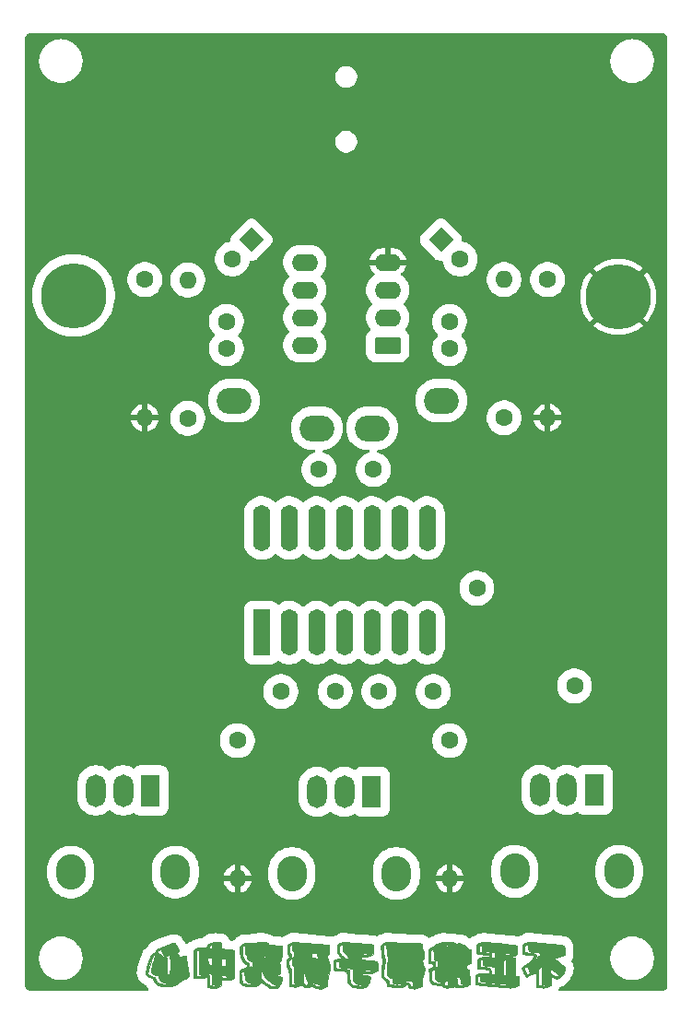
<source format=gbr>
%TF.GenerationSoftware,KiCad,Pcbnew,9.0.0*%
%TF.CreationDate,2025-03-19T15:52:07+01:00*%
%TF.ProjectId,SolarSynth_digilog,536f6c61-7253-4796-9e74-685f64696769,rev?*%
%TF.SameCoordinates,Original*%
%TF.FileFunction,Copper,L2,Bot*%
%TF.FilePolarity,Positive*%
%FSLAX46Y46*%
G04 Gerber Fmt 4.6, Leading zero omitted, Abs format (unit mm)*
G04 Created by KiCad (PCBNEW 9.0.0) date 2025-03-19 15:52:07*
%MOMM*%
%LPD*%
G01*
G04 APERTURE LIST*
G04 Aperture macros list*
%AMRoundRect*
0 Rectangle with rounded corners*
0 $1 Rounding radius*
0 $2 $3 $4 $5 $6 $7 $8 $9 X,Y pos of 4 corners*
0 Add a 4 corners polygon primitive as box body*
4,1,4,$2,$3,$4,$5,$6,$7,$8,$9,$2,$3,0*
0 Add four circle primitives for the rounded corners*
1,1,$1+$1,$2,$3*
1,1,$1+$1,$4,$5*
1,1,$1+$1,$6,$7*
1,1,$1+$1,$8,$9*
0 Add four rect primitives between the rounded corners*
20,1,$1+$1,$2,$3,$4,$5,0*
20,1,$1+$1,$4,$5,$6,$7,0*
20,1,$1+$1,$6,$7,$8,$9,0*
20,1,$1+$1,$8,$9,$2,$3,0*%
%AMHorizOval*
0 Thick line with rounded ends*
0 $1 width*
0 $2 $3 position (X,Y) of the first rounded end (center of the circle)*
0 $4 $5 position (X,Y) of the second rounded end (center of the circle)*
0 Add line between two ends*
20,1,$1,$2,$3,$4,$5,0*
0 Add two circle primitives to create the rounded ends*
1,1,$1,$2,$3*
1,1,$1,$4,$5*%
%AMRotRect*
0 Rectangle, with rotation*
0 The origin of the aperture is its center*
0 $1 length*
0 $2 width*
0 $3 Rotation angle, in degrees counterclockwise*
0 Add horizontal line*
21,1,$1,$2,0,0,$3*%
G04 Aperture macros list end*
%TA.AperFunction,EtchedComponent*%
%ADD10C,0.010000*%
%TD*%
%TA.AperFunction,ComponentPad*%
%ADD11RoundRect,0.250000X0.950000X0.550000X-0.950000X0.550000X-0.950000X-0.550000X0.950000X-0.550000X0*%
%TD*%
%TA.AperFunction,ComponentPad*%
%ADD12O,2.400000X1.600000*%
%TD*%
%TA.AperFunction,ComponentPad*%
%ADD13R,1.600000X4.248000*%
%TD*%
%TA.AperFunction,ComponentPad*%
%ADD14O,1.600000X4.248000*%
%TD*%
%TA.AperFunction,ComponentPad*%
%ADD15O,3.200000X2.400000*%
%TD*%
%TA.AperFunction,ComponentPad*%
%ADD16C,6.000000*%
%TD*%
%TA.AperFunction,ComponentPad*%
%ADD17C,1.600000*%
%TD*%
%TA.AperFunction,ComponentPad*%
%ADD18O,1.600000X1.600000*%
%TD*%
%TA.AperFunction,ComponentPad*%
%ADD19RotRect,1.600000X1.600000X225.000000*%
%TD*%
%TA.AperFunction,ComponentPad*%
%ADD20HorizOval,1.600000X0.000000X0.000000X0.000000X0.000000X0*%
%TD*%
%TA.AperFunction,ComponentPad*%
%ADD21O,2.720000X3.240000*%
%TD*%
%TA.AperFunction,ComponentPad*%
%ADD22R,1.800000X3.000000*%
%TD*%
%TA.AperFunction,ComponentPad*%
%ADD23O,1.800000X3.000000*%
%TD*%
%TA.AperFunction,ComponentPad*%
%ADD24RotRect,1.600000X1.600000X315.000000*%
%TD*%
G04 APERTURE END LIST*
D10*
%TO.C,Ref\u002A\u002A*%
X105534983Y-115124835D02*
X106081793Y-115176426D01*
X106251816Y-115194118D01*
X106464502Y-115223323D01*
X106603461Y-115253147D01*
X106663228Y-115282592D01*
X106665358Y-115288264D01*
X106674068Y-115361384D01*
X106681912Y-115505421D01*
X106688582Y-115709233D01*
X106692685Y-115908666D01*
X106693775Y-115961681D01*
X106694645Y-116035666D01*
X106697183Y-116251621D01*
X106698501Y-116567912D01*
X106699146Y-117792870D01*
X106699149Y-117798659D01*
X106498066Y-117901412D01*
X106482801Y-117909125D01*
X106370004Y-117957776D01*
X106254295Y-117986691D01*
X106108484Y-118000583D01*
X105905381Y-118004166D01*
X105513780Y-118004166D01*
X105513798Y-118249380D01*
X105513816Y-118484461D01*
X105513816Y-118494595D01*
X105249233Y-118620705D01*
X105129686Y-118674479D01*
X105022481Y-118710158D01*
X104911985Y-118726873D01*
X104778147Y-118725863D01*
X104600913Y-118708365D01*
X104360233Y-118675619D01*
X104201483Y-118652891D01*
X104201483Y-117692576D01*
X104063899Y-117738973D01*
X103959173Y-117764831D01*
X103768134Y-117791196D01*
X103549226Y-117806089D01*
X103334816Y-117807560D01*
X103157270Y-117793656D01*
X102973816Y-117766145D01*
X102973816Y-115331681D01*
X103185483Y-115331681D01*
X103185483Y-117591416D01*
X103317774Y-117617875D01*
X103457855Y-117637012D01*
X103624644Y-117642492D01*
X103769227Y-117631221D01*
X103861061Y-117603980D01*
X103876413Y-117581165D01*
X103828467Y-117557689D01*
X103702311Y-117535675D01*
X103481816Y-117506425D01*
X103481816Y-117484697D01*
X104235405Y-117484697D01*
X104308426Y-117509561D01*
X104346365Y-117515781D01*
X104378878Y-117533330D01*
X104398637Y-117575793D01*
X104399302Y-117581165D01*
X104408817Y-117658106D01*
X104412596Y-117795209D01*
X104413149Y-118002041D01*
X104413374Y-118135031D01*
X104415988Y-118299126D01*
X104423907Y-118403018D01*
X104440020Y-118462025D01*
X104467221Y-118491464D01*
X104508399Y-118506651D01*
X104565185Y-118517164D01*
X104702159Y-118527381D01*
X104858352Y-118527749D01*
X104999286Y-118518637D01*
X105090483Y-118500414D01*
X105096691Y-118484461D01*
X105039524Y-118457731D01*
X104921149Y-118428835D01*
X104688316Y-118383489D01*
X104676398Y-117913649D01*
X104668327Y-117595438D01*
X105471483Y-117595438D01*
X105489518Y-117660940D01*
X105551781Y-117746213D01*
X105597925Y-117774745D01*
X105727211Y-117814463D01*
X105890448Y-117837613D01*
X106055729Y-117840535D01*
X106191149Y-117819567D01*
X106212757Y-117812740D01*
X106258353Y-117792870D01*
X106235980Y-117776992D01*
X106137912Y-117755864D01*
X106017461Y-117713790D01*
X105910794Y-117621188D01*
X105866689Y-117567306D01*
X105787123Y-117527596D01*
X105657114Y-117517333D01*
X105546464Y-117522570D01*
X105486769Y-117545682D01*
X105471483Y-117595438D01*
X104668327Y-117595438D01*
X104664481Y-117443809D01*
X104467400Y-117416796D01*
X104421133Y-117411208D01*
X104296580Y-117410737D01*
X104237011Y-117442974D01*
X104235405Y-117484697D01*
X103481816Y-117484697D01*
X103481816Y-115908666D01*
X104247002Y-115908666D01*
X104270140Y-116194416D01*
X104283629Y-116341753D01*
X104298003Y-116465928D01*
X104309552Y-116533083D01*
X104314053Y-116541615D01*
X104378928Y-116573683D01*
X104496488Y-116586000D01*
X104667149Y-116586000D01*
X104667149Y-116035666D01*
X105471483Y-116035666D01*
X105471483Y-116670666D01*
X105587899Y-116671244D01*
X105681146Y-116677182D01*
X105799566Y-116697348D01*
X105839728Y-116705825D01*
X105870938Y-116695791D01*
X105887363Y-116648572D01*
X105893743Y-116548340D01*
X105894816Y-116379270D01*
X105894816Y-116035666D01*
X105471483Y-116035666D01*
X104667149Y-116035666D01*
X104667149Y-115908666D01*
X104247002Y-115908666D01*
X103481816Y-115908666D01*
X103481816Y-115190369D01*
X103333649Y-115261025D01*
X103185483Y-115331681D01*
X102973816Y-115331681D01*
X102973816Y-115232552D01*
X103226609Y-115104942D01*
X103234933Y-115100751D01*
X103375922Y-115036046D01*
X103499808Y-114998668D01*
X103640445Y-114981477D01*
X103831688Y-114977333D01*
X104183974Y-114977333D01*
X104190151Y-114956737D01*
X104434316Y-114956737D01*
X104436369Y-115004934D01*
X104464877Y-115071397D01*
X104544858Y-115095994D01*
X104568323Y-115098302D01*
X104628003Y-115090347D01*
X104659458Y-115040498D01*
X104679724Y-114927471D01*
X104685588Y-114879193D01*
X104693018Y-114778203D01*
X104688807Y-114730879D01*
X104688178Y-114730365D01*
X104641278Y-114737468D01*
X104553941Y-114772972D01*
X104537996Y-114780945D01*
X104456496Y-114850184D01*
X104434316Y-114956737D01*
X104190151Y-114956737D01*
X104224478Y-114842281D01*
X104256898Y-114771867D01*
X104375001Y-114655882D01*
X104555546Y-114571366D01*
X104786676Y-114521510D01*
X105056531Y-114509506D01*
X105353252Y-114538543D01*
X105510187Y-114564489D01*
X105519645Y-114778203D01*
X105534983Y-115124835D01*
%TA.AperFunction,EtchedComponent*%
G36*
X105534983Y-115124835D02*
G01*
X106081793Y-115176426D01*
X106251816Y-115194118D01*
X106464502Y-115223323D01*
X106603461Y-115253147D01*
X106663228Y-115282592D01*
X106665358Y-115288264D01*
X106674068Y-115361384D01*
X106681912Y-115505421D01*
X106688582Y-115709233D01*
X106692685Y-115908666D01*
X106693775Y-115961681D01*
X106694645Y-116035666D01*
X106697183Y-116251621D01*
X106698501Y-116567912D01*
X106699146Y-117792870D01*
X106699149Y-117798659D01*
X106498066Y-117901412D01*
X106482801Y-117909125D01*
X106370004Y-117957776D01*
X106254295Y-117986691D01*
X106108484Y-118000583D01*
X105905381Y-118004166D01*
X105513780Y-118004166D01*
X105513798Y-118249380D01*
X105513816Y-118484461D01*
X105513816Y-118494595D01*
X105249233Y-118620705D01*
X105129686Y-118674479D01*
X105022481Y-118710158D01*
X104911985Y-118726873D01*
X104778147Y-118725863D01*
X104600913Y-118708365D01*
X104360233Y-118675619D01*
X104201483Y-118652891D01*
X104201483Y-117692576D01*
X104063899Y-117738973D01*
X103959173Y-117764831D01*
X103768134Y-117791196D01*
X103549226Y-117806089D01*
X103334816Y-117807560D01*
X103157270Y-117793656D01*
X102973816Y-117766145D01*
X102973816Y-115331681D01*
X103185483Y-115331681D01*
X103185483Y-117591416D01*
X103317774Y-117617875D01*
X103457855Y-117637012D01*
X103624644Y-117642492D01*
X103769227Y-117631221D01*
X103861061Y-117603980D01*
X103876413Y-117581165D01*
X103828467Y-117557689D01*
X103702311Y-117535675D01*
X103481816Y-117506425D01*
X103481816Y-117484697D01*
X104235405Y-117484697D01*
X104308426Y-117509561D01*
X104346365Y-117515781D01*
X104378878Y-117533330D01*
X104398637Y-117575793D01*
X104399302Y-117581165D01*
X104408817Y-117658106D01*
X104412596Y-117795209D01*
X104413149Y-118002041D01*
X104413374Y-118135031D01*
X104415988Y-118299126D01*
X104423907Y-118403018D01*
X104440020Y-118462025D01*
X104467221Y-118491464D01*
X104508399Y-118506651D01*
X104565185Y-118517164D01*
X104702159Y-118527381D01*
X104858352Y-118527749D01*
X104999286Y-118518637D01*
X105090483Y-118500414D01*
X105096691Y-118484461D01*
X105039524Y-118457731D01*
X104921149Y-118428835D01*
X104688316Y-118383489D01*
X104676398Y-117913649D01*
X104668327Y-117595438D01*
X105471483Y-117595438D01*
X105489518Y-117660940D01*
X105551781Y-117746213D01*
X105597925Y-117774745D01*
X105727211Y-117814463D01*
X105890448Y-117837613D01*
X106055729Y-117840535D01*
X106191149Y-117819567D01*
X106212757Y-117812740D01*
X106258353Y-117792870D01*
X106235980Y-117776992D01*
X106137912Y-117755864D01*
X106017461Y-117713790D01*
X105910794Y-117621188D01*
X105866689Y-117567306D01*
X105787123Y-117527596D01*
X105657114Y-117517333D01*
X105546464Y-117522570D01*
X105486769Y-117545682D01*
X105471483Y-117595438D01*
X104668327Y-117595438D01*
X104664481Y-117443809D01*
X104467400Y-117416796D01*
X104421133Y-117411208D01*
X104296580Y-117410737D01*
X104237011Y-117442974D01*
X104235405Y-117484697D01*
X103481816Y-117484697D01*
X103481816Y-115908666D01*
X104247002Y-115908666D01*
X104270140Y-116194416D01*
X104283629Y-116341753D01*
X104298003Y-116465928D01*
X104309552Y-116533083D01*
X104314053Y-116541615D01*
X104378928Y-116573683D01*
X104496488Y-116586000D01*
X104667149Y-116586000D01*
X104667149Y-116035666D01*
X105471483Y-116035666D01*
X105471483Y-116670666D01*
X105587899Y-116671244D01*
X105681146Y-116677182D01*
X105799566Y-116697348D01*
X105839728Y-116705825D01*
X105870938Y-116695791D01*
X105887363Y-116648572D01*
X105893743Y-116548340D01*
X105894816Y-116379270D01*
X105894816Y-116035666D01*
X105471483Y-116035666D01*
X104667149Y-116035666D01*
X104667149Y-115908666D01*
X104247002Y-115908666D01*
X103481816Y-115908666D01*
X103481816Y-115190369D01*
X103333649Y-115261025D01*
X103185483Y-115331681D01*
X102973816Y-115331681D01*
X102973816Y-115232552D01*
X103226609Y-115104942D01*
X103234933Y-115100751D01*
X103375922Y-115036046D01*
X103499808Y-114998668D01*
X103640445Y-114981477D01*
X103831688Y-114977333D01*
X104183974Y-114977333D01*
X104190151Y-114956737D01*
X104434316Y-114956737D01*
X104436369Y-115004934D01*
X104464877Y-115071397D01*
X104544858Y-115095994D01*
X104568323Y-115098302D01*
X104628003Y-115090347D01*
X104659458Y-115040498D01*
X104679724Y-114927471D01*
X104685588Y-114879193D01*
X104693018Y-114778203D01*
X104688807Y-114730879D01*
X104688178Y-114730365D01*
X104641278Y-114737468D01*
X104553941Y-114772972D01*
X104537996Y-114780945D01*
X104456496Y-114850184D01*
X104434316Y-114956737D01*
X104190151Y-114956737D01*
X104224478Y-114842281D01*
X104256898Y-114771867D01*
X104375001Y-114655882D01*
X104555546Y-114571366D01*
X104786676Y-114521510D01*
X105056531Y-114509506D01*
X105353252Y-114538543D01*
X105510187Y-114564489D01*
X105519645Y-114778203D01*
X105534983Y-115124835D01*
G37*
%TD.AperFunction*%
X122463041Y-118451493D02*
X122294625Y-118539472D01*
X122058716Y-118672610D01*
X121597531Y-118644600D01*
X121457674Y-118635509D01*
X121250164Y-118620020D01*
X121071840Y-118604455D01*
X120950383Y-118591100D01*
X120764419Y-118565611D01*
X120739258Y-118348389D01*
X120736959Y-118329717D01*
X120699480Y-118169556D01*
X120639724Y-118088833D01*
X120603865Y-118066713D01*
X120452212Y-117937925D01*
X120325585Y-117778831D01*
X120250416Y-117621180D01*
X120225334Y-117500578D01*
X120206543Y-117244121D01*
X120220335Y-116963172D01*
X120266136Y-116691833D01*
X120291682Y-116575927D01*
X120323768Y-116326492D01*
X120316548Y-116079050D01*
X120270197Y-115795017D01*
X120234779Y-115609115D01*
X120196175Y-115342816D01*
X120176373Y-115107884D01*
X120176389Y-115093450D01*
X120372816Y-115093450D01*
X120375120Y-115165294D01*
X120392426Y-115355929D01*
X120422980Y-115577266D01*
X120462363Y-115794692D01*
X120551910Y-116226166D01*
X120458136Y-116706280D01*
X120449659Y-116750700D01*
X120400411Y-117100727D01*
X120396612Y-117383745D01*
X120439057Y-117604227D01*
X120528540Y-117766642D01*
X120665855Y-117875463D01*
X120685968Y-117886063D01*
X120827644Y-117982529D01*
X120901750Y-118091779D01*
X120923149Y-118234555D01*
X120923149Y-118395397D01*
X121166566Y-118420677D01*
X121481303Y-118451410D01*
X121721635Y-118470148D01*
X121893142Y-118476989D01*
X122003300Y-118472231D01*
X122059589Y-118456171D01*
X122071078Y-118447549D01*
X122077316Y-118416778D01*
X122006672Y-118389959D01*
X121932099Y-118355238D01*
X121896816Y-118273836D01*
X121894054Y-118217623D01*
X121873929Y-118217437D01*
X121818749Y-118281696D01*
X121781898Y-118323013D01*
X121727589Y-118355021D01*
X121646982Y-118358683D01*
X121511832Y-118339302D01*
X121386654Y-118315599D01*
X121313878Y-118286876D01*
X121282752Y-118238089D01*
X121271555Y-118152333D01*
X121268998Y-118120583D01*
X122455791Y-118120583D01*
X122465755Y-118176643D01*
X122540459Y-118194666D01*
X122565575Y-118195812D01*
X122693907Y-118236833D01*
X122790203Y-118321125D01*
X122828149Y-118427402D01*
X122835221Y-118495078D01*
X122859899Y-118547879D01*
X122895312Y-118560920D01*
X123002225Y-118580087D01*
X123138155Y-118593162D01*
X123268164Y-118597231D01*
X123357316Y-118589379D01*
X123440656Y-118561648D01*
X123481517Y-118526795D01*
X123441692Y-118501047D01*
X123323449Y-118491000D01*
X123124483Y-118491000D01*
X123124483Y-118121793D01*
X122902233Y-118090211D01*
X122738307Y-118068175D01*
X122599327Y-118055200D01*
X122516087Y-118058917D01*
X122473328Y-118080366D01*
X122455791Y-118120583D01*
X121268998Y-118120583D01*
X121268414Y-118113329D01*
X121249752Y-117957466D01*
X121220910Y-117866572D01*
X121173481Y-117824142D01*
X121099056Y-117813666D01*
X120966222Y-117774023D01*
X120845563Y-117663563D01*
X120752842Y-117496166D01*
X120740865Y-117459365D01*
X120712747Y-117291171D01*
X120702792Y-117073591D01*
X120710459Y-116832165D01*
X120735206Y-116592433D01*
X120776492Y-116379933D01*
X120806394Y-116259558D01*
X120828176Y-116138615D01*
X120831561Y-116027196D01*
X120816925Y-115894496D01*
X120784642Y-115709714D01*
X120779957Y-115684050D01*
X120742940Y-115456962D01*
X120709958Y-115216989D01*
X120687668Y-115012009D01*
X120659751Y-114686851D01*
X120516283Y-114755266D01*
X120490091Y-114767894D01*
X120423236Y-114807804D01*
X120388315Y-114859078D01*
X120374963Y-114946149D01*
X120372816Y-115093450D01*
X120176389Y-115093450D01*
X120176586Y-114921075D01*
X120198030Y-114799147D01*
X120225593Y-114750886D01*
X120333970Y-114649771D01*
X120491955Y-114560091D01*
X120676289Y-114496564D01*
X120709462Y-114493205D01*
X120825577Y-114493210D01*
X121004787Y-114499946D01*
X121233675Y-114512724D01*
X121498822Y-114530854D01*
X121786811Y-114553647D01*
X121912519Y-114563978D01*
X122319097Y-114593023D01*
X122668247Y-114610828D01*
X122951191Y-114617024D01*
X123159152Y-114611243D01*
X123208748Y-114608081D01*
X123409217Y-114601384D01*
X123595025Y-114603500D01*
X123731380Y-114614247D01*
X123928816Y-114643854D01*
X123928816Y-114906388D01*
X123930559Y-115021222D01*
X123942182Y-115121912D01*
X123970973Y-115177477D01*
X124024066Y-115210711D01*
X124049653Y-115223434D01*
X124087610Y-115258618D01*
X124110523Y-115321793D01*
X124123514Y-115431850D01*
X124131707Y-115607680D01*
X124133903Y-115677081D01*
X124134678Y-115833014D01*
X124123950Y-115934134D01*
X124097851Y-116002543D01*
X124052515Y-116060347D01*
X123960931Y-116157833D01*
X124079748Y-116545166D01*
X124198564Y-116932498D01*
X124123583Y-117298999D01*
X124111315Y-117356937D01*
X124068250Y-117537073D01*
X124024791Y-117690300D01*
X123988709Y-117788420D01*
X123962070Y-117871566D01*
X123937804Y-118031790D01*
X123928816Y-118224134D01*
X123928816Y-118526795D01*
X123928816Y-118536928D01*
X123664233Y-118664782D01*
X123663333Y-118665216D01*
X123512613Y-118732976D01*
X123391365Y-118769019D01*
X123261745Y-118780542D01*
X123085910Y-118774738D01*
X123036278Y-118771492D01*
X122852121Y-118746338D01*
X122736278Y-118698741D01*
X122676069Y-118620664D01*
X122658816Y-118504075D01*
X122658048Y-118483338D01*
X122635160Y-118424359D01*
X122573355Y-118413433D01*
X122563659Y-118416778D01*
X122463041Y-118451493D01*
%TA.AperFunction,EtchedComponent*%
G36*
X122463041Y-118451493D02*
G01*
X122294625Y-118539472D01*
X122058716Y-118672610D01*
X121597531Y-118644600D01*
X121457674Y-118635509D01*
X121250164Y-118620020D01*
X121071840Y-118604455D01*
X120950383Y-118591100D01*
X120764419Y-118565611D01*
X120739258Y-118348389D01*
X120736959Y-118329717D01*
X120699480Y-118169556D01*
X120639724Y-118088833D01*
X120603865Y-118066713D01*
X120452212Y-117937925D01*
X120325585Y-117778831D01*
X120250416Y-117621180D01*
X120225334Y-117500578D01*
X120206543Y-117244121D01*
X120220335Y-116963172D01*
X120266136Y-116691833D01*
X120291682Y-116575927D01*
X120323768Y-116326492D01*
X120316548Y-116079050D01*
X120270197Y-115795017D01*
X120234779Y-115609115D01*
X120196175Y-115342816D01*
X120176373Y-115107884D01*
X120176389Y-115093450D01*
X120372816Y-115093450D01*
X120375120Y-115165294D01*
X120392426Y-115355929D01*
X120422980Y-115577266D01*
X120462363Y-115794692D01*
X120551910Y-116226166D01*
X120458136Y-116706280D01*
X120449659Y-116750700D01*
X120400411Y-117100727D01*
X120396612Y-117383745D01*
X120439057Y-117604227D01*
X120528540Y-117766642D01*
X120665855Y-117875463D01*
X120685968Y-117886063D01*
X120827644Y-117982529D01*
X120901750Y-118091779D01*
X120923149Y-118234555D01*
X120923149Y-118395397D01*
X121166566Y-118420677D01*
X121481303Y-118451410D01*
X121721635Y-118470148D01*
X121893142Y-118476989D01*
X122003300Y-118472231D01*
X122059589Y-118456171D01*
X122071078Y-118447549D01*
X122077316Y-118416778D01*
X122006672Y-118389959D01*
X121932099Y-118355238D01*
X121896816Y-118273836D01*
X121894054Y-118217623D01*
X121873929Y-118217437D01*
X121818749Y-118281696D01*
X121781898Y-118323013D01*
X121727589Y-118355021D01*
X121646982Y-118358683D01*
X121511832Y-118339302D01*
X121386654Y-118315599D01*
X121313878Y-118286876D01*
X121282752Y-118238089D01*
X121271555Y-118152333D01*
X121268998Y-118120583D01*
X122455791Y-118120583D01*
X122465755Y-118176643D01*
X122540459Y-118194666D01*
X122565575Y-118195812D01*
X122693907Y-118236833D01*
X122790203Y-118321125D01*
X122828149Y-118427402D01*
X122835221Y-118495078D01*
X122859899Y-118547879D01*
X122895312Y-118560920D01*
X123002225Y-118580087D01*
X123138155Y-118593162D01*
X123268164Y-118597231D01*
X123357316Y-118589379D01*
X123440656Y-118561648D01*
X123481517Y-118526795D01*
X123441692Y-118501047D01*
X123323449Y-118491000D01*
X123124483Y-118491000D01*
X123124483Y-118121793D01*
X122902233Y-118090211D01*
X122738307Y-118068175D01*
X122599327Y-118055200D01*
X122516087Y-118058917D01*
X122473328Y-118080366D01*
X122455791Y-118120583D01*
X121268998Y-118120583D01*
X121268414Y-118113329D01*
X121249752Y-117957466D01*
X121220910Y-117866572D01*
X121173481Y-117824142D01*
X121099056Y-117813666D01*
X120966222Y-117774023D01*
X120845563Y-117663563D01*
X120752842Y-117496166D01*
X120740865Y-117459365D01*
X120712747Y-117291171D01*
X120702792Y-117073591D01*
X120710459Y-116832165D01*
X120735206Y-116592433D01*
X120776492Y-116379933D01*
X120806394Y-116259558D01*
X120828176Y-116138615D01*
X120831561Y-116027196D01*
X120816925Y-115894496D01*
X120784642Y-115709714D01*
X120779957Y-115684050D01*
X120742940Y-115456962D01*
X120709958Y-115216989D01*
X120687668Y-115012009D01*
X120659751Y-114686851D01*
X120516283Y-114755266D01*
X120490091Y-114767894D01*
X120423236Y-114807804D01*
X120388315Y-114859078D01*
X120374963Y-114946149D01*
X120372816Y-115093450D01*
X120176389Y-115093450D01*
X120176586Y-114921075D01*
X120198030Y-114799147D01*
X120225593Y-114750886D01*
X120333970Y-114649771D01*
X120491955Y-114560091D01*
X120676289Y-114496564D01*
X120709462Y-114493205D01*
X120825577Y-114493210D01*
X121004787Y-114499946D01*
X121233675Y-114512724D01*
X121498822Y-114530854D01*
X121786811Y-114553647D01*
X121912519Y-114563978D01*
X122319097Y-114593023D01*
X122668247Y-114610828D01*
X122951191Y-114617024D01*
X123159152Y-114611243D01*
X123208748Y-114608081D01*
X123409217Y-114601384D01*
X123595025Y-114603500D01*
X123731380Y-114614247D01*
X123928816Y-114643854D01*
X123928816Y-114906388D01*
X123930559Y-115021222D01*
X123942182Y-115121912D01*
X123970973Y-115177477D01*
X124024066Y-115210711D01*
X124049653Y-115223434D01*
X124087610Y-115258618D01*
X124110523Y-115321793D01*
X124123514Y-115431850D01*
X124131707Y-115607680D01*
X124133903Y-115677081D01*
X124134678Y-115833014D01*
X124123950Y-115934134D01*
X124097851Y-116002543D01*
X124052515Y-116060347D01*
X123960931Y-116157833D01*
X124079748Y-116545166D01*
X124198564Y-116932498D01*
X124123583Y-117298999D01*
X124111315Y-117356937D01*
X124068250Y-117537073D01*
X124024791Y-117690300D01*
X123988709Y-117788420D01*
X123962070Y-117871566D01*
X123937804Y-118031790D01*
X123928816Y-118224134D01*
X123928816Y-118526795D01*
X123928816Y-118536928D01*
X123664233Y-118664782D01*
X123663333Y-118665216D01*
X123512613Y-118732976D01*
X123391365Y-118769019D01*
X123261745Y-118780542D01*
X123085910Y-118774738D01*
X123036278Y-118771492D01*
X122852121Y-118746338D01*
X122736278Y-118698741D01*
X122676069Y-118620664D01*
X122658816Y-118504075D01*
X122658048Y-118483338D01*
X122635160Y-118424359D01*
X122573355Y-118413433D01*
X122563659Y-118416778D01*
X122463041Y-118451493D01*
G37*
%TD.AperFunction*%
X137052149Y-115685932D02*
X136964406Y-115723985D01*
X136795359Y-115797299D01*
X136792195Y-115798668D01*
X136535954Y-115883447D01*
X136276776Y-115910541D01*
X136014983Y-115912415D01*
X136282385Y-116161817D01*
X136291546Y-116170321D01*
X136462004Y-116318972D01*
X136651538Y-116470678D01*
X136820795Y-116593860D01*
X136889745Y-116641095D01*
X137009141Y-116735314D01*
X137073062Y-116823019D01*
X137086635Y-116925116D01*
X137054990Y-117062512D01*
X136983255Y-117256113D01*
X136982389Y-117258309D01*
X136885823Y-117474450D01*
X136819145Y-117576227D01*
X136785679Y-117627311D01*
X136665067Y-117737031D01*
X136507093Y-117823745D01*
X136321870Y-117906989D01*
X136074663Y-117779495D01*
X135827456Y-117652000D01*
X135815386Y-118055561D01*
X135803316Y-118459123D01*
X135789952Y-118466257D01*
X135572687Y-118582242D01*
X135542884Y-118598042D01*
X135440154Y-118647943D01*
X135347768Y-118678536D01*
X135241994Y-118693718D01*
X135099100Y-118697384D01*
X134895354Y-118693430D01*
X134448649Y-118681500D01*
X134425475Y-117271916D01*
X134290041Y-117342644D01*
X133979359Y-117504893D01*
X133979046Y-117505057D01*
X133804854Y-117594273D01*
X133660164Y-117665072D01*
X133560042Y-117710313D01*
X133519558Y-117722852D01*
X133499735Y-117687685D01*
X133449231Y-117590737D01*
X133376495Y-117448001D01*
X133289606Y-117275206D01*
X133105482Y-116906879D01*
X133326816Y-116906879D01*
X133327068Y-116908378D01*
X133348195Y-116958913D01*
X133396621Y-117062557D01*
X133462902Y-117199031D01*
X133471800Y-117216972D01*
X133539782Y-117347223D01*
X133593377Y-117438603D01*
X133621652Y-117472292D01*
X133623610Y-117471934D01*
X133678590Y-117450130D01*
X133771336Y-117406114D01*
X133898357Y-117342644D01*
X133752659Y-117034025D01*
X133748843Y-117025942D01*
X134639149Y-117025942D01*
X134639149Y-118479206D01*
X134861399Y-118505902D01*
X134994425Y-118520380D01*
X135142946Y-118528552D01*
X135249156Y-118519498D01*
X135337649Y-118492528D01*
X135348309Y-118487851D01*
X135368932Y-118466257D01*
X135322404Y-118447207D01*
X135200066Y-118426550D01*
X134977816Y-118395425D01*
X134977816Y-117707671D01*
X134977251Y-117564925D01*
X134973867Y-117330879D01*
X134967942Y-117127549D01*
X134960065Y-116972916D01*
X134958304Y-116956149D01*
X135739816Y-116956149D01*
X135741730Y-117162657D01*
X135742958Y-117233025D01*
X135753884Y-117318131D01*
X135789523Y-117380698D01*
X135865596Y-117443152D01*
X135997829Y-117527916D01*
X136045660Y-117557430D01*
X136194742Y-117640015D01*
X136304454Y-117676551D01*
X136396763Y-117671537D01*
X136493635Y-117629474D01*
X136533884Y-117604481D01*
X136549227Y-117576227D01*
X136522034Y-117537186D01*
X136443078Y-117475184D01*
X136303135Y-117378043D01*
X136281228Y-117362998D01*
X136124209Y-117252632D01*
X135980006Y-117147482D01*
X135877399Y-117068476D01*
X135739816Y-116956149D01*
X134958304Y-116956149D01*
X134950826Y-116884965D01*
X134923836Y-116750013D01*
X134781493Y-116887977D01*
X134639149Y-117025942D01*
X133748843Y-117025942D01*
X133606962Y-116725406D01*
X133466889Y-116808051D01*
X133440523Y-116823897D01*
X133359463Y-116877261D01*
X133326816Y-116906879D01*
X133105482Y-116906879D01*
X133073339Y-116842580D01*
X133422438Y-116612680D01*
X133500070Y-116559498D01*
X133677017Y-116425292D01*
X133851224Y-116278043D01*
X134009566Y-116130348D01*
X134138918Y-115994805D01*
X134226154Y-115884011D01*
X134258149Y-115810565D01*
X134255544Y-115790329D01*
X134229638Y-115756360D01*
X134166302Y-115730165D01*
X134053739Y-115709126D01*
X133880148Y-115690628D01*
X133633733Y-115672051D01*
X133199816Y-115642563D01*
X133199816Y-115223658D01*
X133368853Y-115223658D01*
X133371560Y-115331485D01*
X133390055Y-115402889D01*
X133438002Y-115447091D01*
X133529067Y-115473311D01*
X133676912Y-115490771D01*
X133895205Y-115508692D01*
X133924005Y-115511194D01*
X134095867Y-115531330D01*
X134240854Y-115556399D01*
X134330137Y-115581569D01*
X134356527Y-115595347D01*
X134439772Y-115687495D01*
X134451792Y-115816237D01*
X134391045Y-115971681D01*
X134370173Y-116007458D01*
X134325810Y-116087417D01*
X134312494Y-116118411D01*
X134313662Y-116117788D01*
X134353973Y-116084101D01*
X134438280Y-116009451D01*
X134550321Y-115908215D01*
X134565717Y-115894316D01*
X134679535Y-115799437D01*
X134768905Y-115737945D01*
X134815622Y-115722578D01*
X134822008Y-115723985D01*
X134818314Y-115686114D01*
X134783073Y-115600147D01*
X134776630Y-115586635D01*
X135756928Y-115586635D01*
X135773868Y-115640223D01*
X135816653Y-115660752D01*
X135923480Y-115682304D01*
X136068220Y-115699676D01*
X136225947Y-115710612D01*
X136371732Y-115712858D01*
X136480649Y-115704158D01*
X136567578Y-115682683D01*
X136594514Y-115657249D01*
X136541618Y-115632814D01*
X136411507Y-115610458D01*
X136206800Y-115591260D01*
X136079068Y-115582915D01*
X135919695Y-115575135D01*
X135807449Y-115572991D01*
X135760962Y-115577076D01*
X135756928Y-115586635D01*
X134776630Y-115586635D01*
X134713894Y-115455076D01*
X134285587Y-115427008D01*
X134277606Y-115426480D01*
X134035653Y-115404038D01*
X133875636Y-115374302D01*
X133795171Y-115336831D01*
X133769185Y-115293183D01*
X133735771Y-115169933D01*
X133715508Y-114999028D01*
X133704896Y-114862887D01*
X133693138Y-114761916D01*
X133683154Y-114723333D01*
X133677327Y-114724725D01*
X133617432Y-114749243D01*
X133518752Y-114794673D01*
X133473238Y-114816805D01*
X133413072Y-114855940D01*
X133382169Y-114909532D01*
X133370779Y-115000984D01*
X133369149Y-115153700D01*
X133368853Y-115223658D01*
X133199816Y-115223658D01*
X133199816Y-114741505D01*
X133464399Y-114612955D01*
X133728983Y-114484405D01*
X135336624Y-114627784D01*
X135390575Y-114632618D01*
X135749037Y-114665895D01*
X136080503Y-114698613D01*
X136375411Y-114729691D01*
X136624198Y-114758044D01*
X136817302Y-114782590D01*
X136945159Y-114802247D01*
X136998207Y-114815932D01*
X137003195Y-114820904D01*
X137030773Y-114895747D01*
X137046901Y-115044936D01*
X137052149Y-115273316D01*
X137052149Y-115657249D01*
X137052149Y-115685932D01*
%TA.AperFunction,EtchedComponent*%
G36*
X137052149Y-115685932D02*
G01*
X136964406Y-115723985D01*
X136795359Y-115797299D01*
X136792195Y-115798668D01*
X136535954Y-115883447D01*
X136276776Y-115910541D01*
X136014983Y-115912415D01*
X136282385Y-116161817D01*
X136291546Y-116170321D01*
X136462004Y-116318972D01*
X136651538Y-116470678D01*
X136820795Y-116593860D01*
X136889745Y-116641095D01*
X137009141Y-116735314D01*
X137073062Y-116823019D01*
X137086635Y-116925116D01*
X137054990Y-117062512D01*
X136983255Y-117256113D01*
X136982389Y-117258309D01*
X136885823Y-117474450D01*
X136819145Y-117576227D01*
X136785679Y-117627311D01*
X136665067Y-117737031D01*
X136507093Y-117823745D01*
X136321870Y-117906989D01*
X136074663Y-117779495D01*
X135827456Y-117652000D01*
X135815386Y-118055561D01*
X135803316Y-118459123D01*
X135789952Y-118466257D01*
X135572687Y-118582242D01*
X135542884Y-118598042D01*
X135440154Y-118647943D01*
X135347768Y-118678536D01*
X135241994Y-118693718D01*
X135099100Y-118697384D01*
X134895354Y-118693430D01*
X134448649Y-118681500D01*
X134425475Y-117271916D01*
X134290041Y-117342644D01*
X133979359Y-117504893D01*
X133979046Y-117505057D01*
X133804854Y-117594273D01*
X133660164Y-117665072D01*
X133560042Y-117710313D01*
X133519558Y-117722852D01*
X133499735Y-117687685D01*
X133449231Y-117590737D01*
X133376495Y-117448001D01*
X133289606Y-117275206D01*
X133105482Y-116906879D01*
X133326816Y-116906879D01*
X133327068Y-116908378D01*
X133348195Y-116958913D01*
X133396621Y-117062557D01*
X133462902Y-117199031D01*
X133471800Y-117216972D01*
X133539782Y-117347223D01*
X133593377Y-117438603D01*
X133621652Y-117472292D01*
X133623610Y-117471934D01*
X133678590Y-117450130D01*
X133771336Y-117406114D01*
X133898357Y-117342644D01*
X133752659Y-117034025D01*
X133748843Y-117025942D01*
X134639149Y-117025942D01*
X134639149Y-118479206D01*
X134861399Y-118505902D01*
X134994425Y-118520380D01*
X135142946Y-118528552D01*
X135249156Y-118519498D01*
X135337649Y-118492528D01*
X135348309Y-118487851D01*
X135368932Y-118466257D01*
X135322404Y-118447207D01*
X135200066Y-118426550D01*
X134977816Y-118395425D01*
X134977816Y-117707671D01*
X134977251Y-117564925D01*
X134973867Y-117330879D01*
X134967942Y-117127549D01*
X134960065Y-116972916D01*
X134958304Y-116956149D01*
X135739816Y-116956149D01*
X135741730Y-117162657D01*
X135742958Y-117233025D01*
X135753884Y-117318131D01*
X135789523Y-117380698D01*
X135865596Y-117443152D01*
X135997829Y-117527916D01*
X136045660Y-117557430D01*
X136194742Y-117640015D01*
X136304454Y-117676551D01*
X136396763Y-117671537D01*
X136493635Y-117629474D01*
X136533884Y-117604481D01*
X136549227Y-117576227D01*
X136522034Y-117537186D01*
X136443078Y-117475184D01*
X136303135Y-117378043D01*
X136281228Y-117362998D01*
X136124209Y-117252632D01*
X135980006Y-117147482D01*
X135877399Y-117068476D01*
X135739816Y-116956149D01*
X134958304Y-116956149D01*
X134950826Y-116884965D01*
X134923836Y-116750013D01*
X134781493Y-116887977D01*
X134639149Y-117025942D01*
X133748843Y-117025942D01*
X133606962Y-116725406D01*
X133466889Y-116808051D01*
X133440523Y-116823897D01*
X133359463Y-116877261D01*
X133326816Y-116906879D01*
X133105482Y-116906879D01*
X133073339Y-116842580D01*
X133422438Y-116612680D01*
X133500070Y-116559498D01*
X133677017Y-116425292D01*
X133851224Y-116278043D01*
X134009566Y-116130348D01*
X134138918Y-115994805D01*
X134226154Y-115884011D01*
X134258149Y-115810565D01*
X134255544Y-115790329D01*
X134229638Y-115756360D01*
X134166302Y-115730165D01*
X134053739Y-115709126D01*
X133880148Y-115690628D01*
X133633733Y-115672051D01*
X133199816Y-115642563D01*
X133199816Y-115223658D01*
X133368853Y-115223658D01*
X133371560Y-115331485D01*
X133390055Y-115402889D01*
X133438002Y-115447091D01*
X133529067Y-115473311D01*
X133676912Y-115490771D01*
X133895205Y-115508692D01*
X133924005Y-115511194D01*
X134095867Y-115531330D01*
X134240854Y-115556399D01*
X134330137Y-115581569D01*
X134356527Y-115595347D01*
X134439772Y-115687495D01*
X134451792Y-115816237D01*
X134391045Y-115971681D01*
X134370173Y-116007458D01*
X134325810Y-116087417D01*
X134312494Y-116118411D01*
X134313662Y-116117788D01*
X134353973Y-116084101D01*
X134438280Y-116009451D01*
X134550321Y-115908215D01*
X134565717Y-115894316D01*
X134679535Y-115799437D01*
X134768905Y-115737945D01*
X134815622Y-115722578D01*
X134822008Y-115723985D01*
X134818314Y-115686114D01*
X134783073Y-115600147D01*
X134776630Y-115586635D01*
X135756928Y-115586635D01*
X135773868Y-115640223D01*
X135816653Y-115660752D01*
X135923480Y-115682304D01*
X136068220Y-115699676D01*
X136225947Y-115710612D01*
X136371732Y-115712858D01*
X136480649Y-115704158D01*
X136567578Y-115682683D01*
X136594514Y-115657249D01*
X136541618Y-115632814D01*
X136411507Y-115610458D01*
X136206800Y-115591260D01*
X136079068Y-115582915D01*
X135919695Y-115575135D01*
X135807449Y-115572991D01*
X135760962Y-115577076D01*
X135756928Y-115586635D01*
X134776630Y-115586635D01*
X134713894Y-115455076D01*
X134285587Y-115427008D01*
X134277606Y-115426480D01*
X134035653Y-115404038D01*
X133875636Y-115374302D01*
X133795171Y-115336831D01*
X133769185Y-115293183D01*
X133735771Y-115169933D01*
X133715508Y-114999028D01*
X133704896Y-114862887D01*
X133693138Y-114761916D01*
X133683154Y-114723333D01*
X133677327Y-114724725D01*
X133617432Y-114749243D01*
X133518752Y-114794673D01*
X133473238Y-114816805D01*
X133413072Y-114855940D01*
X133382169Y-114909532D01*
X133370779Y-115000984D01*
X133369149Y-115153700D01*
X133368853Y-115223658D01*
X133199816Y-115223658D01*
X133199816Y-114741505D01*
X133464399Y-114612955D01*
X133728983Y-114484405D01*
X135336624Y-114627784D01*
X135390575Y-114632618D01*
X135749037Y-114665895D01*
X136080503Y-114698613D01*
X136375411Y-114729691D01*
X136624198Y-114758044D01*
X136817302Y-114782590D01*
X136945159Y-114802247D01*
X136998207Y-114815932D01*
X137003195Y-114820904D01*
X137030773Y-114895747D01*
X137046901Y-115044936D01*
X137052149Y-115273316D01*
X137052149Y-115657249D01*
X137052149Y-115685932D01*
G37*
%TD.AperFunction*%
X102385226Y-116656640D02*
X102428159Y-116943408D01*
X102472159Y-117201708D01*
X102513087Y-117403593D01*
X102527300Y-117467926D01*
X102540093Y-117569735D01*
X102522075Y-117637816D01*
X102468357Y-117705128D01*
X102445448Y-117726993D01*
X102332126Y-117807587D01*
X102225105Y-117862625D01*
X102198909Y-117876097D01*
X102152880Y-117895425D01*
X102035056Y-117947998D01*
X101957816Y-117986868D01*
X101946642Y-117993402D01*
X101858663Y-118043098D01*
X101746149Y-118105051D01*
X101730909Y-118113588D01*
X101608921Y-118195808D01*
X101513316Y-118280828D01*
X101469682Y-118321095D01*
X101408075Y-118364299D01*
X101353766Y-118402386D01*
X101216983Y-118478456D01*
X101130280Y-118518079D01*
X101047191Y-118546346D01*
X100953801Y-118562987D01*
X100831538Y-118569986D01*
X100661831Y-118569328D01*
X100426108Y-118563000D01*
X100335734Y-118560044D01*
X100115867Y-118550178D01*
X99955499Y-118536500D01*
X99835785Y-118516148D01*
X99737881Y-118486256D01*
X99642942Y-118443960D01*
X99604062Y-118424158D01*
X99490364Y-118350985D01*
X99415461Y-118260107D01*
X99350202Y-118119183D01*
X99325313Y-118058312D01*
X99275913Y-117961872D01*
X99213084Y-117892124D01*
X99115446Y-117828855D01*
X98961620Y-117751858D01*
X98907203Y-117725434D01*
X98730433Y-117628896D01*
X98621013Y-117538751D01*
X98568762Y-117437876D01*
X98568589Y-117433656D01*
X98730875Y-117433656D01*
X99090395Y-117602133D01*
X99115724Y-117614013D01*
X99275717Y-117691269D01*
X99377297Y-117749822D01*
X99437024Y-117804170D01*
X99471460Y-117868812D01*
X99497163Y-117958245D01*
X99511637Y-118011301D01*
X99577723Y-118163259D01*
X99677952Y-118258423D01*
X99832471Y-118318438D01*
X99888134Y-118330445D01*
X100033431Y-118351170D01*
X100215500Y-118368819D01*
X100414184Y-118382381D01*
X100609326Y-118390846D01*
X100780768Y-118393203D01*
X100908352Y-118388442D01*
X100971922Y-118375553D01*
X100973240Y-118364299D01*
X100914493Y-118341089D01*
X100786211Y-118315260D01*
X100597880Y-118289006D01*
X100484168Y-118274029D01*
X100299444Y-118243884D01*
X100149777Y-118212334D01*
X100059774Y-118184174D01*
X100026255Y-118164527D01*
X99918388Y-118050586D01*
X99831402Y-117882411D01*
X99778494Y-117683492D01*
X99778218Y-117681686D01*
X101579513Y-117681686D01*
X101581138Y-117837282D01*
X101584735Y-117943620D01*
X101589892Y-117983000D01*
X101610993Y-117972935D01*
X101673700Y-117930083D01*
X101702514Y-117903699D01*
X101719700Y-117862625D01*
X101719223Y-117793008D01*
X101700663Y-117676853D01*
X101663603Y-117496166D01*
X101582773Y-117115166D01*
X101579795Y-117549083D01*
X101579513Y-117681686D01*
X99778218Y-117681686D01*
X99778188Y-117681488D01*
X99756072Y-117582900D01*
X99715696Y-117546440D01*
X99633076Y-117550109D01*
X99601130Y-117551336D01*
X99473571Y-117523190D01*
X99323059Y-117458647D01*
X99180031Y-117372466D01*
X99074927Y-117279411D01*
X99068523Y-117270660D01*
X99049061Y-117210866D01*
X99049451Y-117115106D01*
X99071383Y-116974615D01*
X99116543Y-116780625D01*
X99186619Y-116524369D01*
X99283300Y-116197080D01*
X99445641Y-115659995D01*
X99331142Y-115719204D01*
X99320756Y-115725026D01*
X99224938Y-115815801D01*
X99149122Y-115947168D01*
X99141853Y-115965882D01*
X99094329Y-116102716D01*
X99033523Y-116293835D01*
X98966005Y-116516769D01*
X98898345Y-116749049D01*
X98837113Y-116968207D01*
X98788879Y-117151771D01*
X98760212Y-117277274D01*
X98730875Y-117433656D01*
X98568589Y-117433656D01*
X98563498Y-117309151D01*
X98595039Y-117135455D01*
X98622065Y-117024910D01*
X98679427Y-116813469D01*
X98747730Y-116581312D01*
X98821428Y-116345501D01*
X98894975Y-116123103D01*
X98962826Y-115931179D01*
X99019435Y-115786796D01*
X99059257Y-115707016D01*
X99073655Y-115688928D01*
X99168139Y-115604766D01*
X99287912Y-115529148D01*
X99299993Y-115522861D01*
X99420079Y-115434137D01*
X99430782Y-115412110D01*
X99629559Y-115412110D01*
X99647200Y-115444438D01*
X99720242Y-115512573D01*
X99830642Y-115590638D01*
X99908419Y-115641852D01*
X100031720Y-115731757D01*
X100116316Y-115804428D01*
X100194365Y-115859147D01*
X100278978Y-115875182D01*
X100317984Y-115865569D01*
X100330457Y-115845097D01*
X100319053Y-115836094D01*
X100419719Y-115836094D01*
X100424745Y-115845097D01*
X100437996Y-115868837D01*
X100448900Y-115879227D01*
X100469329Y-115929158D01*
X100485523Y-116024300D01*
X100498460Y-116174516D01*
X100509120Y-116389670D01*
X100518483Y-116679626D01*
X100539649Y-117453833D01*
X100650533Y-117466694D01*
X100661551Y-117467836D01*
X100746318Y-117454547D01*
X100787538Y-117382027D01*
X100793704Y-117348548D01*
X100803711Y-117232329D01*
X100810592Y-117063678D01*
X100814493Y-116857827D01*
X100815563Y-116630007D01*
X100813950Y-116395449D01*
X100809801Y-116169383D01*
X100803263Y-115967041D01*
X100794485Y-115803653D01*
X100783613Y-115694451D01*
X100770796Y-115654666D01*
X100750923Y-115658385D01*
X100666371Y-115690033D01*
X100552726Y-115743460D01*
X100466923Y-115791437D01*
X100419719Y-115836094D01*
X100319053Y-115836094D01*
X100273725Y-115800308D01*
X100216480Y-115734293D01*
X100144345Y-115614423D01*
X100073793Y-115467454D01*
X99957110Y-115192911D01*
X99793296Y-115276482D01*
X99750847Y-115299923D01*
X99664058Y-115362604D01*
X99629559Y-115412110D01*
X99430782Y-115412110D01*
X99473208Y-115324792D01*
X99496770Y-115257817D01*
X99549079Y-115199935D01*
X99646818Y-115139441D01*
X99806992Y-115062996D01*
X99908490Y-115018277D01*
X100148997Y-114919199D01*
X100396181Y-114825383D01*
X100635924Y-114741433D01*
X100854111Y-114671951D01*
X101036625Y-114621541D01*
X101169349Y-114594804D01*
X101238169Y-114596343D01*
X101246217Y-114601570D01*
X101307719Y-114671378D01*
X101386267Y-114791944D01*
X101469271Y-114939684D01*
X101544145Y-115091016D01*
X101598300Y-115222354D01*
X101619149Y-115310117D01*
X101602856Y-115370595D01*
X101535453Y-115442480D01*
X101482233Y-115474781D01*
X101478819Y-115508876D01*
X101535453Y-115570970D01*
X101589666Y-115650740D01*
X101619149Y-115761306D01*
X101620209Y-115794218D01*
X101643450Y-115848281D01*
X101714399Y-115846315D01*
X101752768Y-115837626D01*
X101995036Y-115784308D01*
X102157305Y-115751823D01*
X102238593Y-115740368D01*
X102238964Y-115740367D01*
X102267819Y-115781049D01*
X102294204Y-115894110D01*
X102315275Y-116067416D01*
X102319105Y-116109473D01*
X102347496Y-116369346D01*
X102381729Y-116630007D01*
X102385226Y-116656640D01*
%TA.AperFunction,EtchedComponent*%
G36*
X102385226Y-116656640D02*
G01*
X102428159Y-116943408D01*
X102472159Y-117201708D01*
X102513087Y-117403593D01*
X102527300Y-117467926D01*
X102540093Y-117569735D01*
X102522075Y-117637816D01*
X102468357Y-117705128D01*
X102445448Y-117726993D01*
X102332126Y-117807587D01*
X102225105Y-117862625D01*
X102198909Y-117876097D01*
X102152880Y-117895425D01*
X102035056Y-117947998D01*
X101957816Y-117986868D01*
X101946642Y-117993402D01*
X101858663Y-118043098D01*
X101746149Y-118105051D01*
X101730909Y-118113588D01*
X101608921Y-118195808D01*
X101513316Y-118280828D01*
X101469682Y-118321095D01*
X101408075Y-118364299D01*
X101353766Y-118402386D01*
X101216983Y-118478456D01*
X101130280Y-118518079D01*
X101047191Y-118546346D01*
X100953801Y-118562987D01*
X100831538Y-118569986D01*
X100661831Y-118569328D01*
X100426108Y-118563000D01*
X100335734Y-118560044D01*
X100115867Y-118550178D01*
X99955499Y-118536500D01*
X99835785Y-118516148D01*
X99737881Y-118486256D01*
X99642942Y-118443960D01*
X99604062Y-118424158D01*
X99490364Y-118350985D01*
X99415461Y-118260107D01*
X99350202Y-118119183D01*
X99325313Y-118058312D01*
X99275913Y-117961872D01*
X99213084Y-117892124D01*
X99115446Y-117828855D01*
X98961620Y-117751858D01*
X98907203Y-117725434D01*
X98730433Y-117628896D01*
X98621013Y-117538751D01*
X98568762Y-117437876D01*
X98568589Y-117433656D01*
X98730875Y-117433656D01*
X99090395Y-117602133D01*
X99115724Y-117614013D01*
X99275717Y-117691269D01*
X99377297Y-117749822D01*
X99437024Y-117804170D01*
X99471460Y-117868812D01*
X99497163Y-117958245D01*
X99511637Y-118011301D01*
X99577723Y-118163259D01*
X99677952Y-118258423D01*
X99832471Y-118318438D01*
X99888134Y-118330445D01*
X100033431Y-118351170D01*
X100215500Y-118368819D01*
X100414184Y-118382381D01*
X100609326Y-118390846D01*
X100780768Y-118393203D01*
X100908352Y-118388442D01*
X100971922Y-118375553D01*
X100973240Y-118364299D01*
X100914493Y-118341089D01*
X100786211Y-118315260D01*
X100597880Y-118289006D01*
X100484168Y-118274029D01*
X100299444Y-118243884D01*
X100149777Y-118212334D01*
X100059774Y-118184174D01*
X100026255Y-118164527D01*
X99918388Y-118050586D01*
X99831402Y-117882411D01*
X99778494Y-117683492D01*
X99778218Y-117681686D01*
X101579513Y-117681686D01*
X101581138Y-117837282D01*
X101584735Y-117943620D01*
X101589892Y-117983000D01*
X101610993Y-117972935D01*
X101673700Y-117930083D01*
X101702514Y-117903699D01*
X101719700Y-117862625D01*
X101719223Y-117793008D01*
X101700663Y-117676853D01*
X101663603Y-117496166D01*
X101582773Y-117115166D01*
X101579795Y-117549083D01*
X101579513Y-117681686D01*
X99778218Y-117681686D01*
X99778188Y-117681488D01*
X99756072Y-117582900D01*
X99715696Y-117546440D01*
X99633076Y-117550109D01*
X99601130Y-117551336D01*
X99473571Y-117523190D01*
X99323059Y-117458647D01*
X99180031Y-117372466D01*
X99074927Y-117279411D01*
X99068523Y-117270660D01*
X99049061Y-117210866D01*
X99049451Y-117115106D01*
X99071383Y-116974615D01*
X99116543Y-116780625D01*
X99186619Y-116524369D01*
X99283300Y-116197080D01*
X99445641Y-115659995D01*
X99331142Y-115719204D01*
X99320756Y-115725026D01*
X99224938Y-115815801D01*
X99149122Y-115947168D01*
X99141853Y-115965882D01*
X99094329Y-116102716D01*
X99033523Y-116293835D01*
X98966005Y-116516769D01*
X98898345Y-116749049D01*
X98837113Y-116968207D01*
X98788879Y-117151771D01*
X98760212Y-117277274D01*
X98730875Y-117433656D01*
X98568589Y-117433656D01*
X98563498Y-117309151D01*
X98595039Y-117135455D01*
X98622065Y-117024910D01*
X98679427Y-116813469D01*
X98747730Y-116581312D01*
X98821428Y-116345501D01*
X98894975Y-116123103D01*
X98962826Y-115931179D01*
X99019435Y-115786796D01*
X99059257Y-115707016D01*
X99073655Y-115688928D01*
X99168139Y-115604766D01*
X99287912Y-115529148D01*
X99299993Y-115522861D01*
X99420079Y-115434137D01*
X99430782Y-115412110D01*
X99629559Y-115412110D01*
X99647200Y-115444438D01*
X99720242Y-115512573D01*
X99830642Y-115590638D01*
X99908419Y-115641852D01*
X100031720Y-115731757D01*
X100116316Y-115804428D01*
X100194365Y-115859147D01*
X100278978Y-115875182D01*
X100317984Y-115865569D01*
X100330457Y-115845097D01*
X100319053Y-115836094D01*
X100419719Y-115836094D01*
X100424745Y-115845097D01*
X100437996Y-115868837D01*
X100448900Y-115879227D01*
X100469329Y-115929158D01*
X100485523Y-116024300D01*
X100498460Y-116174516D01*
X100509120Y-116389670D01*
X100518483Y-116679626D01*
X100539649Y-117453833D01*
X100650533Y-117466694D01*
X100661551Y-117467836D01*
X100746318Y-117454547D01*
X100787538Y-117382027D01*
X100793704Y-117348548D01*
X100803711Y-117232329D01*
X100810592Y-117063678D01*
X100814493Y-116857827D01*
X100815563Y-116630007D01*
X100813950Y-116395449D01*
X100809801Y-116169383D01*
X100803263Y-115967041D01*
X100794485Y-115803653D01*
X100783613Y-115694451D01*
X100770796Y-115654666D01*
X100750923Y-115658385D01*
X100666371Y-115690033D01*
X100552726Y-115743460D01*
X100466923Y-115791437D01*
X100419719Y-115836094D01*
X100319053Y-115836094D01*
X100273725Y-115800308D01*
X100216480Y-115734293D01*
X100144345Y-115614423D01*
X100073793Y-115467454D01*
X99957110Y-115192911D01*
X99793296Y-115276482D01*
X99750847Y-115299923D01*
X99664058Y-115362604D01*
X99629559Y-115412110D01*
X99430782Y-115412110D01*
X99473208Y-115324792D01*
X99496770Y-115257817D01*
X99549079Y-115199935D01*
X99646818Y-115139441D01*
X99806992Y-115062996D01*
X99908490Y-115018277D01*
X100148997Y-114919199D01*
X100396181Y-114825383D01*
X100635924Y-114741433D01*
X100854111Y-114671951D01*
X101036625Y-114621541D01*
X101169349Y-114594804D01*
X101238169Y-114596343D01*
X101246217Y-114601570D01*
X101307719Y-114671378D01*
X101386267Y-114791944D01*
X101469271Y-114939684D01*
X101544145Y-115091016D01*
X101598300Y-115222354D01*
X101619149Y-115310117D01*
X101602856Y-115370595D01*
X101535453Y-115442480D01*
X101482233Y-115474781D01*
X101478819Y-115508876D01*
X101535453Y-115570970D01*
X101589666Y-115650740D01*
X101619149Y-115761306D01*
X101620209Y-115794218D01*
X101643450Y-115848281D01*
X101714399Y-115846315D01*
X101752768Y-115837626D01*
X101995036Y-115784308D01*
X102157305Y-115751823D01*
X102238593Y-115740368D01*
X102238964Y-115740367D01*
X102267819Y-115781049D01*
X102294204Y-115894110D01*
X102315275Y-116067416D01*
X102319105Y-116109473D01*
X102347496Y-116369346D01*
X102381729Y-116630007D01*
X102385226Y-116656640D01*
G37*
%TD.AperFunction*%
X119483816Y-115644240D02*
X119261566Y-115744703D01*
X119218269Y-115763584D01*
X119071770Y-115812850D01*
X118914989Y-115836376D01*
X118711233Y-115840552D01*
X118383149Y-115835939D01*
X118383149Y-115974163D01*
X118382889Y-115998675D01*
X118384289Y-116042265D01*
X118396934Y-116075517D01*
X118413665Y-116087996D01*
X118431252Y-116101114D01*
X118497672Y-116121738D01*
X118606623Y-116140069D01*
X118768533Y-116158791D01*
X118993831Y-116180585D01*
X119292946Y-116208132D01*
X119293412Y-116208175D01*
X119492896Y-116227914D01*
X119661058Y-116247056D01*
X119780219Y-116263417D01*
X119832696Y-116274812D01*
X119841670Y-116297145D01*
X119853597Y-116389493D01*
X119861779Y-116535086D01*
X119864816Y-116714785D01*
X119864816Y-117134907D01*
X119864737Y-117134948D01*
X119642566Y-117250786D01*
X119571041Y-117287013D01*
X119483156Y-117323875D01*
X119392825Y-117346228D01*
X119279505Y-117356964D01*
X119122656Y-117358979D01*
X118901733Y-117355168D01*
X118897295Y-117355070D01*
X118677637Y-117351706D01*
X118529355Y-117353910D01*
X118439488Y-117362971D01*
X118395074Y-117380183D01*
X118383149Y-117406836D01*
X118388251Y-117444431D01*
X118419886Y-117486255D01*
X118492976Y-117519834D01*
X118621758Y-117550986D01*
X118820469Y-117585528D01*
X118864865Y-117593027D01*
X119019905Y-117625771D01*
X119135650Y-117660328D01*
X119189763Y-117690356D01*
X119196881Y-117721981D01*
X119187541Y-117825543D01*
X119155950Y-117969810D01*
X119108652Y-118130902D01*
X119052191Y-118284937D01*
X118993110Y-118408035D01*
X118962509Y-118451387D01*
X118909207Y-118503796D01*
X118852686Y-118559372D01*
X118721226Y-118648556D01*
X118664063Y-118677515D01*
X118570877Y-118714165D01*
X118471551Y-118732026D01*
X118340044Y-118734602D01*
X118150316Y-118725398D01*
X118037611Y-118717630D01*
X117786108Y-118690238D01*
X117596068Y-118649905D01*
X117450793Y-118592288D01*
X117333583Y-118513047D01*
X117328843Y-118509013D01*
X117248370Y-118420322D01*
X117187969Y-118302995D01*
X117143706Y-118143053D01*
X117111651Y-117926516D01*
X117087870Y-117639403D01*
X117059077Y-117189974D01*
X116609863Y-117159898D01*
X116480241Y-117150535D01*
X116278154Y-117133421D01*
X116106096Y-117115936D01*
X115991316Y-117100692D01*
X115821983Y-117071562D01*
X115809900Y-116636564D01*
X115809063Y-116606430D01*
X116012483Y-116606430D01*
X116012483Y-116914911D01*
X116234733Y-116939462D01*
X116266196Y-116942824D01*
X116430655Y-116958586D01*
X116633487Y-116976100D01*
X116837983Y-116992160D01*
X116919315Y-116999192D01*
X117079197Y-117019612D01*
X117196443Y-117043741D01*
X117250085Y-117067736D01*
X117259777Y-117103588D01*
X117271733Y-117212153D01*
X117280646Y-117370868D01*
X117285088Y-117559666D01*
X117285510Y-117597953D01*
X117296283Y-117877010D01*
X117322456Y-118086213D01*
X117367587Y-118238115D01*
X117435232Y-118345267D01*
X117528949Y-118420221D01*
X117603221Y-118454759D01*
X117724267Y-118486164D01*
X117894400Y-118508017D01*
X118131373Y-118523357D01*
X118207676Y-118526513D01*
X118407041Y-118528827D01*
X118534804Y-118520639D01*
X118588355Y-118503796D01*
X118565081Y-118480148D01*
X118462373Y-118451543D01*
X118277618Y-118419830D01*
X118117159Y-118392476D01*
X117930801Y-118339225D01*
X117794673Y-118259877D01*
X117700508Y-118142813D01*
X117640041Y-117976411D01*
X117605006Y-117749053D01*
X117587137Y-117449117D01*
X117573414Y-117061482D01*
X118340816Y-117061482D01*
X118350108Y-117087698D01*
X118419052Y-117124887D01*
X118563066Y-117151235D01*
X118650521Y-117160286D01*
X118845754Y-117172639D01*
X119043430Y-117176728D01*
X119221851Y-117172788D01*
X119359320Y-117161057D01*
X119434137Y-117141769D01*
X119439772Y-117134948D01*
X119402414Y-117114637D01*
X119291864Y-117094879D01*
X119116637Y-117077402D01*
X119069638Y-117073712D01*
X118868249Y-117056561D01*
X118680540Y-117038728D01*
X118541899Y-117023531D01*
X118420109Y-117013205D01*
X118357532Y-117024462D01*
X118340816Y-117061482D01*
X117573414Y-117061482D01*
X117568986Y-116936401D01*
X117203484Y-116908883D01*
X117177778Y-116906932D01*
X116963689Y-116889773D01*
X116747864Y-116871176D01*
X116573399Y-116854836D01*
X116308816Y-116828307D01*
X116308816Y-116544876D01*
X116305520Y-116400732D01*
X116296609Y-116288641D01*
X116284051Y-116236678D01*
X116283709Y-116236351D01*
X116229656Y-116231906D01*
X116135884Y-116254931D01*
X116095312Y-116269947D01*
X116048171Y-116299540D01*
X116023498Y-116351682D01*
X116014025Y-116447076D01*
X116012483Y-116606430D01*
X115809063Y-116606430D01*
X115797816Y-116201566D01*
X115996459Y-116113697D01*
X116056514Y-116089021D01*
X116217821Y-116035458D01*
X116357792Y-116004006D01*
X116390329Y-115999238D01*
X116483167Y-115979916D01*
X116520483Y-115962229D01*
X116494479Y-115923272D01*
X116426025Y-115839953D01*
X116329983Y-115730391D01*
X116139483Y-115518509D01*
X116139483Y-115164095D01*
X116351149Y-115164095D01*
X116351149Y-115475683D01*
X116615733Y-115756119D01*
X116622008Y-115762769D01*
X116748228Y-115893715D01*
X116840320Y-115976004D01*
X116920533Y-116022771D01*
X117011115Y-116047149D01*
X117134316Y-116062275D01*
X117388316Y-116087996D01*
X117017899Y-115711743D01*
X116816725Y-115507399D01*
X117985204Y-115507399D01*
X117993894Y-115534685D01*
X118065649Y-115577618D01*
X118143451Y-115602536D01*
X118289561Y-115626637D01*
X118469816Y-115643027D01*
X118660625Y-115650840D01*
X118838400Y-115649209D01*
X118979549Y-115637268D01*
X119060483Y-115614150D01*
X119074155Y-115604612D01*
X119093937Y-115577538D01*
X119036085Y-115570648D01*
X118986946Y-115568226D01*
X118862135Y-115558595D01*
X118690992Y-115543373D01*
X118495448Y-115524434D01*
X118384105Y-115513652D01*
X118175652Y-115497458D01*
X118044238Y-115495182D01*
X117985204Y-115507399D01*
X116816725Y-115507399D01*
X116647483Y-115335491D01*
X116647483Y-115029412D01*
X116647434Y-115009449D01*
X116643794Y-114864544D01*
X116635520Y-114762148D01*
X116624214Y-114723333D01*
X116622435Y-114723469D01*
X116567855Y-114743723D01*
X116476047Y-114787920D01*
X116437569Y-114808695D01*
X116388836Y-114847328D01*
X116363044Y-114904816D01*
X116352909Y-115003093D01*
X116351149Y-115164095D01*
X116139483Y-115164095D01*
X116139483Y-114741505D01*
X116413937Y-114606165D01*
X116688392Y-114470826D01*
X118054354Y-114596836D01*
X118254962Y-114615313D01*
X118571529Y-114644346D01*
X118854908Y-114670183D01*
X119094874Y-114691899D01*
X119281204Y-114708571D01*
X119403676Y-114719275D01*
X119452066Y-114723090D01*
X119462877Y-114750823D01*
X119473720Y-114847717D01*
X119481095Y-114997770D01*
X119483816Y-115183786D01*
X119483816Y-115577538D01*
X119483816Y-115644240D01*
%TA.AperFunction,EtchedComponent*%
G36*
X119483816Y-115644240D02*
G01*
X119261566Y-115744703D01*
X119218269Y-115763584D01*
X119071770Y-115812850D01*
X118914989Y-115836376D01*
X118711233Y-115840552D01*
X118383149Y-115835939D01*
X118383149Y-115974163D01*
X118382889Y-115998675D01*
X118384289Y-116042265D01*
X118396934Y-116075517D01*
X118413665Y-116087996D01*
X118431252Y-116101114D01*
X118497672Y-116121738D01*
X118606623Y-116140069D01*
X118768533Y-116158791D01*
X118993831Y-116180585D01*
X119292946Y-116208132D01*
X119293412Y-116208175D01*
X119492896Y-116227914D01*
X119661058Y-116247056D01*
X119780219Y-116263417D01*
X119832696Y-116274812D01*
X119841670Y-116297145D01*
X119853597Y-116389493D01*
X119861779Y-116535086D01*
X119864816Y-116714785D01*
X119864816Y-117134907D01*
X119864737Y-117134948D01*
X119642566Y-117250786D01*
X119571041Y-117287013D01*
X119483156Y-117323875D01*
X119392825Y-117346228D01*
X119279505Y-117356964D01*
X119122656Y-117358979D01*
X118901733Y-117355168D01*
X118897295Y-117355070D01*
X118677637Y-117351706D01*
X118529355Y-117353910D01*
X118439488Y-117362971D01*
X118395074Y-117380183D01*
X118383149Y-117406836D01*
X118388251Y-117444431D01*
X118419886Y-117486255D01*
X118492976Y-117519834D01*
X118621758Y-117550986D01*
X118820469Y-117585528D01*
X118864865Y-117593027D01*
X119019905Y-117625771D01*
X119135650Y-117660328D01*
X119189763Y-117690356D01*
X119196881Y-117721981D01*
X119187541Y-117825543D01*
X119155950Y-117969810D01*
X119108652Y-118130902D01*
X119052191Y-118284937D01*
X118993110Y-118408035D01*
X118962509Y-118451387D01*
X118909207Y-118503796D01*
X118852686Y-118559372D01*
X118721226Y-118648556D01*
X118664063Y-118677515D01*
X118570877Y-118714165D01*
X118471551Y-118732026D01*
X118340044Y-118734602D01*
X118150316Y-118725398D01*
X118037611Y-118717630D01*
X117786108Y-118690238D01*
X117596068Y-118649905D01*
X117450793Y-118592288D01*
X117333583Y-118513047D01*
X117328843Y-118509013D01*
X117248370Y-118420322D01*
X117187969Y-118302995D01*
X117143706Y-118143053D01*
X117111651Y-117926516D01*
X117087870Y-117639403D01*
X117059077Y-117189974D01*
X116609863Y-117159898D01*
X116480241Y-117150535D01*
X116278154Y-117133421D01*
X116106096Y-117115936D01*
X115991316Y-117100692D01*
X115821983Y-117071562D01*
X115809900Y-116636564D01*
X115809063Y-116606430D01*
X116012483Y-116606430D01*
X116012483Y-116914911D01*
X116234733Y-116939462D01*
X116266196Y-116942824D01*
X116430655Y-116958586D01*
X116633487Y-116976100D01*
X116837983Y-116992160D01*
X116919315Y-116999192D01*
X117079197Y-117019612D01*
X117196443Y-117043741D01*
X117250085Y-117067736D01*
X117259777Y-117103588D01*
X117271733Y-117212153D01*
X117280646Y-117370868D01*
X117285088Y-117559666D01*
X117285510Y-117597953D01*
X117296283Y-117877010D01*
X117322456Y-118086213D01*
X117367587Y-118238115D01*
X117435232Y-118345267D01*
X117528949Y-118420221D01*
X117603221Y-118454759D01*
X117724267Y-118486164D01*
X117894400Y-118508017D01*
X118131373Y-118523357D01*
X118207676Y-118526513D01*
X118407041Y-118528827D01*
X118534804Y-118520639D01*
X118588355Y-118503796D01*
X118565081Y-118480148D01*
X118462373Y-118451543D01*
X118277618Y-118419830D01*
X118117159Y-118392476D01*
X117930801Y-118339225D01*
X117794673Y-118259877D01*
X117700508Y-118142813D01*
X117640041Y-117976411D01*
X117605006Y-117749053D01*
X117587137Y-117449117D01*
X117573414Y-117061482D01*
X118340816Y-117061482D01*
X118350108Y-117087698D01*
X118419052Y-117124887D01*
X118563066Y-117151235D01*
X118650521Y-117160286D01*
X118845754Y-117172639D01*
X119043430Y-117176728D01*
X119221851Y-117172788D01*
X119359320Y-117161057D01*
X119434137Y-117141769D01*
X119439772Y-117134948D01*
X119402414Y-117114637D01*
X119291864Y-117094879D01*
X119116637Y-117077402D01*
X119069638Y-117073712D01*
X118868249Y-117056561D01*
X118680540Y-117038728D01*
X118541899Y-117023531D01*
X118420109Y-117013205D01*
X118357532Y-117024462D01*
X118340816Y-117061482D01*
X117573414Y-117061482D01*
X117568986Y-116936401D01*
X117203484Y-116908883D01*
X117177778Y-116906932D01*
X116963689Y-116889773D01*
X116747864Y-116871176D01*
X116573399Y-116854836D01*
X116308816Y-116828307D01*
X116308816Y-116544876D01*
X116305520Y-116400732D01*
X116296609Y-116288641D01*
X116284051Y-116236678D01*
X116283709Y-116236351D01*
X116229656Y-116231906D01*
X116135884Y-116254931D01*
X116095312Y-116269947D01*
X116048171Y-116299540D01*
X116023498Y-116351682D01*
X116014025Y-116447076D01*
X116012483Y-116606430D01*
X115809063Y-116606430D01*
X115797816Y-116201566D01*
X115996459Y-116113697D01*
X116056514Y-116089021D01*
X116217821Y-116035458D01*
X116357792Y-116004006D01*
X116390329Y-115999238D01*
X116483167Y-115979916D01*
X116520483Y-115962229D01*
X116494479Y-115923272D01*
X116426025Y-115839953D01*
X116329983Y-115730391D01*
X116139483Y-115518509D01*
X116139483Y-115164095D01*
X116351149Y-115164095D01*
X116351149Y-115475683D01*
X116615733Y-115756119D01*
X116622008Y-115762769D01*
X116748228Y-115893715D01*
X116840320Y-115976004D01*
X116920533Y-116022771D01*
X117011115Y-116047149D01*
X117134316Y-116062275D01*
X117388316Y-116087996D01*
X117017899Y-115711743D01*
X116816725Y-115507399D01*
X117985204Y-115507399D01*
X117993894Y-115534685D01*
X118065649Y-115577618D01*
X118143451Y-115602536D01*
X118289561Y-115626637D01*
X118469816Y-115643027D01*
X118660625Y-115650840D01*
X118838400Y-115649209D01*
X118979549Y-115637268D01*
X119060483Y-115614150D01*
X119074155Y-115604612D01*
X119093937Y-115577538D01*
X119036085Y-115570648D01*
X118986946Y-115568226D01*
X118862135Y-115558595D01*
X118690992Y-115543373D01*
X118495448Y-115524434D01*
X118384105Y-115513652D01*
X118175652Y-115497458D01*
X118044238Y-115495182D01*
X117985204Y-115507399D01*
X116816725Y-115507399D01*
X116647483Y-115335491D01*
X116647483Y-115029412D01*
X116647434Y-115009449D01*
X116643794Y-114864544D01*
X116635520Y-114762148D01*
X116624214Y-114723333D01*
X116622435Y-114723469D01*
X116567855Y-114743723D01*
X116476047Y-114787920D01*
X116437569Y-114808695D01*
X116388836Y-114847328D01*
X116363044Y-114904816D01*
X116352909Y-115003093D01*
X116351149Y-115164095D01*
X116139483Y-115164095D01*
X116139483Y-114741505D01*
X116413937Y-114606165D01*
X116688392Y-114470826D01*
X118054354Y-114596836D01*
X118254962Y-114615313D01*
X118571529Y-114644346D01*
X118854908Y-114670183D01*
X119094874Y-114691899D01*
X119281204Y-114708571D01*
X119403676Y-114719275D01*
X119452066Y-114723090D01*
X119462877Y-114750823D01*
X119473720Y-114847717D01*
X119481095Y-114997770D01*
X119483816Y-115183786D01*
X119483816Y-115577538D01*
X119483816Y-115644240D01*
G37*
%TD.AperFunction*%
X127941963Y-114867673D02*
X127982542Y-114903801D01*
X128027576Y-114943897D01*
X128071998Y-115022129D01*
X128100427Y-115087384D01*
X128158324Y-115135459D01*
X128265781Y-115146666D01*
X128416149Y-115146666D01*
X128416149Y-116437833D01*
X128416149Y-116457573D01*
X128202044Y-116566069D01*
X128087839Y-116626948D01*
X128021593Y-116679305D01*
X127998445Y-116739777D01*
X128000960Y-116831365D01*
X128009015Y-116896429D01*
X128040823Y-116972848D01*
X128106159Y-117001291D01*
X128136209Y-117006564D01*
X128201584Y-117031694D01*
X128248969Y-117082399D01*
X128281702Y-117170495D01*
X128303121Y-117307799D01*
X128316564Y-117506127D01*
X128325369Y-117777296D01*
X128340692Y-118405573D01*
X128311831Y-118419226D01*
X128211018Y-118466918D01*
X128071504Y-118532919D01*
X127874206Y-118611088D01*
X127670888Y-118652308D01*
X127444319Y-118654463D01*
X127167316Y-118620175D01*
X127111345Y-118611923D01*
X126960748Y-118607790D01*
X126849816Y-118642170D01*
X126776922Y-118664877D01*
X126632370Y-118684809D01*
X126451901Y-118695454D01*
X126262131Y-118696132D01*
X126089676Y-118686163D01*
X125961155Y-118664868D01*
X125885571Y-118628070D01*
X125812988Y-118552671D01*
X125810202Y-118547441D01*
X125775465Y-118507078D01*
X125713558Y-118482914D01*
X125605335Y-118470584D01*
X125431649Y-118465721D01*
X125423745Y-118465610D01*
X125156612Y-118441719D01*
X124938071Y-118382147D01*
X124779118Y-118291235D01*
X124690748Y-118173320D01*
X124689668Y-118170305D01*
X124672438Y-118084741D01*
X124654216Y-117936022D01*
X124637106Y-117744235D01*
X124623217Y-117529468D01*
X124594675Y-116988166D01*
X124771901Y-116910069D01*
X124852831Y-116872883D01*
X124918719Y-116825105D01*
X124940251Y-116756353D01*
X124936388Y-116634902D01*
X124923649Y-116437833D01*
X124747132Y-116424982D01*
X124570615Y-116412130D01*
X124540670Y-116092574D01*
X124529275Y-115912580D01*
X124525205Y-115681380D01*
X124531761Y-115479019D01*
X124534667Y-115441286D01*
X124554428Y-115291473D01*
X124574709Y-115230088D01*
X124733149Y-115230088D01*
X124733149Y-116247333D01*
X125114149Y-116247333D01*
X125114149Y-116927522D01*
X124965983Y-117014942D01*
X124817816Y-117102363D01*
X124822036Y-117532098D01*
X124826598Y-117772433D01*
X124837970Y-117945095D01*
X124860791Y-118061883D01*
X124899726Y-118137247D01*
X124959440Y-118185639D01*
X125044599Y-118221509D01*
X125164839Y-118256134D01*
X125338636Y-118287795D01*
X125507622Y-118301744D01*
X125652374Y-118297655D01*
X125753468Y-118275201D01*
X125757287Y-118271067D01*
X125946025Y-118271067D01*
X125957514Y-118355564D01*
X125977218Y-118408426D01*
X126037273Y-118465900D01*
X126154300Y-118498910D01*
X126366582Y-118523917D01*
X126560184Y-118522377D01*
X126701649Y-118493607D01*
X126713828Y-118488305D01*
X126730701Y-118466918D01*
X126680057Y-118446261D01*
X126553483Y-118422283D01*
X126320649Y-118384732D01*
X126307756Y-118159867D01*
X126294862Y-117935003D01*
X126200468Y-118075418D01*
X126183253Y-118099301D01*
X126097082Y-118186816D01*
X126016576Y-118228797D01*
X125991091Y-118234055D01*
X125983356Y-118235651D01*
X125946025Y-118271067D01*
X125757287Y-118271067D01*
X125791483Y-118234055D01*
X125791455Y-118233237D01*
X125752892Y-118205968D01*
X125663123Y-118194666D01*
X125564167Y-118185751D01*
X125405898Y-118138740D01*
X125276153Y-118063256D01*
X125202997Y-117972830D01*
X125192979Y-117942039D01*
X125164172Y-117795531D01*
X125161014Y-117766400D01*
X127103816Y-117766400D01*
X127110939Y-117817624D01*
X127146149Y-117877166D01*
X127164839Y-117914855D01*
X127181902Y-118017131D01*
X127188483Y-118156160D01*
X127190266Y-118238638D01*
X127207218Y-118371404D01*
X127241399Y-118425414D01*
X127266636Y-118432517D01*
X127383235Y-118453351D01*
X127515249Y-118463673D01*
X127646018Y-118464451D01*
X127758884Y-118456657D01*
X127837189Y-118441258D01*
X127864275Y-118419226D01*
X127823483Y-118391530D01*
X127746787Y-118372067D01*
X127632983Y-118355236D01*
X127582773Y-118349100D01*
X127537490Y-118330170D01*
X127511606Y-118282226D01*
X127496816Y-118186777D01*
X127484816Y-118025333D01*
X127463649Y-117707833D01*
X127283733Y-117694815D01*
X127272119Y-117693998D01*
X127163785Y-117692462D01*
X127115100Y-117713645D01*
X127103816Y-117766400D01*
X125161014Y-117766400D01*
X125143216Y-117602214D01*
X125131887Y-117390997D01*
X125131957Y-117190789D01*
X125145198Y-117030500D01*
X125156027Y-116965913D01*
X125182470Y-116868509D01*
X125223538Y-116822633D01*
X125294375Y-116805438D01*
X125326068Y-116801319D01*
X125374164Y-116784934D01*
X125399303Y-116742431D01*
X125408929Y-116654296D01*
X125410483Y-116501012D01*
X125410483Y-116437833D01*
X127950483Y-116437833D01*
X127971649Y-116459000D01*
X127992816Y-116437833D01*
X127971649Y-116416666D01*
X127950483Y-116437833D01*
X125410483Y-116437833D01*
X125410483Y-116209982D01*
X125230566Y-116174500D01*
X125050649Y-116139019D01*
X125029483Y-115600752D01*
X125008316Y-115062485D01*
X124870733Y-115146287D01*
X124733149Y-115230088D01*
X124574709Y-115230088D01*
X124593202Y-115174113D01*
X124662792Y-115076147D01*
X124775005Y-114984516D01*
X124885144Y-114919510D01*
X125290971Y-114919510D01*
X125325816Y-114935000D01*
X125348227Y-114931944D01*
X125354038Y-114906777D01*
X125347834Y-114901711D01*
X125297594Y-114906777D01*
X125290971Y-114919510D01*
X124885144Y-114919510D01*
X124941645Y-114886162D01*
X125075046Y-114818488D01*
X126193340Y-114818488D01*
X126233530Y-114902011D01*
X126236871Y-114906777D01*
X126239489Y-114910513D01*
X126281539Y-114964290D01*
X126290533Y-114956166D01*
X127061483Y-114956166D01*
X127063249Y-114985094D01*
X127077466Y-115019666D01*
X127095424Y-115008778D01*
X127146149Y-114956166D01*
X127151193Y-114950012D01*
X127175088Y-114903801D01*
X127130166Y-114892666D01*
X127095761Y-114901265D01*
X127061483Y-114956166D01*
X126290533Y-114956166D01*
X126297177Y-114950164D01*
X126299483Y-114859752D01*
X126299410Y-114851302D01*
X126282520Y-114754413D01*
X126243608Y-114722574D01*
X126193695Y-114765592D01*
X126193340Y-114818488D01*
X125075046Y-114818488D01*
X125174518Y-114768026D01*
X125318526Y-114698770D01*
X125583656Y-114581556D01*
X125787030Y-114508890D01*
X125934451Y-114478886D01*
X126031722Y-114489662D01*
X126069393Y-114498602D01*
X126184795Y-114511646D01*
X126348572Y-114521716D01*
X126538401Y-114527161D01*
X126567617Y-114527584D01*
X126768683Y-114534017D01*
X126904457Y-114547494D01*
X126992156Y-114570684D01*
X127049001Y-114606252D01*
X127095026Y-114641934D01*
X127164290Y-114657272D01*
X127267230Y-114627942D01*
X127307400Y-114613959D01*
X127376608Y-114602145D01*
X127452979Y-114615090D01*
X127558817Y-114658206D01*
X127716431Y-114736902D01*
X127799352Y-114780777D01*
X127928964Y-114859752D01*
X127941963Y-114867673D01*
%TA.AperFunction,EtchedComponent*%
G36*
X127941963Y-114867673D02*
G01*
X127982542Y-114903801D01*
X128027576Y-114943897D01*
X128071998Y-115022129D01*
X128100427Y-115087384D01*
X128158324Y-115135459D01*
X128265781Y-115146666D01*
X128416149Y-115146666D01*
X128416149Y-116437833D01*
X128416149Y-116457573D01*
X128202044Y-116566069D01*
X128087839Y-116626948D01*
X128021593Y-116679305D01*
X127998445Y-116739777D01*
X128000960Y-116831365D01*
X128009015Y-116896429D01*
X128040823Y-116972848D01*
X128106159Y-117001291D01*
X128136209Y-117006564D01*
X128201584Y-117031694D01*
X128248969Y-117082399D01*
X128281702Y-117170495D01*
X128303121Y-117307799D01*
X128316564Y-117506127D01*
X128325369Y-117777296D01*
X128340692Y-118405573D01*
X128311831Y-118419226D01*
X128211018Y-118466918D01*
X128071504Y-118532919D01*
X127874206Y-118611088D01*
X127670888Y-118652308D01*
X127444319Y-118654463D01*
X127167316Y-118620175D01*
X127111345Y-118611923D01*
X126960748Y-118607790D01*
X126849816Y-118642170D01*
X126776922Y-118664877D01*
X126632370Y-118684809D01*
X126451901Y-118695454D01*
X126262131Y-118696132D01*
X126089676Y-118686163D01*
X125961155Y-118664868D01*
X125885571Y-118628070D01*
X125812988Y-118552671D01*
X125810202Y-118547441D01*
X125775465Y-118507078D01*
X125713558Y-118482914D01*
X125605335Y-118470584D01*
X125431649Y-118465721D01*
X125423745Y-118465610D01*
X125156612Y-118441719D01*
X124938071Y-118382147D01*
X124779118Y-118291235D01*
X124690748Y-118173320D01*
X124689668Y-118170305D01*
X124672438Y-118084741D01*
X124654216Y-117936022D01*
X124637106Y-117744235D01*
X124623217Y-117529468D01*
X124594675Y-116988166D01*
X124771901Y-116910069D01*
X124852831Y-116872883D01*
X124918719Y-116825105D01*
X124940251Y-116756353D01*
X124936388Y-116634902D01*
X124923649Y-116437833D01*
X124747132Y-116424982D01*
X124570615Y-116412130D01*
X124540670Y-116092574D01*
X124529275Y-115912580D01*
X124525205Y-115681380D01*
X124531761Y-115479019D01*
X124534667Y-115441286D01*
X124554428Y-115291473D01*
X124574709Y-115230088D01*
X124733149Y-115230088D01*
X124733149Y-116247333D01*
X125114149Y-116247333D01*
X125114149Y-116927522D01*
X124965983Y-117014942D01*
X124817816Y-117102363D01*
X124822036Y-117532098D01*
X124826598Y-117772433D01*
X124837970Y-117945095D01*
X124860791Y-118061883D01*
X124899726Y-118137247D01*
X124959440Y-118185639D01*
X125044599Y-118221509D01*
X125164839Y-118256134D01*
X125338636Y-118287795D01*
X125507622Y-118301744D01*
X125652374Y-118297655D01*
X125753468Y-118275201D01*
X125757287Y-118271067D01*
X125946025Y-118271067D01*
X125957514Y-118355564D01*
X125977218Y-118408426D01*
X126037273Y-118465900D01*
X126154300Y-118498910D01*
X126366582Y-118523917D01*
X126560184Y-118522377D01*
X126701649Y-118493607D01*
X126713828Y-118488305D01*
X126730701Y-118466918D01*
X126680057Y-118446261D01*
X126553483Y-118422283D01*
X126320649Y-118384732D01*
X126307756Y-118159867D01*
X126294862Y-117935003D01*
X126200468Y-118075418D01*
X126183253Y-118099301D01*
X126097082Y-118186816D01*
X126016576Y-118228797D01*
X125991091Y-118234055D01*
X125983356Y-118235651D01*
X125946025Y-118271067D01*
X125757287Y-118271067D01*
X125791483Y-118234055D01*
X125791455Y-118233237D01*
X125752892Y-118205968D01*
X125663123Y-118194666D01*
X125564167Y-118185751D01*
X125405898Y-118138740D01*
X125276153Y-118063256D01*
X125202997Y-117972830D01*
X125192979Y-117942039D01*
X125164172Y-117795531D01*
X125161014Y-117766400D01*
X127103816Y-117766400D01*
X127110939Y-117817624D01*
X127146149Y-117877166D01*
X127164839Y-117914855D01*
X127181902Y-118017131D01*
X127188483Y-118156160D01*
X127190266Y-118238638D01*
X127207218Y-118371404D01*
X127241399Y-118425414D01*
X127266636Y-118432517D01*
X127383235Y-118453351D01*
X127515249Y-118463673D01*
X127646018Y-118464451D01*
X127758884Y-118456657D01*
X127837189Y-118441258D01*
X127864275Y-118419226D01*
X127823483Y-118391530D01*
X127746787Y-118372067D01*
X127632983Y-118355236D01*
X127582773Y-118349100D01*
X127537490Y-118330170D01*
X127511606Y-118282226D01*
X127496816Y-118186777D01*
X127484816Y-118025333D01*
X127463649Y-117707833D01*
X127283733Y-117694815D01*
X127272119Y-117693998D01*
X127163785Y-117692462D01*
X127115100Y-117713645D01*
X127103816Y-117766400D01*
X125161014Y-117766400D01*
X125143216Y-117602214D01*
X125131887Y-117390997D01*
X125131957Y-117190789D01*
X125145198Y-117030500D01*
X125156027Y-116965913D01*
X125182470Y-116868509D01*
X125223538Y-116822633D01*
X125294375Y-116805438D01*
X125326068Y-116801319D01*
X125374164Y-116784934D01*
X125399303Y-116742431D01*
X125408929Y-116654296D01*
X125410483Y-116501012D01*
X125410483Y-116437833D01*
X127950483Y-116437833D01*
X127971649Y-116459000D01*
X127992816Y-116437833D01*
X127971649Y-116416666D01*
X127950483Y-116437833D01*
X125410483Y-116437833D01*
X125410483Y-116209982D01*
X125230566Y-116174500D01*
X125050649Y-116139019D01*
X125029483Y-115600752D01*
X125008316Y-115062485D01*
X124870733Y-115146287D01*
X124733149Y-115230088D01*
X124574709Y-115230088D01*
X124593202Y-115174113D01*
X124662792Y-115076147D01*
X124775005Y-114984516D01*
X124885144Y-114919510D01*
X125290971Y-114919510D01*
X125325816Y-114935000D01*
X125348227Y-114931944D01*
X125354038Y-114906777D01*
X125347834Y-114901711D01*
X125297594Y-114906777D01*
X125290971Y-114919510D01*
X124885144Y-114919510D01*
X124941645Y-114886162D01*
X125075046Y-114818488D01*
X126193340Y-114818488D01*
X126233530Y-114902011D01*
X126236871Y-114906777D01*
X126239489Y-114910513D01*
X126281539Y-114964290D01*
X126290533Y-114956166D01*
X127061483Y-114956166D01*
X127063249Y-114985094D01*
X127077466Y-115019666D01*
X127095424Y-115008778D01*
X127146149Y-114956166D01*
X127151193Y-114950012D01*
X127175088Y-114903801D01*
X127130166Y-114892666D01*
X127095761Y-114901265D01*
X127061483Y-114956166D01*
X126290533Y-114956166D01*
X126297177Y-114950164D01*
X126299483Y-114859752D01*
X126299410Y-114851302D01*
X126282520Y-114754413D01*
X126243608Y-114722574D01*
X126193695Y-114765592D01*
X126193340Y-114818488D01*
X125075046Y-114818488D01*
X125174518Y-114768026D01*
X125318526Y-114698770D01*
X125583656Y-114581556D01*
X125787030Y-114508890D01*
X125934451Y-114478886D01*
X126031722Y-114489662D01*
X126069393Y-114498602D01*
X126184795Y-114511646D01*
X126348572Y-114521716D01*
X126538401Y-114527161D01*
X126567617Y-114527584D01*
X126768683Y-114534017D01*
X126904457Y-114547494D01*
X126992156Y-114570684D01*
X127049001Y-114606252D01*
X127095026Y-114641934D01*
X127164290Y-114657272D01*
X127267230Y-114627942D01*
X127307400Y-114613959D01*
X127376608Y-114602145D01*
X127452979Y-114615090D01*
X127558817Y-114658206D01*
X127716431Y-114736902D01*
X127799352Y-114780777D01*
X127928964Y-114859752D01*
X127941963Y-114867673D01*
G37*
%TD.AperFunction*%
X111084134Y-115582696D02*
X111062382Y-115814727D01*
X111049485Y-115909459D01*
X111045581Y-115925732D01*
X110998159Y-116123413D01*
X110917901Y-116287309D01*
X110904177Y-116308222D01*
X110903697Y-116308955D01*
X110848436Y-116404674D01*
X110839202Y-116461391D01*
X110870809Y-116502849D01*
X110891575Y-116529174D01*
X110915552Y-116608702D01*
X110928563Y-116745233D01*
X110932483Y-116952444D01*
X110932483Y-117329760D01*
X110932483Y-117350855D01*
X110620473Y-117534945D01*
X110830755Y-117627105D01*
X110970346Y-117692228D01*
X111073777Y-117762400D01*
X111113296Y-117842624D01*
X111097647Y-117953811D01*
X111035573Y-118116868D01*
X111004347Y-118189690D01*
X110909461Y-118385012D01*
X110828045Y-118506485D01*
X110817310Y-118522502D01*
X110713502Y-118620664D01*
X110583646Y-118698005D01*
X110526777Y-118724714D01*
X110357362Y-118777208D01*
X110198332Y-118770414D01*
X110013861Y-118704759D01*
X109862544Y-118625851D01*
X109687112Y-118519189D01*
X109512409Y-118401497D01*
X109363226Y-118289478D01*
X109264358Y-118199835D01*
X109183734Y-118110044D01*
X109041660Y-118276025D01*
X108976446Y-118344320D01*
X108956785Y-118364911D01*
X108804631Y-118474098D01*
X108623436Y-118540203D01*
X108396170Y-118568468D01*
X108105807Y-118564135D01*
X108051279Y-118560839D01*
X107760676Y-118534174D01*
X107542691Y-118489209D01*
X107387150Y-118415583D01*
X107283881Y-118302936D01*
X107222711Y-118140906D01*
X107193470Y-117919134D01*
X107185983Y-117627257D01*
X107185983Y-117268644D01*
X107321729Y-117268644D01*
X107347628Y-117662919D01*
X107349492Y-117690320D01*
X107376164Y-117948799D01*
X107415562Y-118131382D01*
X107469966Y-118245542D01*
X107541657Y-118298754D01*
X107541975Y-118298852D01*
X107616952Y-118315285D01*
X107747535Y-118338043D01*
X107905649Y-118362229D01*
X108039372Y-118379927D01*
X108255942Y-118398301D01*
X108422978Y-118394203D01*
X108561816Y-118367816D01*
X108574856Y-118364091D01*
X108630599Y-118344320D01*
X108616049Y-118329234D01*
X108524774Y-118308536D01*
X108391803Y-118288295D01*
X108261048Y-118279333D01*
X108239094Y-118278438D01*
X108110781Y-118255909D01*
X107973268Y-118212541D01*
X107928374Y-118192189D01*
X107808129Y-118100692D01*
X107722638Y-117961377D01*
X107679389Y-117808466D01*
X109108400Y-117808466D01*
X109306049Y-117990983D01*
X109325599Y-118008896D01*
X109658500Y-118276620D01*
X110001149Y-118487780D01*
X110097823Y-118535614D01*
X110231339Y-118584792D01*
X110338072Y-118591453D01*
X110444936Y-118559973D01*
X110571222Y-118506485D01*
X110299117Y-118361455D01*
X110003231Y-118173774D01*
X109692078Y-117887894D01*
X109436401Y-117538500D01*
X109386105Y-117456642D01*
X109295764Y-117327844D01*
X110274613Y-117327844D01*
X110297483Y-117369166D01*
X110333816Y-117403020D01*
X110403316Y-117432666D01*
X110439813Y-117422823D01*
X110509149Y-117369166D01*
X110532091Y-117329760D01*
X110502684Y-117310242D01*
X110403316Y-117305666D01*
X110308180Y-117309576D01*
X110274613Y-117327844D01*
X109295764Y-117327844D01*
X109286938Y-117315261D01*
X109214943Y-117251610D01*
X109166005Y-117265517D01*
X109136015Y-117356810D01*
X109120858Y-117525316D01*
X109108400Y-117808466D01*
X107679389Y-117808466D01*
X107666425Y-117762631D01*
X107634017Y-117492841D01*
X107609316Y-117150849D01*
X107465522Y-117209746D01*
X107321729Y-117268644D01*
X107185983Y-117268644D01*
X107185983Y-117123347D01*
X107482316Y-116999324D01*
X107504548Y-116989898D01*
X107710478Y-116886325D01*
X107839931Y-116786852D01*
X107891219Y-116694338D01*
X107862654Y-116611641D01*
X107752547Y-116541622D01*
X107655067Y-116481868D01*
X107524983Y-116349041D01*
X107418721Y-116184054D01*
X107358483Y-116016493D01*
X107321807Y-115880797D01*
X107269328Y-115751704D01*
X107256717Y-115721537D01*
X107228854Y-115595524D01*
X107212020Y-115427730D01*
X107208411Y-115307817D01*
X107420163Y-115307817D01*
X107426768Y-115516838D01*
X107447495Y-115670005D01*
X107483663Y-115758007D01*
X107520033Y-115825470D01*
X107545816Y-115941976D01*
X107546344Y-115960575D01*
X107594357Y-116124825D01*
X107708914Y-116271116D01*
X107873899Y-116378031D01*
X107932953Y-116404481D01*
X108014372Y-116454858D01*
X108047523Y-116519105D01*
X108053816Y-116626828D01*
X108054729Y-116699613D01*
X108066777Y-116776096D01*
X108104187Y-116789898D01*
X108181030Y-116755218D01*
X108230355Y-116735799D01*
X108286579Y-116755218D01*
X108317430Y-116792489D01*
X108357465Y-116787403D01*
X108383313Y-116705968D01*
X108392483Y-116552944D01*
X108392483Y-116308222D01*
X108213946Y-116246028D01*
X108147964Y-116217900D01*
X107989195Y-116098533D01*
X107881693Y-115936619D01*
X107842149Y-115754239D01*
X107842145Y-115751777D01*
X107826566Y-115645983D01*
X107778649Y-115612333D01*
X107769440Y-115611448D01*
X107742326Y-115588323D01*
X107725734Y-115523196D01*
X107724280Y-115501970D01*
X108561816Y-115501970D01*
X108569615Y-115512927D01*
X108625316Y-115542975D01*
X108657786Y-115549630D01*
X108658848Y-115548833D01*
X109407128Y-115548833D01*
X109418389Y-115738968D01*
X109425769Y-115817956D01*
X109452850Y-115908646D01*
X109503733Y-115943155D01*
X109513887Y-115945056D01*
X109559264Y-115948671D01*
X109571418Y-115925732D01*
X109549453Y-115859535D01*
X109492472Y-115733372D01*
X109407128Y-115548833D01*
X108658848Y-115548833D01*
X108688816Y-115526338D01*
X108681663Y-115507487D01*
X108625316Y-115485333D01*
X108596385Y-115487172D01*
X108561816Y-115501970D01*
X107724280Y-115501970D01*
X107717422Y-115401875D01*
X107715149Y-115210166D01*
X107714919Y-115139301D01*
X107709367Y-114960812D01*
X107692086Y-114854498D01*
X107657378Y-114810888D01*
X107599549Y-114820512D01*
X107512902Y-114873900D01*
X107485249Y-114895269D01*
X107449831Y-114940695D01*
X107429995Y-115011411D01*
X107421514Y-115127193D01*
X107420163Y-115307817D01*
X107208411Y-115307817D01*
X107206468Y-115243265D01*
X107212455Y-115067239D01*
X107230236Y-114924761D01*
X107260066Y-114840942D01*
X107270535Y-114828841D01*
X107352053Y-114758577D01*
X107461149Y-114684842D01*
X107467956Y-114680831D01*
X107542255Y-114644051D01*
X107627348Y-114619657D01*
X107741693Y-114605221D01*
X107903747Y-114598309D01*
X108131967Y-114596491D01*
X108381999Y-114591998D01*
X108672524Y-114570190D01*
X108881515Y-114530372D01*
X108909718Y-114522396D01*
X109061836Y-114491004D01*
X109214858Y-114486185D01*
X109409093Y-114506080D01*
X109539584Y-114527225D01*
X109706984Y-114571645D01*
X109801870Y-114628295D01*
X109831816Y-114700661D01*
X109831938Y-114702281D01*
X109869426Y-114727668D01*
X109977129Y-114751482D01*
X110159863Y-114774513D01*
X110422443Y-114797551D01*
X110491524Y-114803009D01*
X110701357Y-114821682D01*
X110876737Y-114840384D01*
X111000990Y-114857205D01*
X111057443Y-114870239D01*
X111073426Y-114897831D01*
X111090589Y-114999696D01*
X111098152Y-115158749D01*
X111096029Y-115358560D01*
X111087124Y-115526338D01*
X111084134Y-115582696D01*
%TA.AperFunction,EtchedComponent*%
G36*
X111084134Y-115582696D02*
G01*
X111062382Y-115814727D01*
X111049485Y-115909459D01*
X111045581Y-115925732D01*
X110998159Y-116123413D01*
X110917901Y-116287309D01*
X110904177Y-116308222D01*
X110903697Y-116308955D01*
X110848436Y-116404674D01*
X110839202Y-116461391D01*
X110870809Y-116502849D01*
X110891575Y-116529174D01*
X110915552Y-116608702D01*
X110928563Y-116745233D01*
X110932483Y-116952444D01*
X110932483Y-117329760D01*
X110932483Y-117350855D01*
X110620473Y-117534945D01*
X110830755Y-117627105D01*
X110970346Y-117692228D01*
X111073777Y-117762400D01*
X111113296Y-117842624D01*
X111097647Y-117953811D01*
X111035573Y-118116868D01*
X111004347Y-118189690D01*
X110909461Y-118385012D01*
X110828045Y-118506485D01*
X110817310Y-118522502D01*
X110713502Y-118620664D01*
X110583646Y-118698005D01*
X110526777Y-118724714D01*
X110357362Y-118777208D01*
X110198332Y-118770414D01*
X110013861Y-118704759D01*
X109862544Y-118625851D01*
X109687112Y-118519189D01*
X109512409Y-118401497D01*
X109363226Y-118289478D01*
X109264358Y-118199835D01*
X109183734Y-118110044D01*
X109041660Y-118276025D01*
X108976446Y-118344320D01*
X108956785Y-118364911D01*
X108804631Y-118474098D01*
X108623436Y-118540203D01*
X108396170Y-118568468D01*
X108105807Y-118564135D01*
X108051279Y-118560839D01*
X107760676Y-118534174D01*
X107542691Y-118489209D01*
X107387150Y-118415583D01*
X107283881Y-118302936D01*
X107222711Y-118140906D01*
X107193470Y-117919134D01*
X107185983Y-117627257D01*
X107185983Y-117268644D01*
X107321729Y-117268644D01*
X107347628Y-117662919D01*
X107349492Y-117690320D01*
X107376164Y-117948799D01*
X107415562Y-118131382D01*
X107469966Y-118245542D01*
X107541657Y-118298754D01*
X107541975Y-118298852D01*
X107616952Y-118315285D01*
X107747535Y-118338043D01*
X107905649Y-118362229D01*
X108039372Y-118379927D01*
X108255942Y-118398301D01*
X108422978Y-118394203D01*
X108561816Y-118367816D01*
X108574856Y-118364091D01*
X108630599Y-118344320D01*
X108616049Y-118329234D01*
X108524774Y-118308536D01*
X108391803Y-118288295D01*
X108261048Y-118279333D01*
X108239094Y-118278438D01*
X108110781Y-118255909D01*
X107973268Y-118212541D01*
X107928374Y-118192189D01*
X107808129Y-118100692D01*
X107722638Y-117961377D01*
X107679389Y-117808466D01*
X109108400Y-117808466D01*
X109306049Y-117990983D01*
X109325599Y-118008896D01*
X109658500Y-118276620D01*
X110001149Y-118487780D01*
X110097823Y-118535614D01*
X110231339Y-118584792D01*
X110338072Y-118591453D01*
X110444936Y-118559973D01*
X110571222Y-118506485D01*
X110299117Y-118361455D01*
X110003231Y-118173774D01*
X109692078Y-117887894D01*
X109436401Y-117538500D01*
X109386105Y-117456642D01*
X109295764Y-117327844D01*
X110274613Y-117327844D01*
X110297483Y-117369166D01*
X110333816Y-117403020D01*
X110403316Y-117432666D01*
X110439813Y-117422823D01*
X110509149Y-117369166D01*
X110532091Y-117329760D01*
X110502684Y-117310242D01*
X110403316Y-117305666D01*
X110308180Y-117309576D01*
X110274613Y-117327844D01*
X109295764Y-117327844D01*
X109286938Y-117315261D01*
X109214943Y-117251610D01*
X109166005Y-117265517D01*
X109136015Y-117356810D01*
X109120858Y-117525316D01*
X109108400Y-117808466D01*
X107679389Y-117808466D01*
X107666425Y-117762631D01*
X107634017Y-117492841D01*
X107609316Y-117150849D01*
X107465522Y-117209746D01*
X107321729Y-117268644D01*
X107185983Y-117268644D01*
X107185983Y-117123347D01*
X107482316Y-116999324D01*
X107504548Y-116989898D01*
X107710478Y-116886325D01*
X107839931Y-116786852D01*
X107891219Y-116694338D01*
X107862654Y-116611641D01*
X107752547Y-116541622D01*
X107655067Y-116481868D01*
X107524983Y-116349041D01*
X107418721Y-116184054D01*
X107358483Y-116016493D01*
X107321807Y-115880797D01*
X107269328Y-115751704D01*
X107256717Y-115721537D01*
X107228854Y-115595524D01*
X107212020Y-115427730D01*
X107208411Y-115307817D01*
X107420163Y-115307817D01*
X107426768Y-115516838D01*
X107447495Y-115670005D01*
X107483663Y-115758007D01*
X107520033Y-115825470D01*
X107545816Y-115941976D01*
X107546344Y-115960575D01*
X107594357Y-116124825D01*
X107708914Y-116271116D01*
X107873899Y-116378031D01*
X107932953Y-116404481D01*
X108014372Y-116454858D01*
X108047523Y-116519105D01*
X108053816Y-116626828D01*
X108054729Y-116699613D01*
X108066777Y-116776096D01*
X108104187Y-116789898D01*
X108181030Y-116755218D01*
X108230355Y-116735799D01*
X108286579Y-116755218D01*
X108317430Y-116792489D01*
X108357465Y-116787403D01*
X108383313Y-116705968D01*
X108392483Y-116552944D01*
X108392483Y-116308222D01*
X108213946Y-116246028D01*
X108147964Y-116217900D01*
X107989195Y-116098533D01*
X107881693Y-115936619D01*
X107842149Y-115754239D01*
X107842145Y-115751777D01*
X107826566Y-115645983D01*
X107778649Y-115612333D01*
X107769440Y-115611448D01*
X107742326Y-115588323D01*
X107725734Y-115523196D01*
X107724280Y-115501970D01*
X108561816Y-115501970D01*
X108569615Y-115512927D01*
X108625316Y-115542975D01*
X108657786Y-115549630D01*
X108658848Y-115548833D01*
X109407128Y-115548833D01*
X109418389Y-115738968D01*
X109425769Y-115817956D01*
X109452850Y-115908646D01*
X109503733Y-115943155D01*
X109513887Y-115945056D01*
X109559264Y-115948671D01*
X109571418Y-115925732D01*
X109549453Y-115859535D01*
X109492472Y-115733372D01*
X109407128Y-115548833D01*
X108658848Y-115548833D01*
X108688816Y-115526338D01*
X108681663Y-115507487D01*
X108625316Y-115485333D01*
X108596385Y-115487172D01*
X108561816Y-115501970D01*
X107724280Y-115501970D01*
X107717422Y-115401875D01*
X107715149Y-115210166D01*
X107714919Y-115139301D01*
X107709367Y-114960812D01*
X107692086Y-114854498D01*
X107657378Y-114810888D01*
X107599549Y-114820512D01*
X107512902Y-114873900D01*
X107485249Y-114895269D01*
X107449831Y-114940695D01*
X107429995Y-115011411D01*
X107421514Y-115127193D01*
X107420163Y-115307817D01*
X107208411Y-115307817D01*
X107206468Y-115243265D01*
X107212455Y-115067239D01*
X107230236Y-114924761D01*
X107260066Y-114840942D01*
X107270535Y-114828841D01*
X107352053Y-114758577D01*
X107461149Y-114684842D01*
X107467956Y-114680831D01*
X107542255Y-114644051D01*
X107627348Y-114619657D01*
X107741693Y-114605221D01*
X107903747Y-114598309D01*
X108131967Y-114596491D01*
X108381999Y-114591998D01*
X108672524Y-114570190D01*
X108881515Y-114530372D01*
X108909718Y-114522396D01*
X109061836Y-114491004D01*
X109214858Y-114486185D01*
X109409093Y-114506080D01*
X109539584Y-114527225D01*
X109706984Y-114571645D01*
X109801870Y-114628295D01*
X109831816Y-114700661D01*
X109831938Y-114702281D01*
X109869426Y-114727668D01*
X109977129Y-114751482D01*
X110159863Y-114774513D01*
X110422443Y-114797551D01*
X110491524Y-114803009D01*
X110701357Y-114821682D01*
X110876737Y-114840384D01*
X111000990Y-114857205D01*
X111057443Y-114870239D01*
X111073426Y-114897831D01*
X111090589Y-114999696D01*
X111098152Y-115158749D01*
X111096029Y-115358560D01*
X111087124Y-115526338D01*
X111084134Y-115582696D01*
G37*
%TD.AperFunction*%
X132712781Y-115614487D02*
X132712983Y-115633500D01*
X132501316Y-115739333D01*
X132426458Y-115774734D01*
X132324325Y-115811319D01*
X132211596Y-115831966D01*
X132063616Y-115840555D01*
X131855733Y-115840969D01*
X131723123Y-115840230D01*
X131567530Y-115841057D01*
X131461195Y-115843774D01*
X131421816Y-115848090D01*
X131427390Y-115893995D01*
X131479313Y-115955677D01*
X131576340Y-115948582D01*
X131646052Y-115932756D01*
X131789888Y-115918204D01*
X131968139Y-115910748D01*
X132152590Y-115910828D01*
X132315026Y-115918882D01*
X132427233Y-115935348D01*
X132447183Y-115941139D01*
X132474895Y-115956046D01*
X132494807Y-115986913D01*
X132508208Y-116045191D01*
X132516387Y-116142331D01*
X132520633Y-116289785D01*
X132521398Y-116389672D01*
X132522235Y-116499003D01*
X132522483Y-116781437D01*
X132522483Y-117602000D01*
X132861149Y-117602000D01*
X132861149Y-118454551D01*
X132861149Y-118478832D01*
X132617733Y-118589938D01*
X132544789Y-118621863D01*
X132444178Y-118658186D01*
X132339313Y-118682437D01*
X132216871Y-118695119D01*
X132063533Y-118696735D01*
X131865977Y-118687786D01*
X131610883Y-118668775D01*
X131284928Y-118640205D01*
X131115175Y-118625015D01*
X130796149Y-118597183D01*
X130444842Y-118567215D01*
X130093257Y-118537829D01*
X129773397Y-118511747D01*
X129749382Y-118509803D01*
X129493486Y-118486864D01*
X129266111Y-118462600D01*
X129081245Y-118438793D01*
X128952872Y-118417229D01*
X128894980Y-118399691D01*
X128888926Y-118393603D01*
X128860869Y-118320061D01*
X128844682Y-118176587D01*
X128839601Y-117961118D01*
X129008816Y-117961118D01*
X129011021Y-118063842D01*
X129028005Y-118201650D01*
X129061733Y-118256611D01*
X129081792Y-118259982D01*
X129177833Y-118270767D01*
X129341956Y-118286790D01*
X129563664Y-118307102D01*
X129832458Y-118330749D01*
X130137841Y-118356781D01*
X130469316Y-118384244D01*
X130626751Y-118397106D01*
X130962526Y-118424527D01*
X131275843Y-118450101D01*
X131554315Y-118472819D01*
X131785558Y-118491669D01*
X131957187Y-118505642D01*
X132056816Y-118513728D01*
X132149063Y-118518040D01*
X132285213Y-118513115D01*
X132374316Y-118495449D01*
X132418755Y-118474334D01*
X132424766Y-118454551D01*
X132353149Y-118434867D01*
X132320359Y-118429900D01*
X132206111Y-118417127D01*
X132025111Y-118399245D01*
X131788197Y-118377250D01*
X131506202Y-118352141D01*
X131189964Y-118324913D01*
X130850316Y-118296565D01*
X130515672Y-118268452D01*
X130163127Y-118236827D01*
X129884132Y-118208928D01*
X129672560Y-118184020D01*
X129522286Y-118161365D01*
X129427184Y-118140226D01*
X129381127Y-118119868D01*
X129365473Y-118103620D01*
X129319058Y-117995391D01*
X129296460Y-117812240D01*
X129283983Y-117566508D01*
X129146399Y-117624543D01*
X129115191Y-117637955D01*
X129054466Y-117672724D01*
X129022800Y-117722750D01*
X129010736Y-117811170D01*
X129008816Y-117961118D01*
X128839601Y-117961118D01*
X128839483Y-117956116D01*
X128839483Y-117558599D01*
X129082899Y-117449732D01*
X129146912Y-117421935D01*
X129264151Y-117379956D01*
X129379154Y-117357947D01*
X129520783Y-117351691D01*
X129717899Y-117356972D01*
X130109483Y-117373079D01*
X130109483Y-117213179D01*
X130109044Y-117171737D01*
X130100764Y-117107732D01*
X130071959Y-117062863D01*
X130009835Y-117032183D01*
X129901603Y-117010747D01*
X129734472Y-116993609D01*
X129495649Y-116975822D01*
X129072316Y-116945833D01*
X129060238Y-116510661D01*
X129058856Y-116460857D01*
X129262816Y-116460857D01*
X129262868Y-116491087D01*
X129268960Y-116635943D01*
X129296392Y-116725755D01*
X129360990Y-116773762D01*
X129478578Y-116793206D01*
X129664983Y-116797324D01*
X129792090Y-116801221D01*
X130013367Y-116834173D01*
X130164468Y-116903516D01*
X130251206Y-117012731D01*
X130279394Y-117165300D01*
X130285540Y-117262198D01*
X130305498Y-117379750D01*
X130316384Y-117411188D01*
X130368084Y-117461624D01*
X130474254Y-117475000D01*
X130617483Y-117475000D01*
X130617483Y-116861166D01*
X131421816Y-116861166D01*
X131421816Y-117559666D01*
X131671956Y-117559666D01*
X131684469Y-116837772D01*
X131688597Y-116580191D01*
X131689959Y-116389672D01*
X131687265Y-116261173D01*
X131679333Y-116183260D01*
X131664985Y-116144499D01*
X131643039Y-116133455D01*
X131612316Y-116138694D01*
X131558435Y-116151053D01*
X131474733Y-116162088D01*
X131473181Y-116162191D01*
X131452883Y-116186472D01*
X131438275Y-116259557D01*
X131428679Y-116390400D01*
X131423419Y-116587952D01*
X131422344Y-116771085D01*
X131421816Y-116861166D01*
X130617483Y-116861166D01*
X130617483Y-116771085D01*
X130109326Y-116723277D01*
X129909356Y-116702732D01*
X129738403Y-116681903D01*
X129615575Y-116663316D01*
X129558993Y-116649403D01*
X129538809Y-116603459D01*
X129522908Y-116495159D01*
X129516816Y-116350668D01*
X129514359Y-116217542D01*
X129507447Y-116116606D01*
X129497641Y-116078000D01*
X129455568Y-116091222D01*
X129370641Y-116127128D01*
X129362014Y-116131119D01*
X129307782Y-116164856D01*
X129277986Y-116216156D01*
X129265405Y-116307372D01*
X129262816Y-116460857D01*
X129058856Y-116460857D01*
X129048160Y-116075490D01*
X129271905Y-115971325D01*
X129421068Y-115912383D01*
X129591086Y-115876959D01*
X129802566Y-115866746D01*
X129842702Y-115866625D01*
X129986143Y-115863099D01*
X130066542Y-115851056D01*
X130101717Y-115825558D01*
X130109483Y-115781666D01*
X130097869Y-115732380D01*
X130044314Y-115697000D01*
X129971356Y-115692981D01*
X129832408Y-115680775D01*
X129655899Y-115662998D01*
X129466202Y-115642316D01*
X129287693Y-115621396D01*
X129144745Y-115602904D01*
X129061733Y-115589507D01*
X129052867Y-115587463D01*
X129012273Y-115571401D01*
X128986898Y-115536157D01*
X128973182Y-115465363D01*
X128967564Y-115342647D01*
X128966483Y-115151641D01*
X128966483Y-114986184D01*
X129182123Y-114986184D01*
X129186846Y-115138146D01*
X129199316Y-115421833D01*
X129516816Y-115454419D01*
X129697916Y-115473077D01*
X129896862Y-115493700D01*
X130056566Y-115510382D01*
X130278816Y-115533758D01*
X130278816Y-115951000D01*
X130617483Y-115951000D01*
X130617483Y-115591166D01*
X131421816Y-115591166D01*
X131423242Y-115602594D01*
X131448461Y-115628583D01*
X131516038Y-115644388D01*
X131640048Y-115652152D01*
X131834566Y-115654018D01*
X131925305Y-115653240D01*
X132118759Y-115645848D01*
X132244833Y-115632274D01*
X132300086Y-115614487D01*
X132281077Y-115594460D01*
X132184363Y-115574161D01*
X132006504Y-115555562D01*
X131833537Y-115542607D01*
X131651423Y-115531751D01*
X131531904Y-115530405D01*
X131462271Y-115539342D01*
X131429811Y-115559338D01*
X131421816Y-115591166D01*
X130617483Y-115591166D01*
X130617483Y-115454508D01*
X130437566Y-115429877D01*
X130402912Y-115425455D01*
X130255809Y-115409637D01*
X130067181Y-115392119D01*
X129869131Y-115375947D01*
X129480612Y-115346648D01*
X129451540Y-115036406D01*
X129422468Y-114726165D01*
X129298421Y-114790312D01*
X129271465Y-114804544D01*
X129216961Y-114842677D01*
X129189670Y-114895460D01*
X129182123Y-114986184D01*
X128966483Y-114986184D01*
X128966483Y-114734895D01*
X129231066Y-114615982D01*
X129495649Y-114497068D01*
X131034834Y-114626897D01*
X131380573Y-114656497D01*
X131740140Y-114688733D01*
X132028006Y-114716680D01*
X132251249Y-114741200D01*
X132416946Y-114763154D01*
X132532173Y-114783404D01*
X132604009Y-114802811D01*
X132639529Y-114822236D01*
X132655311Y-114842076D01*
X132684978Y-114921972D01*
X132702095Y-115056551D01*
X132709011Y-115260623D01*
X132711077Y-115454508D01*
X132712781Y-115614487D01*
%TA.AperFunction,EtchedComponent*%
G36*
X132712781Y-115614487D02*
G01*
X132712983Y-115633500D01*
X132501316Y-115739333D01*
X132426458Y-115774734D01*
X132324325Y-115811319D01*
X132211596Y-115831966D01*
X132063616Y-115840555D01*
X131855733Y-115840969D01*
X131723123Y-115840230D01*
X131567530Y-115841057D01*
X131461195Y-115843774D01*
X131421816Y-115848090D01*
X131427390Y-115893995D01*
X131479313Y-115955677D01*
X131576340Y-115948582D01*
X131646052Y-115932756D01*
X131789888Y-115918204D01*
X131968139Y-115910748D01*
X132152590Y-115910828D01*
X132315026Y-115918882D01*
X132427233Y-115935348D01*
X132447183Y-115941139D01*
X132474895Y-115956046D01*
X132494807Y-115986913D01*
X132508208Y-116045191D01*
X132516387Y-116142331D01*
X132520633Y-116289785D01*
X132521398Y-116389672D01*
X132522235Y-116499003D01*
X132522483Y-116781437D01*
X132522483Y-117602000D01*
X132861149Y-117602000D01*
X132861149Y-118454551D01*
X132861149Y-118478832D01*
X132617733Y-118589938D01*
X132544789Y-118621863D01*
X132444178Y-118658186D01*
X132339313Y-118682437D01*
X132216871Y-118695119D01*
X132063533Y-118696735D01*
X131865977Y-118687786D01*
X131610883Y-118668775D01*
X131284928Y-118640205D01*
X131115175Y-118625015D01*
X130796149Y-118597183D01*
X130444842Y-118567215D01*
X130093257Y-118537829D01*
X129773397Y-118511747D01*
X129749382Y-118509803D01*
X129493486Y-118486864D01*
X129266111Y-118462600D01*
X129081245Y-118438793D01*
X128952872Y-118417229D01*
X128894980Y-118399691D01*
X128888926Y-118393603D01*
X128860869Y-118320061D01*
X128844682Y-118176587D01*
X128839601Y-117961118D01*
X129008816Y-117961118D01*
X129011021Y-118063842D01*
X129028005Y-118201650D01*
X129061733Y-118256611D01*
X129081792Y-118259982D01*
X129177833Y-118270767D01*
X129341956Y-118286790D01*
X129563664Y-118307102D01*
X129832458Y-118330749D01*
X130137841Y-118356781D01*
X130469316Y-118384244D01*
X130626751Y-118397106D01*
X130962526Y-118424527D01*
X131275843Y-118450101D01*
X131554315Y-118472819D01*
X131785558Y-118491669D01*
X131957187Y-118505642D01*
X132056816Y-118513728D01*
X132149063Y-118518040D01*
X132285213Y-118513115D01*
X132374316Y-118495449D01*
X132418755Y-118474334D01*
X132424766Y-118454551D01*
X132353149Y-118434867D01*
X132320359Y-118429900D01*
X132206111Y-118417127D01*
X132025111Y-118399245D01*
X131788197Y-118377250D01*
X131506202Y-118352141D01*
X131189964Y-118324913D01*
X130850316Y-118296565D01*
X130515672Y-118268452D01*
X130163127Y-118236827D01*
X129884132Y-118208928D01*
X129672560Y-118184020D01*
X129522286Y-118161365D01*
X129427184Y-118140226D01*
X129381127Y-118119868D01*
X129365473Y-118103620D01*
X129319058Y-117995391D01*
X129296460Y-117812240D01*
X129283983Y-117566508D01*
X129146399Y-117624543D01*
X129115191Y-117637955D01*
X129054466Y-117672724D01*
X129022800Y-117722750D01*
X129010736Y-117811170D01*
X129008816Y-117961118D01*
X128839601Y-117961118D01*
X128839483Y-117956116D01*
X128839483Y-117558599D01*
X129082899Y-117449732D01*
X129146912Y-117421935D01*
X129264151Y-117379956D01*
X129379154Y-117357947D01*
X129520783Y-117351691D01*
X129717899Y-117356972D01*
X130109483Y-117373079D01*
X130109483Y-117213179D01*
X130109044Y-117171737D01*
X130100764Y-117107732D01*
X130071959Y-117062863D01*
X130009835Y-117032183D01*
X129901603Y-117010747D01*
X129734472Y-116993609D01*
X129495649Y-116975822D01*
X129072316Y-116945833D01*
X129060238Y-116510661D01*
X129058856Y-116460857D01*
X129262816Y-116460857D01*
X129262868Y-116491087D01*
X129268960Y-116635943D01*
X129296392Y-116725755D01*
X129360990Y-116773762D01*
X129478578Y-116793206D01*
X129664983Y-116797324D01*
X129792090Y-116801221D01*
X130013367Y-116834173D01*
X130164468Y-116903516D01*
X130251206Y-117012731D01*
X130279394Y-117165300D01*
X130285540Y-117262198D01*
X130305498Y-117379750D01*
X130316384Y-117411188D01*
X130368084Y-117461624D01*
X130474254Y-117475000D01*
X130617483Y-117475000D01*
X130617483Y-116861166D01*
X131421816Y-116861166D01*
X131421816Y-117559666D01*
X131671956Y-117559666D01*
X131684469Y-116837772D01*
X131688597Y-116580191D01*
X131689959Y-116389672D01*
X131687265Y-116261173D01*
X131679333Y-116183260D01*
X131664985Y-116144499D01*
X131643039Y-116133455D01*
X131612316Y-116138694D01*
X131558435Y-116151053D01*
X131474733Y-116162088D01*
X131473181Y-116162191D01*
X131452883Y-116186472D01*
X131438275Y-116259557D01*
X131428679Y-116390400D01*
X131423419Y-116587952D01*
X131422344Y-116771085D01*
X131421816Y-116861166D01*
X130617483Y-116861166D01*
X130617483Y-116771085D01*
X130109326Y-116723277D01*
X129909356Y-116702732D01*
X129738403Y-116681903D01*
X129615575Y-116663316D01*
X129558993Y-116649403D01*
X129538809Y-116603459D01*
X129522908Y-116495159D01*
X129516816Y-116350668D01*
X129514359Y-116217542D01*
X129507447Y-116116606D01*
X129497641Y-116078000D01*
X129455568Y-116091222D01*
X129370641Y-116127128D01*
X129362014Y-116131119D01*
X129307782Y-116164856D01*
X129277986Y-116216156D01*
X129265405Y-116307372D01*
X129262816Y-116460857D01*
X129058856Y-116460857D01*
X129048160Y-116075490D01*
X129271905Y-115971325D01*
X129421068Y-115912383D01*
X129591086Y-115876959D01*
X129802566Y-115866746D01*
X129842702Y-115866625D01*
X129986143Y-115863099D01*
X130066542Y-115851056D01*
X130101717Y-115825558D01*
X130109483Y-115781666D01*
X130097869Y-115732380D01*
X130044314Y-115697000D01*
X129971356Y-115692981D01*
X129832408Y-115680775D01*
X129655899Y-115662998D01*
X129466202Y-115642316D01*
X129287693Y-115621396D01*
X129144745Y-115602904D01*
X129061733Y-115589507D01*
X129052867Y-115587463D01*
X129012273Y-115571401D01*
X128986898Y-115536157D01*
X128973182Y-115465363D01*
X128967564Y-115342647D01*
X128966483Y-115151641D01*
X128966483Y-114986184D01*
X129182123Y-114986184D01*
X129186846Y-115138146D01*
X129199316Y-115421833D01*
X129516816Y-115454419D01*
X129697916Y-115473077D01*
X129896862Y-115493700D01*
X130056566Y-115510382D01*
X130278816Y-115533758D01*
X130278816Y-115951000D01*
X130617483Y-115951000D01*
X130617483Y-115591166D01*
X131421816Y-115591166D01*
X131423242Y-115602594D01*
X131448461Y-115628583D01*
X131516038Y-115644388D01*
X131640048Y-115652152D01*
X131834566Y-115654018D01*
X131925305Y-115653240D01*
X132118759Y-115645848D01*
X132244833Y-115632274D01*
X132300086Y-115614487D01*
X132281077Y-115594460D01*
X132184363Y-115574161D01*
X132006504Y-115555562D01*
X131833537Y-115542607D01*
X131651423Y-115531751D01*
X131531904Y-115530405D01*
X131462271Y-115539342D01*
X131429811Y-115559338D01*
X131421816Y-115591166D01*
X130617483Y-115591166D01*
X130617483Y-115454508D01*
X130437566Y-115429877D01*
X130402912Y-115425455D01*
X130255809Y-115409637D01*
X130067181Y-115392119D01*
X129869131Y-115375947D01*
X129480612Y-115346648D01*
X129451540Y-115036406D01*
X129422468Y-114726165D01*
X129298421Y-114790312D01*
X129271465Y-114804544D01*
X129216961Y-114842677D01*
X129189670Y-114895460D01*
X129182123Y-114986184D01*
X128966483Y-114986184D01*
X128966483Y-114734895D01*
X129231066Y-114615982D01*
X129495649Y-114497068D01*
X131034834Y-114626897D01*
X131380573Y-114656497D01*
X131740140Y-114688733D01*
X132028006Y-114716680D01*
X132251249Y-114741200D01*
X132416946Y-114763154D01*
X132532173Y-114783404D01*
X132604009Y-114802811D01*
X132639529Y-114822236D01*
X132655311Y-114842076D01*
X132684978Y-114921972D01*
X132702095Y-115056551D01*
X132709011Y-115260623D01*
X132711077Y-115454508D01*
X132712781Y-115614487D01*
G37*
%TD.AperFunction*%
X115289881Y-116066488D02*
X115356833Y-116225731D01*
X115377491Y-116274563D01*
X115442202Y-116449767D01*
X115487452Y-116607175D01*
X115504483Y-116717603D01*
X115500761Y-116802061D01*
X115480090Y-116987152D01*
X115476226Y-117011450D01*
X115445911Y-117202125D01*
X115403508Y-117418429D01*
X115358163Y-117607512D01*
X115315158Y-117740823D01*
X115289560Y-117823442D01*
X115260866Y-118006762D01*
X115250483Y-118228717D01*
X115250483Y-118561822D01*
X115218718Y-118577515D01*
X115028233Y-118671622D01*
X114931168Y-118717201D01*
X114805052Y-118769455D01*
X114721429Y-118795519D01*
X114548639Y-118802807D01*
X114352954Y-118778906D01*
X114170437Y-118730482D01*
X114036482Y-118664314D01*
X114007819Y-118643280D01*
X113952898Y-118609015D01*
X113893752Y-118589157D01*
X113814477Y-118583308D01*
X113699167Y-118591072D01*
X113531916Y-118612050D01*
X113296821Y-118645846D01*
X113200665Y-118653115D01*
X113122854Y-118624988D01*
X113047229Y-118539790D01*
X112952133Y-118411165D01*
X112748049Y-118514582D01*
X112737499Y-118519875D01*
X112589397Y-118580099D01*
X112434843Y-118610324D01*
X112248755Y-118613135D01*
X112006055Y-118591120D01*
X111788460Y-118564976D01*
X111758685Y-117797738D01*
X111749056Y-117560037D01*
X111738574Y-117348373D01*
X111727275Y-117198065D01*
X111713345Y-117096538D01*
X111694968Y-117031216D01*
X111670329Y-116989522D01*
X111637613Y-116958881D01*
X111610900Y-116935216D01*
X111576283Y-116883640D01*
X111554328Y-116803681D01*
X111540854Y-116676579D01*
X111531678Y-116483571D01*
X111529437Y-116420960D01*
X111528052Y-116367063D01*
X111697375Y-116367063D01*
X111710156Y-116513238D01*
X111710229Y-116513936D01*
X111735080Y-116678441D01*
X111772962Y-116781999D01*
X111832465Y-116848138D01*
X111864551Y-116875577D01*
X111890332Y-116912825D01*
X111908668Y-116970560D01*
X111921285Y-117061616D01*
X111929910Y-117198828D01*
X111936269Y-117395029D01*
X111942088Y-117663054D01*
X111945491Y-117824907D01*
X111951678Y-118050336D01*
X111959282Y-118209068D01*
X111969681Y-118312569D01*
X111984253Y-118372303D01*
X112004377Y-118399736D01*
X112031430Y-118406333D01*
X112053271Y-118406859D01*
X112159235Y-118413848D01*
X112291824Y-118426370D01*
X112339578Y-118430601D01*
X112458096Y-118433083D01*
X112530566Y-118422842D01*
X112541279Y-118417720D01*
X112583425Y-118374098D01*
X112552914Y-118337209D01*
X112459945Y-118321666D01*
X112386158Y-118321342D01*
X112316523Y-118313982D01*
X112267160Y-118288538D01*
X112234585Y-118233914D01*
X112215314Y-118139012D01*
X112205863Y-117992736D01*
X112202747Y-117783990D01*
X112202680Y-117712061D01*
X113010601Y-117712061D01*
X113013619Y-117920305D01*
X113019947Y-118086728D01*
X113028958Y-118197052D01*
X113040022Y-118237000D01*
X113044048Y-118237741D01*
X113089452Y-118279001D01*
X113148249Y-118364000D01*
X113154785Y-118374098D01*
X113189673Y-118428003D01*
X113246242Y-118474652D01*
X113325737Y-118476325D01*
X113456045Y-118439899D01*
X113587775Y-118397443D01*
X113564216Y-118362434D01*
X113774045Y-118362434D01*
X113804687Y-118395323D01*
X113826310Y-118397443D01*
X113916983Y-118406333D01*
X114021205Y-118420286D01*
X114158313Y-118499496D01*
X114201114Y-118535241D01*
X114315333Y-118584186D01*
X114486396Y-118607182D01*
X114594697Y-118610759D01*
X114721606Y-118601807D01*
X114781853Y-118577515D01*
X114769486Y-118541308D01*
X114678555Y-118496609D01*
X114654915Y-118487584D01*
X114566569Y-118443182D01*
X114530816Y-118406187D01*
X114519308Y-118392372D01*
X114446814Y-118365158D01*
X114329733Y-118342869D01*
X114273065Y-118334494D01*
X114133131Y-118306699D01*
X114032227Y-118277149D01*
X113968867Y-118260655D01*
X113852310Y-118289889D01*
X113825171Y-118307873D01*
X113774045Y-118362434D01*
X113564216Y-118362434D01*
X113449390Y-118191804D01*
X113345225Y-118014096D01*
X113254360Y-117804413D01*
X113170898Y-117546004D01*
X113088190Y-117221000D01*
X113020425Y-116929039D01*
X113827197Y-116929039D01*
X113846961Y-117056487D01*
X113888180Y-117199833D01*
X113891998Y-117011450D01*
X113891604Y-116937221D01*
X113879359Y-116865684D01*
X113850779Y-116868103D01*
X113827197Y-116929039D01*
X113020425Y-116929039D01*
X113014497Y-116903500D01*
X113010657Y-117570250D01*
X113010601Y-117712061D01*
X112202680Y-117712061D01*
X112202483Y-117501675D01*
X112202473Y-117423361D01*
X112201873Y-117171063D01*
X112199310Y-116988183D01*
X112193360Y-116862612D01*
X112182600Y-116782244D01*
X112165608Y-116734972D01*
X112140960Y-116708689D01*
X112107233Y-116691288D01*
X112083824Y-116679808D01*
X112044777Y-116645107D01*
X112021236Y-116582979D01*
X112007954Y-116474344D01*
X111999685Y-116300123D01*
X111995356Y-116155524D01*
X111997160Y-116037490D01*
X112011254Y-115968834D01*
X112042293Y-115930078D01*
X112094935Y-115901744D01*
X112136854Y-115879783D01*
X112179655Y-115834121D01*
X112192695Y-115778637D01*
X113768816Y-115778637D01*
X113768980Y-115813906D01*
X113775833Y-115947726D01*
X113795633Y-116016336D01*
X113832316Y-116035666D01*
X113861561Y-116030641D01*
X113895816Y-115991231D01*
X113906952Y-115976098D01*
X113989251Y-115964441D01*
X114149816Y-115975532D01*
X114266357Y-115986591D01*
X114365643Y-115990960D01*
X114403816Y-115985318D01*
X114399008Y-115961921D01*
X114375903Y-115875668D01*
X114340131Y-115751916D01*
X114332292Y-115726011D01*
X114286621Y-115605688D01*
X114235016Y-115542921D01*
X114160456Y-115515293D01*
X114071877Y-115507318D01*
X114001891Y-115519670D01*
X113958064Y-115532986D01*
X113864066Y-115533914D01*
X113862929Y-115533768D01*
X113810854Y-115533372D01*
X113782655Y-115561604D01*
X113771065Y-115637135D01*
X113768816Y-115778637D01*
X112192695Y-115778637D01*
X112198361Y-115754531D01*
X112202483Y-115615721D01*
X112202425Y-115596702D01*
X112194654Y-115457430D01*
X112168824Y-115375262D01*
X112117816Y-115325824D01*
X112090102Y-115305070D01*
X112054584Y-115249628D01*
X112037539Y-115154823D01*
X112033149Y-114998141D01*
X112030654Y-114862991D01*
X112023747Y-114761954D01*
X112013975Y-114723333D01*
X111974933Y-114735303D01*
X111892001Y-114770171D01*
X111839240Y-114802708D01*
X111802749Y-114858170D01*
X111778927Y-114955764D01*
X111759669Y-115116720D01*
X111755482Y-115160006D01*
X111745157Y-115302609D01*
X111750456Y-115389398D01*
X111775339Y-115443252D01*
X111823765Y-115487054D01*
X111856291Y-115516743D01*
X111909877Y-115615896D01*
X111938250Y-115774727D01*
X111945195Y-115860874D01*
X111939931Y-115962134D01*
X111902569Y-116036800D01*
X111820902Y-116120876D01*
X111801468Y-116139113D01*
X111734734Y-116209394D01*
X111702802Y-116275580D01*
X111697375Y-116367063D01*
X111528052Y-116367063D01*
X111525176Y-116255142D01*
X111529058Y-116150922D01*
X111544819Y-116090496D01*
X111576197Y-116056061D01*
X111626928Y-116029811D01*
X111670889Y-116006069D01*
X111723381Y-115940932D01*
X111736816Y-115827388D01*
X111718570Y-115703454D01*
X111652149Y-115622157D01*
X111618968Y-115595987D01*
X111591849Y-115549264D01*
X111576270Y-115469842D01*
X111569169Y-115340408D01*
X111567483Y-115143652D01*
X111567483Y-114718023D01*
X112096649Y-114479585D01*
X115440983Y-114786833D01*
X115440983Y-115182167D01*
X115440982Y-115190593D01*
X115439473Y-115374445D01*
X115431856Y-115494735D01*
X115413350Y-115571795D01*
X115379180Y-115625957D01*
X115324566Y-115677553D01*
X115310770Y-115689800D01*
X115238035Y-115770447D01*
X115208666Y-115832552D01*
X115211185Y-115848022D01*
X115238641Y-115933445D01*
X115258620Y-115985318D01*
X115289881Y-116066488D01*
%TA.AperFunction,EtchedComponent*%
G36*
X115289881Y-116066488D02*
G01*
X115356833Y-116225731D01*
X115377491Y-116274563D01*
X115442202Y-116449767D01*
X115487452Y-116607175D01*
X115504483Y-116717603D01*
X115500761Y-116802061D01*
X115480090Y-116987152D01*
X115476226Y-117011450D01*
X115445911Y-117202125D01*
X115403508Y-117418429D01*
X115358163Y-117607512D01*
X115315158Y-117740823D01*
X115289560Y-117823442D01*
X115260866Y-118006762D01*
X115250483Y-118228717D01*
X115250483Y-118561822D01*
X115218718Y-118577515D01*
X115028233Y-118671622D01*
X114931168Y-118717201D01*
X114805052Y-118769455D01*
X114721429Y-118795519D01*
X114548639Y-118802807D01*
X114352954Y-118778906D01*
X114170437Y-118730482D01*
X114036482Y-118664314D01*
X114007819Y-118643280D01*
X113952898Y-118609015D01*
X113893752Y-118589157D01*
X113814477Y-118583308D01*
X113699167Y-118591072D01*
X113531916Y-118612050D01*
X113296821Y-118645846D01*
X113200665Y-118653115D01*
X113122854Y-118624988D01*
X113047229Y-118539790D01*
X112952133Y-118411165D01*
X112748049Y-118514582D01*
X112737499Y-118519875D01*
X112589397Y-118580099D01*
X112434843Y-118610324D01*
X112248755Y-118613135D01*
X112006055Y-118591120D01*
X111788460Y-118564976D01*
X111758685Y-117797738D01*
X111749056Y-117560037D01*
X111738574Y-117348373D01*
X111727275Y-117198065D01*
X111713345Y-117096538D01*
X111694968Y-117031216D01*
X111670329Y-116989522D01*
X111637613Y-116958881D01*
X111610900Y-116935216D01*
X111576283Y-116883640D01*
X111554328Y-116803681D01*
X111540854Y-116676579D01*
X111531678Y-116483571D01*
X111529437Y-116420960D01*
X111528052Y-116367063D01*
X111697375Y-116367063D01*
X111710156Y-116513238D01*
X111710229Y-116513936D01*
X111735080Y-116678441D01*
X111772962Y-116781999D01*
X111832465Y-116848138D01*
X111864551Y-116875577D01*
X111890332Y-116912825D01*
X111908668Y-116970560D01*
X111921285Y-117061616D01*
X111929910Y-117198828D01*
X111936269Y-117395029D01*
X111942088Y-117663054D01*
X111945491Y-117824907D01*
X111951678Y-118050336D01*
X111959282Y-118209068D01*
X111969681Y-118312569D01*
X111984253Y-118372303D01*
X112004377Y-118399736D01*
X112031430Y-118406333D01*
X112053271Y-118406859D01*
X112159235Y-118413848D01*
X112291824Y-118426370D01*
X112339578Y-118430601D01*
X112458096Y-118433083D01*
X112530566Y-118422842D01*
X112541279Y-118417720D01*
X112583425Y-118374098D01*
X112552914Y-118337209D01*
X112459945Y-118321666D01*
X112386158Y-118321342D01*
X112316523Y-118313982D01*
X112267160Y-118288538D01*
X112234585Y-118233914D01*
X112215314Y-118139012D01*
X112205863Y-117992736D01*
X112202747Y-117783990D01*
X112202680Y-117712061D01*
X113010601Y-117712061D01*
X113013619Y-117920305D01*
X113019947Y-118086728D01*
X113028958Y-118197052D01*
X113040022Y-118237000D01*
X113044048Y-118237741D01*
X113089452Y-118279001D01*
X113148249Y-118364000D01*
X113154785Y-118374098D01*
X113189673Y-118428003D01*
X113246242Y-118474652D01*
X113325737Y-118476325D01*
X113456045Y-118439899D01*
X113587775Y-118397443D01*
X113564216Y-118362434D01*
X113774045Y-118362434D01*
X113804687Y-118395323D01*
X113826310Y-118397443D01*
X113916983Y-118406333D01*
X114021205Y-118420286D01*
X114158313Y-118499496D01*
X114201114Y-118535241D01*
X114315333Y-118584186D01*
X114486396Y-118607182D01*
X114594697Y-118610759D01*
X114721606Y-118601807D01*
X114781853Y-118577515D01*
X114769486Y-118541308D01*
X114678555Y-118496609D01*
X114654915Y-118487584D01*
X114566569Y-118443182D01*
X114530816Y-118406187D01*
X114519308Y-118392372D01*
X114446814Y-118365158D01*
X114329733Y-118342869D01*
X114273065Y-118334494D01*
X114133131Y-118306699D01*
X114032227Y-118277149D01*
X113968867Y-118260655D01*
X113852310Y-118289889D01*
X113825171Y-118307873D01*
X113774045Y-118362434D01*
X113564216Y-118362434D01*
X113449390Y-118191804D01*
X113345225Y-118014096D01*
X113254360Y-117804413D01*
X113170898Y-117546004D01*
X113088190Y-117221000D01*
X113020425Y-116929039D01*
X113827197Y-116929039D01*
X113846961Y-117056487D01*
X113888180Y-117199833D01*
X113891998Y-117011450D01*
X113891604Y-116937221D01*
X113879359Y-116865684D01*
X113850779Y-116868103D01*
X113827197Y-116929039D01*
X113020425Y-116929039D01*
X113014497Y-116903500D01*
X113010657Y-117570250D01*
X113010601Y-117712061D01*
X112202680Y-117712061D01*
X112202483Y-117501675D01*
X112202473Y-117423361D01*
X112201873Y-117171063D01*
X112199310Y-116988183D01*
X112193360Y-116862612D01*
X112182600Y-116782244D01*
X112165608Y-116734972D01*
X112140960Y-116708689D01*
X112107233Y-116691288D01*
X112083824Y-116679808D01*
X112044777Y-116645107D01*
X112021236Y-116582979D01*
X112007954Y-116474344D01*
X111999685Y-116300123D01*
X111995356Y-116155524D01*
X111997160Y-116037490D01*
X112011254Y-115968834D01*
X112042293Y-115930078D01*
X112094935Y-115901744D01*
X112136854Y-115879783D01*
X112179655Y-115834121D01*
X112192695Y-115778637D01*
X113768816Y-115778637D01*
X113768980Y-115813906D01*
X113775833Y-115947726D01*
X113795633Y-116016336D01*
X113832316Y-116035666D01*
X113861561Y-116030641D01*
X113895816Y-115991231D01*
X113906952Y-115976098D01*
X113989251Y-115964441D01*
X114149816Y-115975532D01*
X114266357Y-115986591D01*
X114365643Y-115990960D01*
X114403816Y-115985318D01*
X114399008Y-115961921D01*
X114375903Y-115875668D01*
X114340131Y-115751916D01*
X114332292Y-115726011D01*
X114286621Y-115605688D01*
X114235016Y-115542921D01*
X114160456Y-115515293D01*
X114071877Y-115507318D01*
X114001891Y-115519670D01*
X113958064Y-115532986D01*
X113864066Y-115533914D01*
X113862929Y-115533768D01*
X113810854Y-115533372D01*
X113782655Y-115561604D01*
X113771065Y-115637135D01*
X113768816Y-115778637D01*
X112192695Y-115778637D01*
X112198361Y-115754531D01*
X112202483Y-115615721D01*
X112202425Y-115596702D01*
X112194654Y-115457430D01*
X112168824Y-115375262D01*
X112117816Y-115325824D01*
X112090102Y-115305070D01*
X112054584Y-115249628D01*
X112037539Y-115154823D01*
X112033149Y-114998141D01*
X112030654Y-114862991D01*
X112023747Y-114761954D01*
X112013975Y-114723333D01*
X111974933Y-114735303D01*
X111892001Y-114770171D01*
X111839240Y-114802708D01*
X111802749Y-114858170D01*
X111778927Y-114955764D01*
X111759669Y-115116720D01*
X111755482Y-115160006D01*
X111745157Y-115302609D01*
X111750456Y-115389398D01*
X111775339Y-115443252D01*
X111823765Y-115487054D01*
X111856291Y-115516743D01*
X111909877Y-115615896D01*
X111938250Y-115774727D01*
X111945195Y-115860874D01*
X111939931Y-115962134D01*
X111902569Y-116036800D01*
X111820902Y-116120876D01*
X111801468Y-116139113D01*
X111734734Y-116209394D01*
X111702802Y-116275580D01*
X111697375Y-116367063D01*
X111528052Y-116367063D01*
X111525176Y-116255142D01*
X111529058Y-116150922D01*
X111544819Y-116090496D01*
X111576197Y-116056061D01*
X111626928Y-116029811D01*
X111670889Y-116006069D01*
X111723381Y-115940932D01*
X111736816Y-115827388D01*
X111718570Y-115703454D01*
X111652149Y-115622157D01*
X111618968Y-115595987D01*
X111591849Y-115549264D01*
X111576270Y-115469842D01*
X111569169Y-115340408D01*
X111567483Y-115143652D01*
X111567483Y-114718023D01*
X112096649Y-114479585D01*
X115440983Y-114786833D01*
X115440983Y-115182167D01*
X115440982Y-115190593D01*
X115439473Y-115374445D01*
X115431856Y-115494735D01*
X115413350Y-115571795D01*
X115379180Y-115625957D01*
X115324566Y-115677553D01*
X115310770Y-115689800D01*
X115238035Y-115770447D01*
X115208666Y-115832552D01*
X115211185Y-115848022D01*
X115238641Y-115933445D01*
X115258620Y-115985318D01*
X115289881Y-116066488D01*
G37*
%TD.AperFunction*%
%TD*%
D11*
%TO.P,U2,1*%
%TO.N,Net-(U2A--)*%
X120815000Y-59690000D03*
D12*
%TO.P,U2,2,-*%
X120815000Y-57150000D03*
%TO.P,U2,3,+*%
%TO.N,Right*%
X120815000Y-54610000D03*
%TO.P,U2,4,V-*%
%TO.N,GND*%
X120815000Y-52070000D03*
%TO.P,U2,5,+*%
%TO.N,Left*%
X113195000Y-52070000D03*
%TO.P,U2,6,-*%
%TO.N,Net-(U2B--)*%
X113195000Y-54610000D03*
%TO.P,U2,7*%
X113195000Y-57150000D03*
%TO.P,U2,8,V+*%
%TO.N,VCC*%
X113195000Y-59690000D03*
%TD*%
D13*
%TO.P,U1,1*%
%TO.N,Net-(RV1-Pad2)*%
X109215000Y-86090000D03*
D14*
%TO.P,U1,2*%
%TO.N,Net-(Pad1-Pin_1)*%
X111755000Y-86090000D03*
%TO.P,U1,3*%
%TO.N,Net-(C1-Pad2)*%
X114295000Y-86090000D03*
%TO.P,U1,4*%
%TO.N,Net-(RV1-Pad2)*%
X116835000Y-86090000D03*
%TO.P,U1,5*%
%TO.N,Net-(C3-Pad2)*%
X119375000Y-86090000D03*
%TO.P,U1,6*%
%TO.N,Net-(RV2-Pad2)*%
X121915000Y-86090000D03*
%TO.P,U1,7,GND*%
%TO.N,Net-(U1G-GND)*%
X124455000Y-86090000D03*
%TO.P,U1,8*%
%TO.N,Net-(Pad2-Pin_1)*%
X124455000Y-76470000D03*
%TO.P,U1,9*%
%TO.N,Net-(C2-Pad2)*%
X121915000Y-76470000D03*
%TO.P,U1,10*%
%TO.N,Net-(C2-Pad1)*%
X119375000Y-76470000D03*
%TO.P,U1,11*%
%TO.N,Net-(Pad2-Pin_1)*%
X116835000Y-76470000D03*
%TO.P,U1,12*%
%TO.N,Net-(Pad3-Pin_1)*%
X114295000Y-76470000D03*
%TO.P,U1,13*%
%TO.N,Net-(RV2-Pad2)*%
X111755000Y-76470000D03*
%TO.P,U1,14,VCC*%
%TO.N,Net-(U1G-VCC)*%
X109215000Y-76470000D03*
%TD*%
D15*
%TO.P,Pad4,1,Pin_1*%
%TO.N,Net-(Pad2-Pin_1)*%
X119380000Y-67310000D03*
%TD*%
%TO.P,Pad3,1,Pin_1*%
%TO.N,Net-(Pad3-Pin_1)*%
X125730000Y-64770000D03*
%TD*%
%TO.P,Pad2,1,Pin_1*%
%TO.N,Net-(Pad2-Pin_1)*%
X114300000Y-67310000D03*
%TD*%
%TO.P,Pad1,1,Pin_1*%
%TO.N,Net-(Pad1-Pin_1)*%
X106680000Y-64770000D03*
%TD*%
D16*
%TO.P,J3,1,Pin_1*%
%TO.N,GND*%
X141986000Y-55245000D03*
%TD*%
%TO.P,J2,1,Pin_1*%
%TO.N,VCC*%
X91948000Y-55118000D03*
%TD*%
D17*
%TO.P,R5,1*%
%TO.N,Left*%
X98500000Y-53650000D03*
D18*
%TO.P,R5,2*%
%TO.N,GND*%
X98500000Y-66350000D03*
%TD*%
D17*
%TO.P,R4,1*%
%TO.N,VCC*%
X102449513Y-66402694D03*
D18*
%TO.P,R4,2*%
%TO.N,Left*%
X102449513Y-53702694D03*
%TD*%
D17*
%TO.P,R2,1*%
%TO.N,VCC*%
X131500000Y-66350000D03*
D18*
%TO.P,R2,2*%
%TO.N,Right*%
X131500000Y-53650000D03*
%TD*%
D19*
%TO.P,C4,1*%
%TO.N,Net-(U2B--)*%
X108300000Y-50000000D03*
D17*
%TO.P,C4,2*%
%TO.N,Net-(C4-Pad2)*%
X106532233Y-51767767D03*
%TD*%
%TO.P,R3,1*%
%TO.N,Right*%
X135500000Y-53650000D03*
D18*
%TO.P,R3,2*%
%TO.N,GND*%
X135500000Y-66350000D03*
%TD*%
D20*
%TO.P,R1,2*%
%TO.N,Net-(C2-Pad2)*%
X137980256Y-90980256D03*
D17*
%TO.P,R1,1*%
%TO.N,Net-(Pad2-Pin_1)*%
X129000000Y-82000000D03*
%TD*%
%TO.P,C7,1*%
%TO.N,Net-(Pad1-Pin_1)*%
X106000000Y-60000000D03*
%TO.P,C7,2*%
%TO.N,Left*%
X106000000Y-57500000D03*
%TD*%
%TO.P,C3,1*%
%TO.N,Net-(Pad3-Pin_1)*%
X120000000Y-91500000D03*
%TO.P,C3,2*%
%TO.N,Net-(C3-Pad2)*%
X125000000Y-91500000D03*
%TD*%
%TO.P,C2,2*%
%TO.N,Net-(C2-Pad2)*%
X114500000Y-71096215D03*
%TO.P,C2,1*%
%TO.N,Net-(C2-Pad1)*%
X119500000Y-71096215D03*
%TD*%
D21*
%TO.P,RV2,*%
%TO.N,*%
X142081707Y-108019799D03*
X132481707Y-108019799D03*
D22*
%TO.P,RV2,1,1*%
%TO.N,unconnected-(RV2-Pad1)*%
X139781707Y-100519799D03*
D23*
%TO.P,RV2,2,2*%
%TO.N,Net-(RV2-Pad2)*%
X137281707Y-100519799D03*
%TO.P,RV2,3,3*%
%TO.N,Net-(C3-Pad2)*%
X134781707Y-100519799D03*
%TD*%
D17*
%TO.P,R7,1*%
%TO.N,Net-(R7-Pad1)*%
X107000000Y-96000000D03*
D18*
%TO.P,R7,2*%
%TO.N,GND*%
X107000000Y-108700000D03*
%TD*%
D24*
%TO.P,C5,1*%
%TO.N,Net-(U2A--)*%
X125700000Y-50000000D03*
D17*
%TO.P,C5,2*%
%TO.N,Net-(C5-Pad2)*%
X127467767Y-51767767D03*
%TD*%
%TO.P,C1,1*%
%TO.N,Net-(Pad1-Pin_1)*%
X111000000Y-91500000D03*
%TO.P,C1,2*%
%TO.N,Net-(C1-Pad2)*%
X116000000Y-91500000D03*
%TD*%
D21*
%TO.P,RV3,*%
%TO.N,*%
X121619443Y-108220026D03*
X112019443Y-108220026D03*
D22*
%TO.P,RV3,1,1*%
%TO.N,VCC*%
X119319443Y-100720026D03*
D23*
%TO.P,RV3,2,2*%
%TO.N,Net-(U1G-VCC)*%
X116819443Y-100720026D03*
%TO.P,RV3,3,3*%
%TO.N,Net-(R7-Pad1)*%
X114319443Y-100720026D03*
%TD*%
D21*
%TO.P,RV1,*%
%TO.N,*%
X101297312Y-108082304D03*
X91697312Y-108082304D03*
D22*
%TO.P,RV1,1,1*%
%TO.N,Net-(C1-Pad2)*%
X98997312Y-100582304D03*
D23*
%TO.P,RV1,2,2*%
%TO.N,Net-(RV1-Pad2)*%
X96497312Y-100582304D03*
%TO.P,RV1,3,3*%
%TO.N,unconnected-(RV1-Pad3)*%
X93997312Y-100582304D03*
%TD*%
D17*
%TO.P,R6,1*%
%TO.N,Net-(U1G-GND)*%
X126500000Y-96000000D03*
D18*
%TO.P,R6,2*%
%TO.N,GND*%
X126500000Y-108700000D03*
%TD*%
D17*
%TO.P,C6,1*%
%TO.N,Net-(Pad3-Pin_1)*%
X126500000Y-60000000D03*
%TO.P,C6,2*%
%TO.N,Right*%
X126500000Y-57500000D03*
%TD*%
%TA.AperFunction,Conductor*%
%TO.N,GND*%
G36*
X146006922Y-31001280D02*
G01*
X146097266Y-31011459D01*
X146124331Y-31017636D01*
X146203540Y-31045352D01*
X146228553Y-31057398D01*
X146299606Y-31102043D01*
X146321313Y-31119355D01*
X146380644Y-31178686D01*
X146397957Y-31200395D01*
X146442600Y-31271444D01*
X146454648Y-31296462D01*
X146482362Y-31375666D01*
X146488540Y-31402735D01*
X146498720Y-31493076D01*
X146499500Y-31506961D01*
X146499500Y-118493038D01*
X146498720Y-118506922D01*
X146498720Y-118506923D01*
X146488540Y-118597264D01*
X146482362Y-118624333D01*
X146454648Y-118703537D01*
X146442600Y-118728555D01*
X146397957Y-118799604D01*
X146380644Y-118821313D01*
X146321313Y-118880644D01*
X146299604Y-118897957D01*
X146228555Y-118942600D01*
X146203537Y-118954648D01*
X146124333Y-118982362D01*
X146097264Y-118988540D01*
X146017075Y-118997576D01*
X146006921Y-118998720D01*
X145993038Y-118999500D01*
X136639012Y-118999500D01*
X136609026Y-118990695D01*
X136578555Y-118983763D01*
X136575777Y-118980932D01*
X136571973Y-118979815D01*
X136551510Y-118956200D01*
X136529621Y-118933891D01*
X136528814Y-118930007D01*
X136526218Y-118927011D01*
X136521770Y-118896082D01*
X136515417Y-118865480D01*
X136516614Y-118860218D01*
X136516274Y-118857853D01*
X136523247Y-118831065D01*
X136529469Y-118814854D01*
X136564470Y-118723666D01*
X136606870Y-118668134D01*
X136642387Y-118650019D01*
X136654118Y-118646260D01*
X136839341Y-118563016D01*
X136897095Y-118534244D01*
X137055069Y-118447530D01*
X137063381Y-118442903D01*
X137210466Y-118336572D01*
X137331078Y-118226852D01*
X137347817Y-118211187D01*
X137449438Y-118088602D01*
X137463641Y-118071469D01*
X137463642Y-118071466D01*
X137463648Y-118071460D01*
X137497114Y-118020376D01*
X137497113Y-118020376D01*
X137500496Y-118015214D01*
X137500504Y-118015198D01*
X137563785Y-117918609D01*
X137625826Y-117805064D01*
X137722392Y-117588923D01*
X137736379Y-117555647D01*
X137737245Y-117553451D01*
X137743261Y-117537718D01*
X137814996Y-117344117D01*
X137844812Y-117244423D01*
X137876457Y-117107027D01*
X137893690Y-116999764D01*
X137890066Y-116818306D01*
X137876493Y-116716209D01*
X137870321Y-116677112D01*
X137817864Y-116503364D01*
X137728061Y-116345644D01*
X137728056Y-116345637D01*
X137728056Y-116345636D01*
X137702762Y-116310931D01*
X137679185Y-116245160D01*
X137694909Y-116177083D01*
X137697979Y-116171924D01*
X137738865Y-116106855D01*
X137782384Y-116037595D01*
X137807465Y-115965918D01*
X141263727Y-115965918D01*
X141263967Y-115970726D01*
X141263967Y-115970728D01*
X141265457Y-116000567D01*
X141265457Y-116012933D01*
X141264222Y-116037669D01*
X141263727Y-116047582D01*
X141263930Y-116048524D01*
X141266928Y-116062464D01*
X141269544Y-116082345D01*
X141272219Y-116135872D01*
X141271626Y-116155659D01*
X141269884Y-116171445D01*
X141269884Y-116171450D01*
X141275033Y-116205088D01*
X141275032Y-116205088D01*
X141275990Y-116211349D01*
X141278004Y-116251637D01*
X141285916Y-116276196D01*
X141287419Y-116286010D01*
X141287420Y-116286012D01*
X141297415Y-116351304D01*
X141298748Y-116365226D01*
X141299943Y-116395818D01*
X141299944Y-116395824D01*
X141305662Y-116414255D01*
X141308382Y-116423021D01*
X141308404Y-116423092D01*
X141312725Y-116451316D01*
X141327847Y-116485760D01*
X141329890Y-116492346D01*
X141329923Y-116492450D01*
X141329923Y-116492452D01*
X141401234Y-116722305D01*
X141403376Y-116730098D01*
X141414004Y-116774365D01*
X141416059Y-116778150D01*
X141416062Y-116778155D01*
X141421894Y-116788896D01*
X141426794Y-116804688D01*
X141453224Y-116846601D01*
X141455154Y-116850155D01*
X141455162Y-116850168D01*
X141574078Y-117069178D01*
X141577927Y-117076897D01*
X141596244Y-117117065D01*
X141596245Y-117117066D01*
X141599862Y-117121451D01*
X141613175Y-117141183D01*
X141615886Y-117146177D01*
X141615888Y-117146179D01*
X141646295Y-117178221D01*
X141651997Y-117184665D01*
X141808198Y-117374058D01*
X141810976Y-117377427D01*
X141839008Y-117416746D01*
X141852756Y-117428085D01*
X141864096Y-117441834D01*
X141899877Y-117467343D01*
X141906775Y-117472635D01*
X142099504Y-117631589D01*
X142134663Y-117664954D01*
X142150164Y-117673370D01*
X142163775Y-117684596D01*
X142163776Y-117684596D01*
X142163777Y-117684597D01*
X142203949Y-117702916D01*
X142211668Y-117706766D01*
X142392717Y-117805069D01*
X142403006Y-117810656D01*
X142430640Y-117825660D01*
X142434198Y-117827592D01*
X142476108Y-117854027D01*
X142491923Y-117858935D01*
X142502664Y-117864767D01*
X142502665Y-117864768D01*
X142502669Y-117864770D01*
X142506476Y-117866837D01*
X142550724Y-117877460D01*
X142558500Y-117879597D01*
X142795141Y-117953041D01*
X142829792Y-117968223D01*
X142857804Y-117972489D01*
X142884869Y-117980889D01*
X142915731Y-117982097D01*
X142929533Y-117983413D01*
X142994764Y-117993348D01*
X143014181Y-117997930D01*
X143028883Y-118002679D01*
X143063307Y-118004420D01*
X143063308Y-118004421D01*
X143069537Y-118004736D01*
X143109773Y-118010865D01*
X143135071Y-118008054D01*
X143145064Y-118008560D01*
X143145072Y-118008560D01*
X143213617Y-118012028D01*
X143227489Y-118013517D01*
X143257754Y-118018504D01*
X143286123Y-118015699D01*
X143314598Y-118017141D01*
X143351423Y-118009245D01*
X143598431Y-117984828D01*
X143606490Y-117984296D01*
X143651949Y-117982789D01*
X143656102Y-117981527D01*
X143679971Y-117976769D01*
X143681658Y-117976601D01*
X143684299Y-117976341D01*
X143726890Y-117960293D01*
X143734472Y-117957714D01*
X143980503Y-117882962D01*
X144028499Y-117871794D01*
X144043339Y-117863870D01*
X144059441Y-117858978D01*
X144097803Y-117835097D01*
X144104899Y-117831001D01*
X144331533Y-117709995D01*
X144376616Y-117689601D01*
X144389479Y-117679056D01*
X144400247Y-117673307D01*
X144400249Y-117673307D01*
X144400254Y-117673303D01*
X144404150Y-117671224D01*
X144437317Y-117640187D01*
X144443402Y-117634856D01*
X144641655Y-117472351D01*
X144644736Y-117469825D01*
X144685201Y-117440794D01*
X144695532Y-117428190D01*
X144708136Y-117417859D01*
X144734850Y-117380624D01*
X144739683Y-117374324D01*
X144904763Y-117172932D01*
X144938566Y-117136808D01*
X144946398Y-117122137D01*
X144956943Y-117109274D01*
X144975673Y-117067869D01*
X144979236Y-117060634D01*
X145100279Y-116833932D01*
X145126319Y-116792099D01*
X145131209Y-116776001D01*
X145139136Y-116761157D01*
X145149377Y-116717142D01*
X145151505Y-116709204D01*
X145189332Y-116584707D01*
X145226195Y-116463384D01*
X145243644Y-116417121D01*
X145245288Y-116400546D01*
X145250131Y-116384607D01*
X145251636Y-116339239D01*
X145252170Y-116331155D01*
X145274417Y-116106865D01*
X145275666Y-116097748D01*
X145276611Y-116092348D01*
X145281892Y-116072642D01*
X145281892Y-116062178D01*
X145283749Y-116051570D01*
X145284270Y-116050515D01*
X145284481Y-116048524D01*
X145284583Y-116047258D01*
X145284261Y-116040900D01*
X145283615Y-116028135D01*
X145284061Y-116009635D01*
X145285952Y-115990580D01*
X145283534Y-115975869D01*
X145282378Y-115966725D01*
X145281892Y-115961252D01*
X145281892Y-115940858D01*
X145279183Y-115930751D01*
X145278231Y-115920026D01*
X145278461Y-115918869D01*
X145277904Y-115915328D01*
X145277287Y-115903139D01*
X145275991Y-115877532D01*
X145276583Y-115857649D01*
X145278301Y-115842102D01*
X145272170Y-115802024D01*
X145270121Y-115761541D01*
X145262247Y-115737161D01*
X145250760Y-115662071D01*
X145249430Y-115648175D01*
X145248929Y-115635369D01*
X145248231Y-115617527D01*
X145241676Y-115596407D01*
X145239781Y-115590302D01*
X145235473Y-115562133D01*
X145220334Y-115527641D01*
X145146956Y-115291211D01*
X145144814Y-115283418D01*
X145134209Y-115239211D01*
X145132111Y-115235345D01*
X145122670Y-115212958D01*
X145122656Y-115212915D01*
X145121369Y-115208766D01*
X145097124Y-115170328D01*
X145093021Y-115163325D01*
X144974086Y-114944193D01*
X144972037Y-114940419D01*
X144951879Y-114896239D01*
X144940714Y-114882707D01*
X144932345Y-114867288D01*
X144901866Y-114835160D01*
X144896184Y-114828740D01*
X144801844Y-114714404D01*
X144737223Y-114636085D01*
X144709268Y-114596852D01*
X144695428Y-114585431D01*
X144687872Y-114576274D01*
X144687869Y-114576271D01*
X144684844Y-114572605D01*
X144684007Y-114571590D01*
X144683945Y-114571546D01*
X144648350Y-114546180D01*
X144641390Y-114540839D01*
X144451973Y-114384534D01*
X144448666Y-114381805D01*
X144413398Y-114348357D01*
X144398022Y-114340014D01*
X144386851Y-114330796D01*
X144384522Y-114328874D01*
X144348274Y-114312332D01*
X144344179Y-114310464D01*
X144336525Y-114306646D01*
X144117575Y-114187847D01*
X144117575Y-114187848D01*
X144113974Y-114185894D01*
X144072224Y-114159541D01*
X144056261Y-114154580D01*
X144045551Y-114148770D01*
X144045550Y-114148769D01*
X144041568Y-114146609D01*
X144041565Y-114146608D01*
X143997517Y-114136046D01*
X143989640Y-114133880D01*
X143759737Y-114062448D01*
X143753117Y-114060391D01*
X143718392Y-114045177D01*
X143690456Y-114040922D01*
X143681552Y-114038155D01*
X143663472Y-114032538D01*
X143632517Y-114031316D01*
X143618738Y-114029999D01*
X143553431Y-114020052D01*
X143534001Y-114015467D01*
X143519304Y-114010721D01*
X143519293Y-114010719D01*
X143484880Y-114008978D01*
X143484878Y-114008978D01*
X143478643Y-114008662D01*
X143438411Y-114002535D01*
X143413112Y-114005344D01*
X143403104Y-114004838D01*
X143403103Y-114004837D01*
X143349602Y-114002130D01*
X143329881Y-113999535D01*
X143317065Y-113996788D01*
X143314598Y-113996259D01*
X143314597Y-113996259D01*
X143280354Y-113997991D01*
X143267828Y-113997991D01*
X143235186Y-113996340D01*
X143233585Y-113996259D01*
X143233584Y-113996259D01*
X143233583Y-113996259D01*
X143218300Y-113999535D01*
X143198580Y-114002130D01*
X143145077Y-114004838D01*
X143125124Y-114004240D01*
X143109773Y-114002535D01*
X143109767Y-114002535D01*
X143075693Y-114007724D01*
X143075692Y-114007723D01*
X143069514Y-114008664D01*
X143028883Y-114010721D01*
X143004658Y-114018543D01*
X142996129Y-114019842D01*
X142994763Y-114020051D01*
X142994756Y-114020052D01*
X142994754Y-114020051D01*
X142994754Y-114020052D01*
X142929443Y-114029999D01*
X142915665Y-114031316D01*
X142884714Y-114032538D01*
X142884711Y-114032538D01*
X142884709Y-114032539D01*
X142866633Y-114038155D01*
X142866627Y-114038157D01*
X142848516Y-114042325D01*
X142829791Y-114045177D01*
X142829787Y-114045178D01*
X142801406Y-114057612D01*
X142788443Y-114062448D01*
X142558546Y-114133879D01*
X142558545Y-114133878D01*
X142554613Y-114135099D01*
X142506619Y-114146608D01*
X142491934Y-114154575D01*
X142480303Y-114158189D01*
X142480303Y-114158190D01*
X142475970Y-114159536D01*
X142475957Y-114159542D01*
X142437649Y-114183722D01*
X142430600Y-114187853D01*
X142211634Y-114306659D01*
X142211633Y-114306658D01*
X142207855Y-114308707D01*
X142163661Y-114328876D01*
X142150170Y-114340007D01*
X142139636Y-114345723D01*
X142139635Y-114345724D01*
X142135867Y-114347769D01*
X142134784Y-114348357D01*
X142102604Y-114378876D01*
X142096198Y-114384544D01*
X141906795Y-114540838D01*
X141906794Y-114540839D01*
X141903402Y-114543637D01*
X141864177Y-114571590D01*
X141852759Y-114585425D01*
X141843608Y-114592977D01*
X141843607Y-114592979D01*
X141838919Y-114596848D01*
X141838916Y-114596851D01*
X141813508Y-114632508D01*
X141808169Y-114639465D01*
X141651998Y-114828739D01*
X141651998Y-114828740D01*
X141649260Y-114832058D01*
X141615839Y-114867288D01*
X141607468Y-114882707D01*
X141599845Y-114891947D01*
X141599843Y-114891948D01*
X141596305Y-114896237D01*
X141596304Y-114896237D01*
X141577924Y-114936519D01*
X141574097Y-114944193D01*
X141566698Y-114957825D01*
X141455160Y-115163326D01*
X141453217Y-115166905D01*
X141426815Y-115208766D01*
X141421894Y-115224616D01*
X141416073Y-115235343D01*
X141416073Y-115235345D01*
X141413976Y-115239208D01*
X141413973Y-115239217D01*
X141403371Y-115283401D01*
X141401222Y-115291222D01*
X141329919Y-115520970D01*
X141329890Y-115521064D01*
X141327849Y-115527641D01*
X141312711Y-115562134D01*
X141308401Y-115590302D01*
X141305656Y-115599149D01*
X141299953Y-115617526D01*
X141299952Y-115617528D01*
X141298752Y-115648181D01*
X141297421Y-115662077D01*
X141287413Y-115727501D01*
X141282865Y-115746776D01*
X141278003Y-115761864D01*
X141278003Y-115761868D01*
X141276304Y-115795871D01*
X141275033Y-115808431D01*
X141269883Y-115842098D01*
X141269882Y-115842104D01*
X141271622Y-115857855D01*
X141272216Y-115877652D01*
X141269542Y-115931159D01*
X141268197Y-115941373D01*
X141268150Y-115944493D01*
X141267619Y-115947819D01*
X141263727Y-115965918D01*
X137807465Y-115965918D01*
X137842328Y-115866285D01*
X137843831Y-115852952D01*
X137854122Y-115761607D01*
X137862649Y-115685932D01*
X137862649Y-115273316D01*
X137862435Y-115254696D01*
X137857187Y-115026316D01*
X137852706Y-114957825D01*
X137836578Y-114808636D01*
X137834576Y-114791771D01*
X137832189Y-114782054D01*
X137815570Y-114714387D01*
X137791286Y-114615515D01*
X137763708Y-114540672D01*
X137688771Y-114388590D01*
X137683350Y-114381815D01*
X137575383Y-114246873D01*
X137570395Y-114241901D01*
X137521132Y-114196690D01*
X137370226Y-114095854D01*
X137370221Y-114095851D01*
X137200669Y-114031127D01*
X137200667Y-114031126D01*
X137200666Y-114031126D01*
X137167950Y-114022686D01*
X137147635Y-114017445D01*
X137147627Y-114017443D01*
X137147618Y-114017441D01*
X137075022Y-114002535D01*
X137068311Y-114001157D01*
X136960750Y-113984621D01*
X136940463Y-113981502D01*
X136919505Y-113978560D01*
X136915566Y-113978059D01*
X136726431Y-113954017D01*
X136715905Y-113952748D01*
X136467179Y-113924402D01*
X136460431Y-113923662D01*
X136165613Y-113892593D01*
X136163435Y-113892371D01*
X136160118Y-113892033D01*
X136160057Y-113892027D01*
X136159910Y-113892012D01*
X136159910Y-113892011D01*
X135828623Y-113859311D01*
X135824076Y-113858876D01*
X135465553Y-113825593D01*
X135465494Y-113825588D01*
X135463724Y-113825426D01*
X135462767Y-113825339D01*
X135462767Y-113825338D01*
X135409111Y-113820531D01*
X135409108Y-113820531D01*
X135408955Y-113820518D01*
X135408623Y-113820488D01*
X133800982Y-113677109D01*
X133800971Y-113677108D01*
X133726170Y-113673909D01*
X133545893Y-113694855D01*
X133374782Y-113755397D01*
X133122871Y-113877788D01*
X133122868Y-113877792D01*
X133114154Y-113882026D01*
X133110204Y-113883945D01*
X133110203Y-113883945D01*
X133053477Y-113911506D01*
X132866147Y-114002521D01*
X132797245Y-114014112D01*
X132779619Y-114010697D01*
X132743559Y-114000955D01*
X132672452Y-113985135D01*
X132672437Y-113985132D01*
X132557270Y-113964893D01*
X132557246Y-113964889D01*
X132557233Y-113964887D01*
X132523403Y-113959676D01*
X132480692Y-113954017D01*
X132357674Y-113937717D01*
X132339768Y-113935548D01*
X132116529Y-113911028D01*
X132106298Y-113909970D01*
X131818394Y-113882019D01*
X131812624Y-113881481D01*
X131812526Y-113881472D01*
X131812513Y-113881471D01*
X131452946Y-113849235D01*
X131452830Y-113849224D01*
X131449842Y-113848961D01*
X131449842Y-113848962D01*
X131103967Y-113819350D01*
X131103178Y-113819283D01*
X131102876Y-113819258D01*
X131102876Y-113819257D01*
X129563791Y-113689437D01*
X129552758Y-113688826D01*
X129517053Y-113686851D01*
X129517051Y-113686851D01*
X129517050Y-113686851D01*
X129517045Y-113686851D01*
X129336223Y-113702402D01*
X129163393Y-113757801D01*
X128898812Y-113876714D01*
X128634258Y-113995613D01*
X128614819Y-114004660D01*
X128461143Y-114101222D01*
X128447009Y-114115356D01*
X128385685Y-114148839D01*
X128315993Y-114143853D01*
X128294812Y-114133565D01*
X128221084Y-114088641D01*
X128178411Y-114064380D01*
X128178402Y-114064375D01*
X128095453Y-114020485D01*
X128078513Y-114011776D01*
X127920877Y-113933069D01*
X127864598Y-113907600D01*
X127794986Y-113879242D01*
X127758759Y-113864484D01*
X127758756Y-113864483D01*
X127758751Y-113864481D01*
X127588436Y-113815989D01*
X127588428Y-113815987D01*
X127512072Y-113803045D01*
X127512038Y-113803040D01*
X127421436Y-113792885D01*
X127421427Y-113792884D01*
X127267551Y-113801645D01*
X127215584Y-113793423D01*
X127199360Y-113787117D01*
X127199354Y-113787115D01*
X127199353Y-113787115D01*
X127111654Y-113763925D01*
X127111650Y-113763924D01*
X127111649Y-113763924D01*
X126984527Y-113740960D01*
X126984525Y-113740959D01*
X126848741Y-113727481D01*
X126830693Y-113726298D01*
X126794601Y-113723932D01*
X126777122Y-113723372D01*
X126593431Y-113717495D01*
X126579418Y-113717170D01*
X126579351Y-113717169D01*
X126579350Y-113717169D01*
X126578937Y-113717163D01*
X126556779Y-113716841D01*
X126555026Y-113716803D01*
X126387077Y-113711985D01*
X126383024Y-113711802D01*
X126258400Y-113704140D01*
X126252083Y-113703589D01*
X126202156Y-113697946D01*
X126194900Y-113696908D01*
X126120978Y-113684091D01*
X126120946Y-113684087D01*
X126023695Y-113673314D01*
X125953591Y-113668611D01*
X125953588Y-113668611D01*
X125772803Y-113684668D01*
X125625387Y-113714671D01*
X125514318Y-113745647D01*
X125514308Y-113745651D01*
X125310959Y-113818307D01*
X125255922Y-113840272D01*
X124990789Y-113957488D01*
X124967280Y-113968333D01*
X124823221Y-114037614D01*
X124807856Y-114045205D01*
X124667643Y-114116334D01*
X124598951Y-114129108D01*
X124534258Y-114102716D01*
X124526572Y-114095591D01*
X124384884Y-113973845D01*
X124378976Y-113970728D01*
X124224358Y-113889159D01*
X124224355Y-113889158D01*
X124049019Y-113842317D01*
X124049008Y-113842315D01*
X123851581Y-113812709D01*
X123795064Y-113806253D01*
X123658685Y-113795504D01*
X123604268Y-113793053D01*
X123418422Y-113790936D01*
X123382184Y-113791335D01*
X123181673Y-113798033D01*
X123157197Y-113799221D01*
X123124297Y-113801319D01*
X123119853Y-113801522D01*
X122951882Y-113806191D01*
X122945722Y-113806209D01*
X122699556Y-113800818D01*
X122695956Y-113800687D01*
X122369914Y-113784061D01*
X122367393Y-113783907D01*
X121975192Y-113755889D01*
X121973872Y-113755787D01*
X121853303Y-113745878D01*
X121853196Y-113745870D01*
X121850758Y-113745674D01*
X121850679Y-113745667D01*
X121562792Y-113722882D01*
X121554151Y-113722244D01*
X121289037Y-113704116D01*
X121278769Y-113703478D01*
X121049960Y-113690705D01*
X121035686Y-113690039D01*
X121035230Y-113690018D01*
X121035227Y-113690017D01*
X121035208Y-113690017D01*
X120856042Y-113683282D01*
X120825614Y-113682709D01*
X120709512Y-113682705D01*
X120709497Y-113682705D01*
X120709496Y-113682705D01*
X120709493Y-113682705D01*
X120644148Y-113686003D01*
X120627811Y-113686828D01*
X120627810Y-113686828D01*
X120627787Y-113686829D01*
X120594730Y-113690177D01*
X120589347Y-113690740D01*
X120589341Y-113690741D01*
X120412214Y-113730291D01*
X120412199Y-113730295D01*
X120227880Y-113793817D01*
X120091839Y-113855237D01*
X120091836Y-113855239D01*
X119933802Y-113944947D01*
X119926792Y-113948973D01*
X119926788Y-113948976D01*
X119897483Y-113970728D01*
X119831920Y-113994878D01*
X119773553Y-113984621D01*
X119762469Y-113979734D01*
X119693965Y-113949530D01*
X119691088Y-113948974D01*
X119515764Y-113915096D01*
X119471331Y-113911593D01*
X119470282Y-113911506D01*
X119352891Y-113901246D01*
X119352795Y-113901208D01*
X119352638Y-113901224D01*
X119167105Y-113884624D01*
X119167105Y-113884617D01*
X119166978Y-113884612D01*
X118928893Y-113863066D01*
X118928810Y-113863059D01*
X118644940Y-113837177D01*
X118486542Y-113822650D01*
X118328523Y-113808157D01*
X118327243Y-113808039D01*
X118327236Y-113808039D01*
X118127192Y-113789613D01*
X118127174Y-113789612D01*
X117472645Y-113729232D01*
X116762845Y-113663753D01*
X116753070Y-113663348D01*
X116680829Y-113660360D01*
X116500672Y-113682364D01*
X116500671Y-113682364D01*
X116329942Y-113743898D01*
X116329929Y-113743903D01*
X116051864Y-113881023D01*
X116051855Y-113881026D01*
X116051856Y-113881027D01*
X115788913Y-114010691D01*
X115720081Y-114022686D01*
X115695541Y-114017340D01*
X115692868Y-114016466D01*
X115515146Y-113979734D01*
X115515126Y-113979731D01*
X112170806Y-113672484D01*
X112117276Y-113669348D01*
X112117274Y-113669348D01*
X112081215Y-113672484D01*
X111936464Y-113685072D01*
X111936461Y-113685072D01*
X111936460Y-113685073D01*
X111763693Y-113740632D01*
X111763687Y-113740635D01*
X111234490Y-113979086D01*
X111215828Y-113987783D01*
X111215812Y-113987791D01*
X111148335Y-114030190D01*
X111081098Y-114049190D01*
X111065729Y-114048075D01*
X110985449Y-114037207D01*
X110962707Y-114034455D01*
X110787319Y-114015753D01*
X110784395Y-114015467D01*
X110773199Y-114014372D01*
X110773192Y-114014371D01*
X110773178Y-114014370D01*
X110666097Y-114004841D01*
X110563366Y-113995699D01*
X110559530Y-113995377D01*
X110555345Y-113995025D01*
X110490294Y-113989885D01*
X110489226Y-113989796D01*
X110302913Y-113973450D01*
X110238663Y-113948605D01*
X110217347Y-113932385D01*
X110122490Y-113875752D01*
X110116828Y-113872577D01*
X110083967Y-113854153D01*
X110071320Y-113849225D01*
X110010677Y-113825594D01*
X109914858Y-113788256D01*
X109914855Y-113788255D01*
X109914844Y-113788251D01*
X109747470Y-113743838D01*
X109747462Y-113743836D01*
X109669231Y-113727161D01*
X109669195Y-113727154D01*
X109538760Y-113706019D01*
X109514837Y-113702858D01*
X109491678Y-113699798D01*
X109443439Y-113694857D01*
X109297442Y-113679902D01*
X109189347Y-113676087D01*
X109189346Y-113676087D01*
X109163842Y-113676890D01*
X109036319Y-113680906D01*
X108898032Y-113697229D01*
X108898014Y-113697232D01*
X108753024Y-113727154D01*
X108745910Y-113728622D01*
X108733289Y-113731704D01*
X108702340Y-113739263D01*
X108696130Y-113740612D01*
X108572912Y-113764088D01*
X108558986Y-113765931D01*
X108347876Y-113781778D01*
X108340822Y-113782106D01*
X108122057Y-113786038D01*
X108120817Y-113786054D01*
X107897278Y-113787834D01*
X107869207Y-113788544D01*
X107707171Y-113795455D01*
X107640156Y-113801105D01*
X107525837Y-113815538D01*
X107525819Y-113815541D01*
X107421724Y-113836902D01*
X107403995Y-113840540D01*
X107403992Y-113840540D01*
X107403991Y-113840541D01*
X107318901Y-113864934D01*
X107318890Y-113864937D01*
X107182682Y-113917678D01*
X107182674Y-113917681D01*
X107108386Y-113954455D01*
X107056487Y-113982543D01*
X107049717Y-113986533D01*
X107049690Y-113986550D01*
X107049685Y-113986553D01*
X107036507Y-113994878D01*
X107007284Y-114013338D01*
X106934619Y-114062451D01*
X106898198Y-114087067D01*
X106834164Y-114136036D01*
X106822889Y-114144658D01*
X106741370Y-114214921D01*
X106657595Y-114298545D01*
X106657569Y-114298573D01*
X106647119Y-114310652D01*
X106647104Y-114310671D01*
X106610087Y-114360414D01*
X106599500Y-114368386D01*
X106592405Y-114379582D01*
X106572128Y-114388997D01*
X106554272Y-114402444D01*
X106539637Y-114404085D01*
X106529034Y-114409009D01*
X106493741Y-114409232D01*
X106377842Y-114393317D01*
X106314104Y-114364696D01*
X106280364Y-114318435D01*
X106217803Y-114169281D01*
X106217801Y-114169278D01*
X106217800Y-114169276D01*
X106112124Y-114021735D01*
X106112122Y-114021733D01*
X106112120Y-114021730D01*
X106066700Y-113981502D01*
X105976257Y-113901397D01*
X105899300Y-113859311D01*
X105817015Y-113814311D01*
X105817012Y-113814310D01*
X105817010Y-113814309D01*
X105642401Y-113764846D01*
X105642384Y-113764842D01*
X105485473Y-113738900D01*
X105471346Y-113737043D01*
X105432190Y-113731896D01*
X105432181Y-113731895D01*
X105432165Y-113731893D01*
X105135471Y-113702858D01*
X105020533Y-113699806D01*
X105020530Y-113699806D01*
X104822813Y-113708601D01*
X104750658Y-113711811D01*
X104660737Y-113723425D01*
X104615776Y-113729232D01*
X104384715Y-113779072D01*
X104384716Y-113779073D01*
X104383882Y-113779253D01*
X104211927Y-113837311D01*
X104211911Y-113837318D01*
X104031390Y-113921823D01*
X104031385Y-113921825D01*
X103950020Y-113965736D01*
X103950010Y-113965743D01*
X103807097Y-114077611D01*
X103807094Y-114077614D01*
X103748903Y-114134761D01*
X103687279Y-114167689D01*
X103664710Y-114170260D01*
X103622877Y-114171167D01*
X103542105Y-114176964D01*
X103401467Y-114194156D01*
X103401455Y-114194158D01*
X103265687Y-114222718D01*
X103141815Y-114260092D01*
X103037845Y-114299421D01*
X103037838Y-114299423D01*
X102896886Y-114364112D01*
X102870464Y-114376822D01*
X102870452Y-114376827D01*
X102870450Y-114376829D01*
X102862126Y-114381020D01*
X102862079Y-114381043D01*
X102862068Y-114381049D01*
X102861249Y-114381461D01*
X102861248Y-114381460D01*
X102608580Y-114509008D01*
X102608566Y-114509016D01*
X102468476Y-114598878D01*
X102414353Y-114653001D01*
X102353030Y-114686485D01*
X102283338Y-114681500D01*
X102227405Y-114639629D01*
X102215532Y-114620307D01*
X102195718Y-114580260D01*
X102191677Y-114572604D01*
X102175887Y-114542690D01*
X102092883Y-114394950D01*
X102065362Y-114349518D01*
X102056978Y-114336649D01*
X101986821Y-114228962D01*
X101986817Y-114228957D01*
X101986814Y-114228952D01*
X101915866Y-114135591D01*
X101854364Y-114065783D01*
X101851280Y-114062448D01*
X101827870Y-114037132D01*
X101827861Y-114037123D01*
X101767860Y-113987783D01*
X101687681Y-113921849D01*
X101687675Y-113921845D01*
X101687674Y-113921844D01*
X101679650Y-113916633D01*
X101679648Y-113916632D01*
X101679633Y-113916622D01*
X101679617Y-113916612D01*
X101679606Y-113916606D01*
X101606070Y-113874152D01*
X101436143Y-113810394D01*
X101436137Y-113810393D01*
X101256292Y-113786046D01*
X101187477Y-113784506D01*
X101187466Y-113784507D01*
X101009299Y-113800264D01*
X101009288Y-113800265D01*
X100908689Y-113820531D01*
X100876567Y-113827002D01*
X100861576Y-113830577D01*
X100820848Y-113840291D01*
X100638320Y-113890705D01*
X100608137Y-113899675D01*
X100390002Y-113969141D01*
X100368069Y-113976472D01*
X100128350Y-114060414D01*
X100122766Y-114062451D01*
X100108582Y-114067625D01*
X100108569Y-114067630D01*
X99861376Y-114161449D01*
X99840283Y-114169795D01*
X99599798Y-114268864D01*
X99581677Y-114276587D01*
X99480229Y-114321284D01*
X99457860Y-114331546D01*
X99297735Y-114407968D01*
X99297731Y-114407970D01*
X99297719Y-114407976D01*
X99297718Y-114407977D01*
X99276370Y-114419633D01*
X99220249Y-114450274D01*
X99122548Y-114510745D01*
X99122529Y-114510757D01*
X99122525Y-114510760D01*
X99083753Y-114536322D01*
X99083751Y-114536323D01*
X99083749Y-114536325D01*
X99083745Y-114536327D01*
X98947751Y-114656505D01*
X98947747Y-114656509D01*
X98895443Y-114714386D01*
X98895428Y-114714404D01*
X98811228Y-114825447D01*
X98811224Y-114825454D01*
X98794545Y-114859939D01*
X98749118Y-114910796D01*
X98735460Y-114919419D01*
X98735456Y-114919422D01*
X98629040Y-114999553D01*
X98534556Y-115083715D01*
X98439527Y-115184159D01*
X98439518Y-115184169D01*
X98425128Y-115202248D01*
X98334078Y-115345042D01*
X98294254Y-115424826D01*
X98264860Y-115490944D01*
X98208235Y-115635369D01*
X98198680Y-115661008D01*
X98130813Y-115852975D01*
X98125460Y-115868625D01*
X98051917Y-116091009D01*
X98047855Y-116103645D01*
X98047831Y-116103721D01*
X98047829Y-116103728D01*
X97990830Y-116286109D01*
X97974129Y-116339546D01*
X97970165Y-116352612D01*
X97901901Y-116584637D01*
X97897185Y-116601314D01*
X97839835Y-116812712D01*
X97838393Y-116818306D01*
X97834752Y-116832428D01*
X97812779Y-116922300D01*
X97807720Y-116942997D01*
X97797583Y-116990629D01*
X97766039Y-117164342D01*
X97753676Y-117342249D01*
X97753675Y-117342280D01*
X97758938Y-117470988D01*
X97784171Y-117641167D01*
X97849072Y-117810642D01*
X97849079Y-117810659D01*
X97901326Y-117911526D01*
X97901327Y-117911528D01*
X97979378Y-118033942D01*
X98105644Y-118164294D01*
X98105649Y-118164298D01*
X98105655Y-118164304D01*
X98215075Y-118254449D01*
X98215087Y-118254457D01*
X98215092Y-118254461D01*
X98225862Y-118261742D01*
X98341957Y-118340231D01*
X98518727Y-118436769D01*
X98530625Y-118442902D01*
X98553156Y-118454517D01*
X98571590Y-118463468D01*
X98589683Y-118472253D01*
X98641391Y-118519243D01*
X98648042Y-118531693D01*
X98679991Y-118600687D01*
X98690991Y-118623499D01*
X98690994Y-118623505D01*
X98790022Y-118775603D01*
X98790025Y-118775607D01*
X98790026Y-118775608D01*
X98807356Y-118796634D01*
X98834804Y-118860886D01*
X98823157Y-118929778D01*
X98776114Y-118981438D01*
X98711668Y-118999500D01*
X88006962Y-118999500D01*
X87993078Y-118998720D01*
X87980553Y-118997308D01*
X87902735Y-118988540D01*
X87875666Y-118982362D01*
X87796462Y-118954648D01*
X87771444Y-118942600D01*
X87700395Y-118897957D01*
X87678686Y-118880644D01*
X87619355Y-118821313D01*
X87602042Y-118799604D01*
X87598707Y-118794297D01*
X87557398Y-118728553D01*
X87545351Y-118703537D01*
X87544219Y-118700303D01*
X87517636Y-118624331D01*
X87511459Y-118597263D01*
X87511414Y-118596867D01*
X87501280Y-118506922D01*
X87500500Y-118493038D01*
X87500500Y-116047320D01*
X88770715Y-116047320D01*
X88773976Y-116062516D01*
X88776577Y-116082278D01*
X88779281Y-116135850D01*
X88778686Y-116155742D01*
X88776970Y-116171243D01*
X88776970Y-116171255D01*
X88782147Y-116205168D01*
X88783094Y-116211368D01*
X88785141Y-116251894D01*
X88792996Y-116276231D01*
X88794503Y-116286098D01*
X88794504Y-116286104D01*
X88804453Y-116351260D01*
X88805778Y-116365120D01*
X88806982Y-116395870D01*
X88812573Y-116413884D01*
X88815409Y-116423021D01*
X88819700Y-116451125D01*
X88834853Y-116485679D01*
X88836921Y-116492341D01*
X88836923Y-116492346D01*
X88908290Y-116722301D01*
X88910437Y-116730113D01*
X88921048Y-116774322D01*
X88923129Y-116778155D01*
X88932576Y-116800553D01*
X88933874Y-116804733D01*
X88951306Y-116832369D01*
X88958136Y-116843198D01*
X88962234Y-116850192D01*
X89038959Y-116991528D01*
X89083169Y-117072969D01*
X89103312Y-117117124D01*
X89114501Y-117130687D01*
X89122891Y-117146142D01*
X89153328Y-117178221D01*
X89159027Y-117184660D01*
X89315276Y-117374060D01*
X89315276Y-117374061D01*
X89318066Y-117377444D01*
X89346065Y-117416722D01*
X89359848Y-117428091D01*
X89367419Y-117437268D01*
X89371221Y-117441877D01*
X89371224Y-117441879D01*
X89371225Y-117441880D01*
X89406962Y-117467351D01*
X89413880Y-117472659D01*
X89606545Y-117631580D01*
X89641733Y-117664969D01*
X89657212Y-117673373D01*
X89670797Y-117684578D01*
X89670798Y-117684578D01*
X89670799Y-117684579D01*
X89674793Y-117686400D01*
X89711016Y-117702922D01*
X89718699Y-117706754D01*
X89941294Y-117827601D01*
X89983197Y-117854031D01*
X89999019Y-117858940D01*
X90009760Y-117864772D01*
X90009761Y-117864773D01*
X90013563Y-117866837D01*
X90013580Y-117866846D01*
X90057839Y-117877469D01*
X90065612Y-117879606D01*
X90302235Y-117953039D01*
X90336872Y-117968217D01*
X90364899Y-117972486D01*
X90391980Y-117980891D01*
X90406969Y-117981477D01*
X90422812Y-117982097D01*
X90436642Y-117983416D01*
X90464037Y-117987589D01*
X90501810Y-117993343D01*
X90521242Y-117997930D01*
X90535945Y-118002679D01*
X90570359Y-118004420D01*
X90582745Y-118005674D01*
X90616814Y-118010865D01*
X90632182Y-118009157D01*
X90652115Y-118008558D01*
X90720699Y-118012029D01*
X90734553Y-118013517D01*
X90764820Y-118018504D01*
X90793192Y-118015699D01*
X90821670Y-118017141D01*
X90858491Y-118009245D01*
X91105532Y-117984826D01*
X91113584Y-117984296D01*
X91159049Y-117982787D01*
X91161979Y-117981896D01*
X91163192Y-117981528D01*
X91187066Y-117976768D01*
X91191386Y-117976342D01*
X91233986Y-117960290D01*
X91241594Y-117957704D01*
X91487560Y-117882965D01*
X91535554Y-117871800D01*
X91550411Y-117863867D01*
X91566520Y-117858973D01*
X91604860Y-117835105D01*
X91611945Y-117831014D01*
X91838640Y-117709986D01*
X91883734Y-117689584D01*
X91896576Y-117679055D01*
X91911227Y-117671234D01*
X91944426Y-117640168D01*
X91950493Y-117634853D01*
X92151789Y-117469833D01*
X92192232Y-117440821D01*
X92202587Y-117428189D01*
X92215218Y-117417835D01*
X92241922Y-117380609D01*
X92246742Y-117374329D01*
X92411840Y-117172945D01*
X92445656Y-117136808D01*
X92453479Y-117122155D01*
X92464012Y-117109308D01*
X92482744Y-117067908D01*
X92486326Y-117060635D01*
X92521792Y-116994210D01*
X92607369Y-116833932D01*
X92633409Y-116792099D01*
X92638299Y-116776001D01*
X92646226Y-116761157D01*
X92656467Y-116717142D01*
X92658586Y-116709231D01*
X92733301Y-116463330D01*
X92750761Y-116417006D01*
X92752395Y-116400489D01*
X92757221Y-116384607D01*
X92758729Y-116339155D01*
X92759261Y-116331096D01*
X92781450Y-116106853D01*
X92781908Y-116102876D01*
X92782969Y-116094818D01*
X92788912Y-116072642D01*
X92788912Y-116049687D01*
X92789973Y-116041630D01*
X92790295Y-116040900D01*
X92790560Y-116037669D01*
X92790572Y-116037596D01*
X92792967Y-116023054D01*
X92792967Y-116023051D01*
X92792563Y-116018964D01*
X92792564Y-115994546D01*
X92792968Y-115990462D01*
X92790559Y-115975827D01*
X92788912Y-115955686D01*
X92788912Y-115940859D01*
X92786313Y-115931159D01*
X92785074Y-115926535D01*
X92781453Y-115906658D01*
X92758861Y-115678257D01*
X92757213Y-115628744D01*
X92752395Y-115612894D01*
X92750765Y-115596410D01*
X92734720Y-115553835D01*
X92732116Y-115546175D01*
X92724455Y-115520970D01*
X92657400Y-115300353D01*
X92646254Y-115252419D01*
X92638301Y-115237519D01*
X92637640Y-115235345D01*
X92634771Y-115225904D01*
X92634769Y-115225896D01*
X92633391Y-115221362D01*
X92633390Y-115221361D01*
X92633389Y-115221356D01*
X92609540Y-115183051D01*
X92605436Y-115175941D01*
X92484405Y-114949170D01*
X92463956Y-114904001D01*
X92453482Y-114891231D01*
X92448925Y-114882693D01*
X92447721Y-114880436D01*
X92447720Y-114880434D01*
X92445705Y-114876658D01*
X92414585Y-114843390D01*
X92409264Y-114837317D01*
X92246796Y-114639228D01*
X92246796Y-114639227D01*
X92244234Y-114636104D01*
X92215308Y-114595761D01*
X92202587Y-114585327D01*
X92198431Y-114580260D01*
X92194821Y-114575858D01*
X92194820Y-114575857D01*
X92192153Y-114572605D01*
X92190737Y-114571590D01*
X92182818Y-114565911D01*
X92155048Y-114545999D01*
X92148695Y-114541123D01*
X92000578Y-114419633D01*
X91950556Y-114378603D01*
X91947416Y-114376028D01*
X91911227Y-114342166D01*
X91896635Y-114334375D01*
X91887180Y-114326620D01*
X91887179Y-114326619D01*
X91883848Y-114323887D01*
X91883843Y-114323883D01*
X91842385Y-114305113D01*
X91835130Y-114301539D01*
X91699188Y-114228962D01*
X91611965Y-114182394D01*
X91608329Y-114180453D01*
X91566520Y-114154427D01*
X91550411Y-114149532D01*
X91535554Y-114141600D01*
X91491566Y-114131366D01*
X91483627Y-114129239D01*
X91241623Y-114055703D01*
X91237745Y-114054524D01*
X91191386Y-114037058D01*
X91174898Y-114035428D01*
X91163204Y-114031875D01*
X91159050Y-114030613D01*
X91113595Y-114029103D01*
X91105516Y-114028570D01*
X90865447Y-114004841D01*
X90865447Y-114004840D01*
X90858479Y-114004151D01*
X90821670Y-113996259D01*
X90793193Y-113997699D01*
X90783975Y-113996789D01*
X90783974Y-113996788D01*
X90764819Y-113994895D01*
X90764814Y-113994896D01*
X90734556Y-113999880D01*
X90720676Y-114001370D01*
X90652126Y-114004839D01*
X90632177Y-114004241D01*
X90627032Y-114003669D01*
X90616814Y-114002535D01*
X90616813Y-114002535D01*
X90616805Y-114002535D01*
X90582746Y-114007723D01*
X90582747Y-114007724D01*
X90576574Y-114008664D01*
X90535945Y-114010721D01*
X90511713Y-114018545D01*
X90501814Y-114020054D01*
X90501812Y-114020053D01*
X90501812Y-114020054D01*
X90436536Y-114029998D01*
X90422754Y-114031315D01*
X90391825Y-114032536D01*
X90391816Y-114032537D01*
X90373712Y-114038162D01*
X90373711Y-114038161D01*
X90364810Y-114040926D01*
X90336872Y-114045183D01*
X90302164Y-114060390D01*
X90295533Y-114062451D01*
X90065664Y-114133869D01*
X90057782Y-114136036D01*
X90013721Y-114146599D01*
X90013714Y-114146601D01*
X90009723Y-114148766D01*
X90009724Y-114148767D01*
X89999613Y-114154252D01*
X89999020Y-114154574D01*
X89983049Y-114159537D01*
X89941291Y-114185892D01*
X89937696Y-114187843D01*
X89718684Y-114306659D01*
X89711046Y-114310468D01*
X89670685Y-114328891D01*
X89670678Y-114328896D01*
X89666461Y-114332375D01*
X89666462Y-114332376D01*
X89657208Y-114340012D01*
X89641856Y-114348342D01*
X89606568Y-114381804D01*
X89603269Y-114384528D01*
X89413894Y-114540819D01*
X89406917Y-114546173D01*
X89371306Y-114571544D01*
X89371304Y-114571546D01*
X89367400Y-114576276D01*
X89350709Y-114592966D01*
X89345975Y-114596873D01*
X89345969Y-114596879D01*
X89320599Y-114632489D01*
X89315245Y-114639468D01*
X89280555Y-114681500D01*
X89175625Y-114808636D01*
X89159028Y-114828745D01*
X89159027Y-114828744D01*
X89156297Y-114832052D01*
X89122843Y-114867325D01*
X89114504Y-114882690D01*
X89106878Y-114891931D01*
X89103374Y-114896176D01*
X89103369Y-114896184D01*
X89084956Y-114936525D01*
X89081139Y-114944177D01*
X88962228Y-115163309D01*
X88960277Y-115166903D01*
X88933895Y-115208722D01*
X88928959Y-115224617D01*
X88923143Y-115235337D01*
X88921021Y-115239247D01*
X88921018Y-115239254D01*
X88910435Y-115283382D01*
X88908279Y-115291229D01*
X88836922Y-115521064D01*
X88836923Y-115521065D01*
X88834858Y-115527717D01*
X88819686Y-115562324D01*
X88815406Y-115590373D01*
X88812651Y-115599248D01*
X88808415Y-115612894D01*
X88806991Y-115617480D01*
X88805786Y-115648181D01*
X88805782Y-115648278D01*
X88804458Y-115662116D01*
X88794496Y-115727410D01*
X88789922Y-115746792D01*
X88785141Y-115761604D01*
X88785141Y-115761607D01*
X88783409Y-115795900D01*
X88782149Y-115808344D01*
X88776969Y-115842300D01*
X88776969Y-115842304D01*
X88778683Y-115857767D01*
X88779280Y-115877680D01*
X88776577Y-115931222D01*
X88775236Y-115941408D01*
X88775189Y-115944488D01*
X88774667Y-115947758D01*
X88770716Y-115966178D01*
X88770960Y-115971017D01*
X88770960Y-115971019D01*
X88772448Y-116000499D01*
X88772448Y-116013001D01*
X88770715Y-116047320D01*
X87500500Y-116047320D01*
X87500500Y-107680696D01*
X89536812Y-107680696D01*
X89536812Y-108483911D01*
X89573776Y-108764690D01*
X89573777Y-108764695D01*
X89573778Y-108764701D01*
X89573779Y-108764703D01*
X89647078Y-109038262D01*
X89755457Y-109299912D01*
X89755462Y-109299922D01*
X89897063Y-109545184D01*
X89897067Y-109545189D01*
X90002741Y-109682906D01*
X90069481Y-109769882D01*
X90269733Y-109970134D01*
X90269737Y-109970137D01*
X90269739Y-109970139D01*
X90449221Y-110107861D01*
X90494431Y-110142552D01*
X90739693Y-110284153D01*
X90739703Y-110284158D01*
X90850453Y-110330032D01*
X91001352Y-110392537D01*
X91274915Y-110465838D01*
X91473221Y-110491945D01*
X91555704Y-110502804D01*
X91555705Y-110502804D01*
X91838920Y-110502804D01*
X91902673Y-110494410D01*
X92119709Y-110465838D01*
X92393272Y-110392537D01*
X92654927Y-110284155D01*
X92900197Y-110142549D01*
X93124885Y-109970139D01*
X93325147Y-109769877D01*
X93497557Y-109545189D01*
X93639163Y-109299919D01*
X93747545Y-109038264D01*
X93820846Y-108764701D01*
X93857812Y-108483911D01*
X93857812Y-107680697D01*
X93857812Y-107680696D01*
X99136812Y-107680696D01*
X99136812Y-108483911D01*
X99173776Y-108764690D01*
X99173777Y-108764695D01*
X99173778Y-108764701D01*
X99173779Y-108764703D01*
X99247078Y-109038262D01*
X99355457Y-109299912D01*
X99355462Y-109299922D01*
X99497063Y-109545184D01*
X99497067Y-109545189D01*
X99602741Y-109682906D01*
X99669481Y-109769882D01*
X99869733Y-109970134D01*
X99869737Y-109970137D01*
X99869739Y-109970139D01*
X100049221Y-110107861D01*
X100094431Y-110142552D01*
X100339693Y-110284153D01*
X100339703Y-110284158D01*
X100450453Y-110330032D01*
X100601352Y-110392537D01*
X100874915Y-110465838D01*
X101073221Y-110491945D01*
X101155704Y-110502804D01*
X101155705Y-110502804D01*
X101438920Y-110502804D01*
X101502673Y-110494410D01*
X101719709Y-110465838D01*
X101993272Y-110392537D01*
X102254927Y-110284155D01*
X102500197Y-110142549D01*
X102724885Y-109970139D01*
X102925147Y-109769877D01*
X103097557Y-109545189D01*
X103239163Y-109299919D01*
X103347545Y-109038264D01*
X103420846Y-108764701D01*
X103457812Y-108483911D01*
X103457812Y-108450000D01*
X105723391Y-108450000D01*
X106684314Y-108450000D01*
X106679920Y-108454394D01*
X106627259Y-108545606D01*
X106600000Y-108647339D01*
X106600000Y-108752661D01*
X106627259Y-108854394D01*
X106679920Y-108945606D01*
X106684314Y-108950000D01*
X105723391Y-108950000D01*
X105732009Y-109004413D01*
X105795244Y-109199029D01*
X105888140Y-109381349D01*
X106008417Y-109546894D01*
X106008417Y-109546895D01*
X106153104Y-109691582D01*
X106318650Y-109811859D01*
X106500968Y-109904754D01*
X106695578Y-109967988D01*
X106750000Y-109976607D01*
X106750000Y-109015686D01*
X106754394Y-109020080D01*
X106845606Y-109072741D01*
X106947339Y-109100000D01*
X107052661Y-109100000D01*
X107154394Y-109072741D01*
X107245606Y-109020080D01*
X107250000Y-109015686D01*
X107250000Y-109976606D01*
X107304421Y-109967988D01*
X107499031Y-109904754D01*
X107681349Y-109811859D01*
X107846894Y-109691582D01*
X107846895Y-109691582D01*
X107991582Y-109546895D01*
X107991582Y-109546894D01*
X108111859Y-109381349D01*
X108204755Y-109199029D01*
X108267990Y-109004413D01*
X108276609Y-108950000D01*
X107315686Y-108950000D01*
X107320080Y-108945606D01*
X107372741Y-108854394D01*
X107400000Y-108752661D01*
X107400000Y-108647339D01*
X107372741Y-108545606D01*
X107320080Y-108454394D01*
X107315686Y-108450000D01*
X108276609Y-108450000D01*
X108267990Y-108395586D01*
X108204755Y-108200970D01*
X108111859Y-108018650D01*
X108016388Y-107887246D01*
X107991582Y-107853105D01*
X107991582Y-107853104D01*
X107956896Y-107818418D01*
X109858943Y-107818418D01*
X109858943Y-108621633D01*
X109895907Y-108902412D01*
X109895908Y-108902417D01*
X109895909Y-108902423D01*
X109923237Y-109004413D01*
X109969209Y-109175984D01*
X110077588Y-109437634D01*
X110077593Y-109437644D01*
X110219194Y-109682906D01*
X110391612Y-109907604D01*
X110591864Y-110107856D01*
X110591868Y-110107859D01*
X110591870Y-110107861D01*
X110740162Y-110221650D01*
X110816562Y-110280274D01*
X111061824Y-110421875D01*
X111061834Y-110421880D01*
X111206810Y-110481931D01*
X111323483Y-110530259D01*
X111597046Y-110603560D01*
X111795352Y-110629667D01*
X111877835Y-110640526D01*
X111877836Y-110640526D01*
X112161051Y-110640526D01*
X112224804Y-110632132D01*
X112441840Y-110603560D01*
X112715403Y-110530259D01*
X112977058Y-110421877D01*
X113149454Y-110322344D01*
X113222323Y-110280274D01*
X113222323Y-110280273D01*
X113222328Y-110280271D01*
X113447016Y-110107861D01*
X113647278Y-109907599D01*
X113819688Y-109682911D01*
X113961294Y-109437641D01*
X114069676Y-109175986D01*
X114142977Y-108902423D01*
X114179943Y-108621633D01*
X114179943Y-107818419D01*
X114179943Y-107818418D01*
X119458943Y-107818418D01*
X119458943Y-108621633D01*
X119495907Y-108902412D01*
X119495908Y-108902417D01*
X119495909Y-108902423D01*
X119523237Y-109004413D01*
X119569209Y-109175984D01*
X119677588Y-109437634D01*
X119677593Y-109437644D01*
X119819194Y-109682906D01*
X119991612Y-109907604D01*
X120191864Y-110107856D01*
X120191868Y-110107859D01*
X120191870Y-110107861D01*
X120340162Y-110221650D01*
X120416562Y-110280274D01*
X120661824Y-110421875D01*
X120661834Y-110421880D01*
X120806810Y-110481931D01*
X120923483Y-110530259D01*
X121197046Y-110603560D01*
X121395352Y-110629667D01*
X121477835Y-110640526D01*
X121477836Y-110640526D01*
X121761051Y-110640526D01*
X121824804Y-110632132D01*
X122041840Y-110603560D01*
X122315403Y-110530259D01*
X122577058Y-110421877D01*
X122749454Y-110322344D01*
X122822323Y-110280274D01*
X122822323Y-110280273D01*
X122822328Y-110280271D01*
X123047016Y-110107861D01*
X123247278Y-109907599D01*
X123419688Y-109682911D01*
X123561294Y-109437641D01*
X123669676Y-109175986D01*
X123742977Y-108902423D01*
X123779943Y-108621633D01*
X123779943Y-108450000D01*
X125223391Y-108450000D01*
X126184314Y-108450000D01*
X126179920Y-108454394D01*
X126127259Y-108545606D01*
X126100000Y-108647339D01*
X126100000Y-108752661D01*
X126127259Y-108854394D01*
X126179920Y-108945606D01*
X126184314Y-108950000D01*
X125223391Y-108950000D01*
X125232009Y-109004413D01*
X125295244Y-109199029D01*
X125388140Y-109381349D01*
X125508417Y-109546894D01*
X125508417Y-109546895D01*
X125653104Y-109691582D01*
X125818650Y-109811859D01*
X126000968Y-109904754D01*
X126195578Y-109967988D01*
X126250000Y-109976607D01*
X126250000Y-109015686D01*
X126254394Y-109020080D01*
X126345606Y-109072741D01*
X126447339Y-109100000D01*
X126552661Y-109100000D01*
X126654394Y-109072741D01*
X126745606Y-109020080D01*
X126750000Y-109015686D01*
X126750000Y-109976606D01*
X126804421Y-109967988D01*
X126999031Y-109904754D01*
X127181349Y-109811859D01*
X127346894Y-109691582D01*
X127346895Y-109691582D01*
X127491582Y-109546895D01*
X127491582Y-109546894D01*
X127611859Y-109381349D01*
X127704755Y-109199029D01*
X127767990Y-109004413D01*
X127776609Y-108950000D01*
X126815686Y-108950000D01*
X126820080Y-108945606D01*
X126872741Y-108854394D01*
X126900000Y-108752661D01*
X126900000Y-108647339D01*
X126872741Y-108545606D01*
X126820080Y-108454394D01*
X126815686Y-108450000D01*
X127776609Y-108450000D01*
X127767990Y-108395586D01*
X127704755Y-108200970D01*
X127611859Y-108018650D01*
X127491582Y-107853105D01*
X127491582Y-107853104D01*
X127346894Y-107708416D01*
X127222710Y-107618191D01*
X130321207Y-107618191D01*
X130321207Y-108421406D01*
X130358171Y-108702185D01*
X130358172Y-108702190D01*
X130358173Y-108702196D01*
X130358174Y-108702198D01*
X130431473Y-108975757D01*
X130539852Y-109237407D01*
X130539857Y-109237417D01*
X130681458Y-109482679D01*
X130681462Y-109482684D01*
X130835098Y-109682906D01*
X130853876Y-109707377D01*
X131054128Y-109907629D01*
X131054132Y-109907632D01*
X131054134Y-109907634D01*
X131135592Y-109970139D01*
X131278826Y-110080047D01*
X131524088Y-110221648D01*
X131524098Y-110221653D01*
X131665614Y-110280271D01*
X131785747Y-110330032D01*
X132059310Y-110403333D01*
X132257616Y-110429440D01*
X132340099Y-110440299D01*
X132340100Y-110440299D01*
X132623315Y-110440299D01*
X132687068Y-110431905D01*
X132904104Y-110403333D01*
X133177667Y-110330032D01*
X133439322Y-110221650D01*
X133684592Y-110080044D01*
X133909280Y-109907634D01*
X134109542Y-109707372D01*
X134281952Y-109482684D01*
X134307958Y-109437641D01*
X134324025Y-109409810D01*
X134423558Y-109237414D01*
X134531940Y-108975759D01*
X134605241Y-108702196D01*
X134642207Y-108421406D01*
X134642207Y-107618192D01*
X134642207Y-107618191D01*
X139921207Y-107618191D01*
X139921207Y-108421406D01*
X139958171Y-108702185D01*
X139958172Y-108702190D01*
X139958173Y-108702196D01*
X139958174Y-108702198D01*
X140031473Y-108975757D01*
X140139852Y-109237407D01*
X140139857Y-109237417D01*
X140281458Y-109482679D01*
X140281462Y-109482684D01*
X140435098Y-109682906D01*
X140453876Y-109707377D01*
X140654128Y-109907629D01*
X140654132Y-109907632D01*
X140654134Y-109907634D01*
X140735592Y-109970139D01*
X140878826Y-110080047D01*
X141124088Y-110221648D01*
X141124098Y-110221653D01*
X141265614Y-110280271D01*
X141385747Y-110330032D01*
X141659310Y-110403333D01*
X141857616Y-110429440D01*
X141940099Y-110440299D01*
X141940100Y-110440299D01*
X142223315Y-110440299D01*
X142287068Y-110431905D01*
X142504104Y-110403333D01*
X142777667Y-110330032D01*
X143039322Y-110221650D01*
X143284592Y-110080044D01*
X143509280Y-109907634D01*
X143709542Y-109707372D01*
X143881952Y-109482684D01*
X143907958Y-109437641D01*
X143924025Y-109409810D01*
X144023558Y-109237414D01*
X144131940Y-108975759D01*
X144205241Y-108702196D01*
X144242207Y-108421406D01*
X144242207Y-107618192D01*
X144205241Y-107337402D01*
X144131940Y-107063839D01*
X144049447Y-106864685D01*
X144023561Y-106802190D01*
X144023556Y-106802180D01*
X143881955Y-106556918D01*
X143709537Y-106332220D01*
X143509285Y-106131968D01*
X143284587Y-105959550D01*
X143039325Y-105817949D01*
X143039315Y-105817944D01*
X142777665Y-105709565D01*
X142640885Y-105672915D01*
X142504104Y-105636265D01*
X142504098Y-105636264D01*
X142504093Y-105636263D01*
X142223315Y-105599299D01*
X142223314Y-105599299D01*
X141940100Y-105599299D01*
X141940099Y-105599299D01*
X141659320Y-105636263D01*
X141659313Y-105636264D01*
X141659310Y-105636265D01*
X141601497Y-105651755D01*
X141385748Y-105709565D01*
X141124098Y-105817944D01*
X141124088Y-105817949D01*
X140878826Y-105959550D01*
X140654128Y-106131968D01*
X140453876Y-106332220D01*
X140281458Y-106556918D01*
X140139857Y-106802180D01*
X140139852Y-106802190D01*
X140031473Y-107063840D01*
X139958174Y-107337399D01*
X139958171Y-107337412D01*
X139921207Y-107618191D01*
X134642207Y-107618191D01*
X134605241Y-107337402D01*
X134531940Y-107063839D01*
X134449447Y-106864685D01*
X134423561Y-106802190D01*
X134423556Y-106802180D01*
X134281955Y-106556918D01*
X134109537Y-106332220D01*
X133909285Y-106131968D01*
X133684587Y-105959550D01*
X133439325Y-105817949D01*
X133439315Y-105817944D01*
X133177665Y-105709565D01*
X133040885Y-105672915D01*
X132904104Y-105636265D01*
X132904098Y-105636264D01*
X132904093Y-105636263D01*
X132623315Y-105599299D01*
X132623314Y-105599299D01*
X132340100Y-105599299D01*
X132340099Y-105599299D01*
X132059320Y-105636263D01*
X132059313Y-105636264D01*
X132059310Y-105636265D01*
X132001497Y-105651755D01*
X131785748Y-105709565D01*
X131524098Y-105817944D01*
X131524088Y-105817949D01*
X131278826Y-105959550D01*
X131054128Y-106131968D01*
X130853876Y-106332220D01*
X130681458Y-106556918D01*
X130539857Y-106802180D01*
X130539852Y-106802190D01*
X130431473Y-107063840D01*
X130358174Y-107337399D01*
X130358171Y-107337412D01*
X130321207Y-107618191D01*
X127222710Y-107618191D01*
X127181349Y-107588140D01*
X126999029Y-107495244D01*
X126804413Y-107432009D01*
X126750000Y-107423390D01*
X126750000Y-108384314D01*
X126745606Y-108379920D01*
X126654394Y-108327259D01*
X126552661Y-108300000D01*
X126447339Y-108300000D01*
X126345606Y-108327259D01*
X126254394Y-108379920D01*
X126250000Y-108384314D01*
X126250000Y-107423390D01*
X126195586Y-107432009D01*
X126000970Y-107495244D01*
X125818650Y-107588140D01*
X125653105Y-107708417D01*
X125653104Y-107708417D01*
X125508417Y-107853104D01*
X125508417Y-107853105D01*
X125388140Y-108018650D01*
X125295244Y-108200970D01*
X125232009Y-108395586D01*
X125223391Y-108450000D01*
X123779943Y-108450000D01*
X123779943Y-107818419D01*
X123742977Y-107537629D01*
X123669676Y-107264066D01*
X123586739Y-107063839D01*
X123561297Y-107002417D01*
X123561292Y-107002407D01*
X123419691Y-106757145D01*
X123419688Y-106757141D01*
X123247278Y-106532453D01*
X123247276Y-106532451D01*
X123247273Y-106532447D01*
X123047021Y-106332195D01*
X122822323Y-106159777D01*
X122577061Y-106018176D01*
X122577051Y-106018171D01*
X122315401Y-105909792D01*
X122178621Y-105873142D01*
X122041840Y-105836492D01*
X122041834Y-105836491D01*
X122041829Y-105836490D01*
X121761051Y-105799526D01*
X121761050Y-105799526D01*
X121477836Y-105799526D01*
X121477835Y-105799526D01*
X121197056Y-105836490D01*
X121197049Y-105836491D01*
X121197046Y-105836492D01*
X121139233Y-105851982D01*
X120923484Y-105909792D01*
X120661834Y-106018171D01*
X120661824Y-106018176D01*
X120416562Y-106159777D01*
X120191864Y-106332195D01*
X119991612Y-106532447D01*
X119819194Y-106757145D01*
X119677593Y-107002407D01*
X119677588Y-107002417D01*
X119569209Y-107264067D01*
X119495910Y-107537626D01*
X119495907Y-107537639D01*
X119458943Y-107818418D01*
X114179943Y-107818418D01*
X114142977Y-107537629D01*
X114069676Y-107264066D01*
X113986739Y-107063839D01*
X113961297Y-107002417D01*
X113961292Y-107002407D01*
X113819691Y-106757145D01*
X113819688Y-106757141D01*
X113647278Y-106532453D01*
X113647276Y-106532451D01*
X113647273Y-106532447D01*
X113447021Y-106332195D01*
X113222323Y-106159777D01*
X112977061Y-106018176D01*
X112977051Y-106018171D01*
X112715401Y-105909792D01*
X112578621Y-105873142D01*
X112441840Y-105836492D01*
X112441834Y-105836491D01*
X112441829Y-105836490D01*
X112161051Y-105799526D01*
X112161050Y-105799526D01*
X111877836Y-105799526D01*
X111877835Y-105799526D01*
X111597056Y-105836490D01*
X111597049Y-105836491D01*
X111597046Y-105836492D01*
X111539233Y-105851982D01*
X111323484Y-105909792D01*
X111061834Y-106018171D01*
X111061824Y-106018176D01*
X110816562Y-106159777D01*
X110591864Y-106332195D01*
X110391612Y-106532447D01*
X110219194Y-106757145D01*
X110077593Y-107002407D01*
X110077588Y-107002417D01*
X109969209Y-107264067D01*
X109895910Y-107537626D01*
X109895907Y-107537639D01*
X109858943Y-107818418D01*
X107956896Y-107818418D01*
X107846895Y-107708417D01*
X107681349Y-107588140D01*
X107499029Y-107495244D01*
X107304413Y-107432009D01*
X107250000Y-107423390D01*
X107250000Y-108384314D01*
X107245606Y-108379920D01*
X107154394Y-108327259D01*
X107052661Y-108300000D01*
X106947339Y-108300000D01*
X106845606Y-108327259D01*
X106754394Y-108379920D01*
X106750000Y-108384314D01*
X106750000Y-107423390D01*
X106695586Y-107432009D01*
X106500970Y-107495244D01*
X106318650Y-107588140D01*
X106153105Y-107708417D01*
X106153104Y-107708417D01*
X106008417Y-107853104D01*
X106008417Y-107853105D01*
X105888140Y-108018650D01*
X105795244Y-108200970D01*
X105732009Y-108395586D01*
X105723391Y-108450000D01*
X103457812Y-108450000D01*
X103457812Y-107680697D01*
X103420846Y-107399907D01*
X103347545Y-107126344D01*
X103296208Y-107002407D01*
X103239166Y-106864695D01*
X103239161Y-106864685D01*
X103097560Y-106619423D01*
X102925142Y-106394725D01*
X102724890Y-106194473D01*
X102643432Y-106131968D01*
X102500197Y-106022059D01*
X102500192Y-106022055D01*
X102254930Y-105880454D01*
X102254920Y-105880449D01*
X101993270Y-105772070D01*
X101856490Y-105735420D01*
X101719709Y-105698770D01*
X101719703Y-105698769D01*
X101719698Y-105698768D01*
X101438920Y-105661804D01*
X101438919Y-105661804D01*
X101155705Y-105661804D01*
X101155704Y-105661804D01*
X100874925Y-105698768D01*
X100874918Y-105698769D01*
X100874915Y-105698770D01*
X100834628Y-105709565D01*
X100601353Y-105772070D01*
X100339703Y-105880449D01*
X100339693Y-105880454D01*
X100094431Y-106022055D01*
X99869733Y-106194473D01*
X99669481Y-106394725D01*
X99497063Y-106619423D01*
X99355462Y-106864685D01*
X99355457Y-106864695D01*
X99247078Y-107126345D01*
X99173779Y-107399904D01*
X99173776Y-107399917D01*
X99136812Y-107680696D01*
X93857812Y-107680696D01*
X93820846Y-107399907D01*
X93747545Y-107126344D01*
X93696208Y-107002407D01*
X93639166Y-106864695D01*
X93639161Y-106864685D01*
X93497560Y-106619423D01*
X93325142Y-106394725D01*
X93124890Y-106194473D01*
X93043432Y-106131968D01*
X92900197Y-106022059D01*
X92900192Y-106022055D01*
X92654930Y-105880454D01*
X92654920Y-105880449D01*
X92393270Y-105772070D01*
X92256490Y-105735420D01*
X92119709Y-105698770D01*
X92119703Y-105698769D01*
X92119698Y-105698768D01*
X91838920Y-105661804D01*
X91838919Y-105661804D01*
X91555705Y-105661804D01*
X91555704Y-105661804D01*
X91274925Y-105698768D01*
X91274918Y-105698769D01*
X91274915Y-105698770D01*
X91234628Y-105709565D01*
X91001353Y-105772070D01*
X90739703Y-105880449D01*
X90739693Y-105880454D01*
X90494431Y-106022055D01*
X90269733Y-106194473D01*
X90069481Y-106394725D01*
X89897063Y-106619423D01*
X89755462Y-106864685D01*
X89755457Y-106864695D01*
X89647078Y-107126345D01*
X89573779Y-107399904D01*
X89573776Y-107399917D01*
X89536812Y-107680696D01*
X87500500Y-107680696D01*
X87500500Y-99870853D01*
X92296812Y-99870853D01*
X92296812Y-101293754D01*
X92296813Y-101293770D01*
X92325906Y-101514756D01*
X92325907Y-101514761D01*
X92325908Y-101514767D01*
X92383602Y-101730084D01*
X92383605Y-101730094D01*
X92468905Y-101936026D01*
X92468907Y-101936030D01*
X92580364Y-102129078D01*
X92580369Y-102129084D01*
X92580370Y-102129086D01*
X92716063Y-102305926D01*
X92716069Y-102305933D01*
X92873682Y-102463546D01*
X92873688Y-102463551D01*
X93050538Y-102599252D01*
X93243586Y-102710709D01*
X93327789Y-102745587D01*
X93437918Y-102791204D01*
X93449531Y-102796014D01*
X93664849Y-102853708D01*
X93885855Y-102882804D01*
X93885862Y-102882804D01*
X94108762Y-102882804D01*
X94108769Y-102882804D01*
X94329775Y-102853708D01*
X94545093Y-102796014D01*
X94751038Y-102710709D01*
X94944086Y-102599252D01*
X95120936Y-102463551D01*
X95159630Y-102424857D01*
X95220952Y-102391371D01*
X95290644Y-102396355D01*
X95334994Y-102424857D01*
X95373683Y-102463547D01*
X95373688Y-102463551D01*
X95550538Y-102599252D01*
X95743586Y-102710709D01*
X95827789Y-102745587D01*
X95937918Y-102791204D01*
X95949531Y-102796014D01*
X96164849Y-102853708D01*
X96385855Y-102882804D01*
X96385862Y-102882804D01*
X96608762Y-102882804D01*
X96608769Y-102882804D01*
X96829775Y-102853708D01*
X97045093Y-102796014D01*
X97251038Y-102710709D01*
X97385838Y-102632881D01*
X97453736Y-102616409D01*
X97519763Y-102639261D01*
X97535518Y-102652588D01*
X97595050Y-102712120D01*
X97648314Y-102745588D01*
X97720906Y-102791201D01*
X97747790Y-102808093D01*
X97878150Y-102853708D01*
X97918057Y-102867672D01*
X97918062Y-102867673D01*
X98008558Y-102877869D01*
X98052352Y-102882803D01*
X98052355Y-102882804D01*
X98052358Y-102882804D01*
X99942269Y-102882804D01*
X99942270Y-102882803D01*
X100009416Y-102875238D01*
X100076561Y-102867673D01*
X100076564Y-102867672D01*
X100076567Y-102867672D01*
X100246834Y-102808093D01*
X100399574Y-102712120D01*
X100527128Y-102584566D01*
X100623101Y-102431826D01*
X100682680Y-102261559D01*
X100684724Y-102243423D01*
X100697811Y-102127264D01*
X100697812Y-102127260D01*
X100697812Y-100008575D01*
X112618943Y-100008575D01*
X112618943Y-101431476D01*
X112618944Y-101431492D01*
X112648037Y-101652478D01*
X112648038Y-101652483D01*
X112648039Y-101652489D01*
X112668831Y-101730085D01*
X112705733Y-101867806D01*
X112705736Y-101867816D01*
X112791036Y-102073748D01*
X112791038Y-102073752D01*
X112902495Y-102266800D01*
X112902500Y-102266806D01*
X112902501Y-102266808D01*
X113038194Y-102443648D01*
X113038200Y-102443655D01*
X113195813Y-102601268D01*
X113195820Y-102601274D01*
X113258820Y-102649615D01*
X113372669Y-102736974D01*
X113565717Y-102848431D01*
X113771662Y-102933736D01*
X113986980Y-102991430D01*
X114207986Y-103020526D01*
X114207993Y-103020526D01*
X114430893Y-103020526D01*
X114430900Y-103020526D01*
X114651906Y-102991430D01*
X114867224Y-102933736D01*
X115073169Y-102848431D01*
X115266217Y-102736974D01*
X115443067Y-102601273D01*
X115481761Y-102562579D01*
X115543083Y-102529093D01*
X115612775Y-102534077D01*
X115657125Y-102562579D01*
X115695814Y-102601269D01*
X115695820Y-102601274D01*
X115758820Y-102649615D01*
X115872669Y-102736974D01*
X116065717Y-102848431D01*
X116271662Y-102933736D01*
X116486980Y-102991430D01*
X116707986Y-103020526D01*
X116707993Y-103020526D01*
X116930893Y-103020526D01*
X116930900Y-103020526D01*
X117151906Y-102991430D01*
X117367224Y-102933736D01*
X117573169Y-102848431D01*
X117707969Y-102770603D01*
X117775867Y-102754131D01*
X117841894Y-102776983D01*
X117857649Y-102790310D01*
X117917181Y-102849842D01*
X118069921Y-102945815D01*
X118200281Y-102991430D01*
X118240188Y-103005394D01*
X118240193Y-103005395D01*
X118330689Y-103015591D01*
X118374483Y-103020525D01*
X118374486Y-103020526D01*
X118374489Y-103020526D01*
X120264400Y-103020526D01*
X120264401Y-103020525D01*
X120331547Y-103012960D01*
X120398692Y-103005395D01*
X120398695Y-103005394D01*
X120398698Y-103005394D01*
X120568965Y-102945815D01*
X120721705Y-102849842D01*
X120849259Y-102722288D01*
X120945232Y-102569548D01*
X121004811Y-102399281D01*
X121005703Y-102391371D01*
X121015329Y-102305928D01*
X121019943Y-102264980D01*
X121019943Y-99808348D01*
X133081207Y-99808348D01*
X133081207Y-101231249D01*
X133081208Y-101231265D01*
X133110301Y-101452251D01*
X133110302Y-101452256D01*
X133110303Y-101452262D01*
X133163954Y-101652491D01*
X133167997Y-101667579D01*
X133168000Y-101667589D01*
X133250937Y-101867816D01*
X133253302Y-101873525D01*
X133364759Y-102066573D01*
X133364764Y-102066579D01*
X133364765Y-102066581D01*
X133500458Y-102243421D01*
X133500464Y-102243428D01*
X133658077Y-102401041D01*
X133658084Y-102401047D01*
X133739543Y-102463552D01*
X133834933Y-102536747D01*
X134027981Y-102648204D01*
X134233926Y-102733509D01*
X134449244Y-102791203D01*
X134670250Y-102820299D01*
X134670257Y-102820299D01*
X134893157Y-102820299D01*
X134893164Y-102820299D01*
X135114170Y-102791203D01*
X135329488Y-102733509D01*
X135535433Y-102648204D01*
X135728481Y-102536747D01*
X135905331Y-102401046D01*
X135944025Y-102362352D01*
X136005347Y-102328866D01*
X136075039Y-102333850D01*
X136119389Y-102362352D01*
X136158078Y-102401042D01*
X136158084Y-102401047D01*
X136239543Y-102463552D01*
X136334933Y-102536747D01*
X136527981Y-102648204D01*
X136733926Y-102733509D01*
X136949244Y-102791203D01*
X137170250Y-102820299D01*
X137170257Y-102820299D01*
X137393157Y-102820299D01*
X137393164Y-102820299D01*
X137614170Y-102791203D01*
X137829488Y-102733509D01*
X138035433Y-102648204D01*
X138170233Y-102570376D01*
X138238131Y-102553904D01*
X138304158Y-102576756D01*
X138319913Y-102590083D01*
X138379445Y-102649615D01*
X138469787Y-102706381D01*
X138518464Y-102736967D01*
X138532185Y-102745588D01*
X138676294Y-102796014D01*
X138702452Y-102805167D01*
X138702457Y-102805168D01*
X138792953Y-102815364D01*
X138836747Y-102820298D01*
X138836750Y-102820299D01*
X138836753Y-102820299D01*
X140726664Y-102820299D01*
X140726665Y-102820298D01*
X140793811Y-102812733D01*
X140860956Y-102805168D01*
X140860959Y-102805167D01*
X140860962Y-102805167D01*
X141031229Y-102745588D01*
X141183969Y-102649615D01*
X141311523Y-102522061D01*
X141407496Y-102369321D01*
X141467075Y-102199054D01*
X141482207Y-102064753D01*
X141482207Y-98974845D01*
X141470451Y-98870504D01*
X141467076Y-98840549D01*
X141467075Y-98840544D01*
X141451550Y-98796175D01*
X141407496Y-98670277D01*
X141406974Y-98669447D01*
X141358072Y-98591619D01*
X141311523Y-98517537D01*
X141183969Y-98389983D01*
X141183967Y-98389982D01*
X141031230Y-98294010D01*
X140860961Y-98234430D01*
X140860956Y-98234429D01*
X140726667Y-98219299D01*
X140726661Y-98219299D01*
X138836753Y-98219299D01*
X138836746Y-98219299D01*
X138702457Y-98234429D01*
X138702452Y-98234430D01*
X138532183Y-98294010D01*
X138379446Y-98389982D01*
X138319913Y-98449515D01*
X138258589Y-98482999D01*
X138188898Y-98478014D01*
X138170232Y-98469220D01*
X138035440Y-98391397D01*
X138035429Y-98391392D01*
X137829497Y-98306092D01*
X137829490Y-98306090D01*
X137829488Y-98306089D01*
X137614170Y-98248395D01*
X137614164Y-98248394D01*
X137614159Y-98248393D01*
X137393173Y-98219300D01*
X137393170Y-98219299D01*
X137393164Y-98219299D01*
X137170250Y-98219299D01*
X137170244Y-98219299D01*
X137170240Y-98219300D01*
X136949254Y-98248393D01*
X136949247Y-98248394D01*
X136949244Y-98248395D01*
X136824556Y-98281805D01*
X136733926Y-98306089D01*
X136733916Y-98306092D01*
X136527984Y-98391392D01*
X136527980Y-98391394D01*
X136334933Y-98502851D01*
X136334924Y-98502857D01*
X136158084Y-98638550D01*
X136158077Y-98638556D01*
X136119388Y-98677246D01*
X136058065Y-98710731D01*
X135988373Y-98705747D01*
X135944026Y-98677246D01*
X135905336Y-98638556D01*
X135905329Y-98638550D01*
X135728489Y-98502857D01*
X135728487Y-98502856D01*
X135728481Y-98502851D01*
X135535433Y-98391394D01*
X135535429Y-98391392D01*
X135329497Y-98306092D01*
X135329490Y-98306090D01*
X135329488Y-98306089D01*
X135114170Y-98248395D01*
X135114164Y-98248394D01*
X135114159Y-98248393D01*
X134893173Y-98219300D01*
X134893170Y-98219299D01*
X134893164Y-98219299D01*
X134670250Y-98219299D01*
X134670244Y-98219299D01*
X134670240Y-98219300D01*
X134449254Y-98248393D01*
X134449247Y-98248394D01*
X134449244Y-98248395D01*
X134324556Y-98281805D01*
X134233926Y-98306089D01*
X134233916Y-98306092D01*
X134027984Y-98391392D01*
X134027980Y-98391394D01*
X133834933Y-98502851D01*
X133834924Y-98502857D01*
X133658084Y-98638550D01*
X133658077Y-98638556D01*
X133500464Y-98796169D01*
X133500458Y-98796176D01*
X133364765Y-98973016D01*
X133364759Y-98973025D01*
X133253302Y-99166072D01*
X133253300Y-99166076D01*
X133168000Y-99372008D01*
X133167997Y-99372018D01*
X133110304Y-99587333D01*
X133110301Y-99587346D01*
X133081208Y-99808332D01*
X133081207Y-99808348D01*
X121019943Y-99808348D01*
X121019943Y-99175072D01*
X121004811Y-99040771D01*
X120945232Y-98870504D01*
X120937802Y-98858680D01*
X120849258Y-98717763D01*
X120721705Y-98590210D01*
X120568966Y-98494237D01*
X120398697Y-98434657D01*
X120398692Y-98434656D01*
X120264403Y-98419526D01*
X120264397Y-98419526D01*
X118374489Y-98419526D01*
X118374482Y-98419526D01*
X118240193Y-98434656D01*
X118240188Y-98434657D01*
X118069919Y-98494237D01*
X117917182Y-98590209D01*
X117857649Y-98649742D01*
X117796325Y-98683226D01*
X117726634Y-98678241D01*
X117707968Y-98669447D01*
X117573176Y-98591624D01*
X117573165Y-98591619D01*
X117367233Y-98506319D01*
X117367226Y-98506317D01*
X117367224Y-98506316D01*
X117151906Y-98448622D01*
X117151900Y-98448621D01*
X117151895Y-98448620D01*
X116930909Y-98419527D01*
X116930906Y-98419526D01*
X116930900Y-98419526D01*
X116707986Y-98419526D01*
X116707980Y-98419526D01*
X116707976Y-98419527D01*
X116486990Y-98448620D01*
X116486983Y-98448621D01*
X116486980Y-98448622D01*
X116467275Y-98453902D01*
X116271662Y-98506316D01*
X116271652Y-98506319D01*
X116065720Y-98591619D01*
X116065716Y-98591621D01*
X115872669Y-98703078D01*
X115872660Y-98703084D01*
X115695820Y-98838777D01*
X115695813Y-98838783D01*
X115657124Y-98877473D01*
X115595801Y-98910958D01*
X115526109Y-98905974D01*
X115481762Y-98877473D01*
X115443072Y-98838783D01*
X115443065Y-98838777D01*
X115266225Y-98703084D01*
X115266223Y-98703083D01*
X115266217Y-98703078D01*
X115073169Y-98591621D01*
X115073165Y-98591619D01*
X114867233Y-98506319D01*
X114867226Y-98506317D01*
X114867224Y-98506316D01*
X114651906Y-98448622D01*
X114651900Y-98448621D01*
X114651895Y-98448620D01*
X114430909Y-98419527D01*
X114430906Y-98419526D01*
X114430900Y-98419526D01*
X114207986Y-98419526D01*
X114207980Y-98419526D01*
X114207976Y-98419527D01*
X113986990Y-98448620D01*
X113986983Y-98448621D01*
X113986980Y-98448622D01*
X113967275Y-98453902D01*
X113771662Y-98506316D01*
X113771652Y-98506319D01*
X113565720Y-98591619D01*
X113565716Y-98591621D01*
X113372669Y-98703078D01*
X113372660Y-98703084D01*
X113195820Y-98838777D01*
X113195813Y-98838783D01*
X113038200Y-98996396D01*
X113038194Y-98996403D01*
X112902501Y-99173243D01*
X112902495Y-99173252D01*
X112791038Y-99366299D01*
X112791036Y-99366303D01*
X112705736Y-99572235D01*
X112705733Y-99572245D01*
X112648040Y-99787560D01*
X112648037Y-99787573D01*
X112618944Y-100008559D01*
X112618943Y-100008575D01*
X100697812Y-100008575D01*
X100697812Y-99037347D01*
X100697811Y-99037343D01*
X100682681Y-98903054D01*
X100682680Y-98903049D01*
X100667155Y-98858680D01*
X100623101Y-98732782D01*
X100609245Y-98710731D01*
X100534405Y-98591624D01*
X100527128Y-98580042D01*
X100399574Y-98452488D01*
X100347117Y-98419527D01*
X100246835Y-98356515D01*
X100076566Y-98296935D01*
X100076561Y-98296934D01*
X99942272Y-98281804D01*
X99942266Y-98281804D01*
X98052358Y-98281804D01*
X98052351Y-98281804D01*
X97918062Y-98296934D01*
X97918057Y-98296935D01*
X97747788Y-98356515D01*
X97595051Y-98452487D01*
X97535518Y-98512020D01*
X97474194Y-98545504D01*
X97404503Y-98540519D01*
X97385837Y-98531725D01*
X97251045Y-98453902D01*
X97251034Y-98453897D01*
X97045102Y-98368597D01*
X97045095Y-98368595D01*
X97045093Y-98368594D01*
X96829775Y-98310900D01*
X96829769Y-98310899D01*
X96829764Y-98310898D01*
X96608778Y-98281805D01*
X96608775Y-98281804D01*
X96608769Y-98281804D01*
X96385855Y-98281804D01*
X96385849Y-98281804D01*
X96385845Y-98281805D01*
X96164859Y-98310898D01*
X96164852Y-98310899D01*
X96164849Y-98310900D01*
X95994611Y-98356515D01*
X95949531Y-98368594D01*
X95949521Y-98368597D01*
X95743589Y-98453897D01*
X95743585Y-98453899D01*
X95550538Y-98565356D01*
X95550529Y-98565362D01*
X95373689Y-98701055D01*
X95373682Y-98701061D01*
X95334993Y-98739751D01*
X95273670Y-98773236D01*
X95203978Y-98768252D01*
X95159631Y-98739751D01*
X95120941Y-98701061D01*
X95120934Y-98701055D01*
X94944094Y-98565362D01*
X94944092Y-98565361D01*
X94944086Y-98565356D01*
X94751038Y-98453899D01*
X94751034Y-98453897D01*
X94545102Y-98368597D01*
X94545095Y-98368595D01*
X94545093Y-98368594D01*
X94329775Y-98310900D01*
X94329769Y-98310899D01*
X94329764Y-98310898D01*
X94108778Y-98281805D01*
X94108775Y-98281804D01*
X94108769Y-98281804D01*
X93885855Y-98281804D01*
X93885849Y-98281804D01*
X93885845Y-98281805D01*
X93664859Y-98310898D01*
X93664852Y-98310899D01*
X93664849Y-98310900D01*
X93494611Y-98356515D01*
X93449531Y-98368594D01*
X93449521Y-98368597D01*
X93243589Y-98453897D01*
X93243585Y-98453899D01*
X93050538Y-98565356D01*
X93050529Y-98565362D01*
X92873689Y-98701055D01*
X92873682Y-98701061D01*
X92716069Y-98858674D01*
X92716063Y-98858681D01*
X92580370Y-99035521D01*
X92580364Y-99035530D01*
X92468907Y-99228577D01*
X92468905Y-99228581D01*
X92383605Y-99434513D01*
X92383602Y-99434523D01*
X92342654Y-99587346D01*
X92325909Y-99649838D01*
X92325906Y-99649851D01*
X92296813Y-99870837D01*
X92296812Y-99870853D01*
X87500500Y-99870853D01*
X87500500Y-95874038D01*
X105399500Y-95874038D01*
X105399500Y-96125961D01*
X105438910Y-96374785D01*
X105516760Y-96614383D01*
X105631132Y-96838848D01*
X105779201Y-97042649D01*
X105779205Y-97042654D01*
X105957345Y-97220794D01*
X105957350Y-97220798D01*
X106135117Y-97349952D01*
X106161155Y-97368870D01*
X106304184Y-97441747D01*
X106385616Y-97483239D01*
X106385618Y-97483239D01*
X106385621Y-97483241D01*
X106625215Y-97561090D01*
X106874038Y-97600500D01*
X106874039Y-97600500D01*
X107125961Y-97600500D01*
X107125962Y-97600500D01*
X107374785Y-97561090D01*
X107614379Y-97483241D01*
X107838845Y-97368870D01*
X108042656Y-97220793D01*
X108220793Y-97042656D01*
X108368870Y-96838845D01*
X108483241Y-96614379D01*
X108561090Y-96374785D01*
X108600500Y-96125962D01*
X108600500Y-95874038D01*
X124899500Y-95874038D01*
X124899500Y-96125961D01*
X124938910Y-96374785D01*
X125016760Y-96614383D01*
X125131132Y-96838848D01*
X125279201Y-97042649D01*
X125279205Y-97042654D01*
X125457345Y-97220794D01*
X125457350Y-97220798D01*
X125635117Y-97349952D01*
X125661155Y-97368870D01*
X125804184Y-97441747D01*
X125885616Y-97483239D01*
X125885618Y-97483239D01*
X125885621Y-97483241D01*
X126125215Y-97561090D01*
X126374038Y-97600500D01*
X126374039Y-97600500D01*
X126625961Y-97600500D01*
X126625962Y-97600500D01*
X126874785Y-97561090D01*
X127114379Y-97483241D01*
X127338845Y-97368870D01*
X127542656Y-97220793D01*
X127720793Y-97042656D01*
X127868870Y-96838845D01*
X127983241Y-96614379D01*
X128061090Y-96374785D01*
X128100500Y-96125962D01*
X128100500Y-95874038D01*
X128061090Y-95625215D01*
X127983241Y-95385621D01*
X127983239Y-95385618D01*
X127983239Y-95385616D01*
X127941747Y-95304184D01*
X127868870Y-95161155D01*
X127849952Y-95135117D01*
X127720798Y-94957350D01*
X127720794Y-94957345D01*
X127542654Y-94779205D01*
X127542649Y-94779201D01*
X127338848Y-94631132D01*
X127338847Y-94631131D01*
X127338845Y-94631130D01*
X127268747Y-94595413D01*
X127114383Y-94516760D01*
X126874785Y-94438910D01*
X126625962Y-94399500D01*
X126374038Y-94399500D01*
X126249626Y-94419205D01*
X126125214Y-94438910D01*
X125885616Y-94516760D01*
X125661151Y-94631132D01*
X125457350Y-94779201D01*
X125457345Y-94779205D01*
X125279205Y-94957345D01*
X125279201Y-94957350D01*
X125131132Y-95161151D01*
X125016760Y-95385616D01*
X124938910Y-95625214D01*
X124899500Y-95874038D01*
X108600500Y-95874038D01*
X108561090Y-95625215D01*
X108483241Y-95385621D01*
X108483239Y-95385618D01*
X108483239Y-95385616D01*
X108441747Y-95304184D01*
X108368870Y-95161155D01*
X108349952Y-95135117D01*
X108220798Y-94957350D01*
X108220794Y-94957345D01*
X108042654Y-94779205D01*
X108042649Y-94779201D01*
X107838848Y-94631132D01*
X107838847Y-94631131D01*
X107838845Y-94631130D01*
X107768747Y-94595413D01*
X107614383Y-94516760D01*
X107374785Y-94438910D01*
X107125962Y-94399500D01*
X106874038Y-94399500D01*
X106749626Y-94419205D01*
X106625214Y-94438910D01*
X106385616Y-94516760D01*
X106161151Y-94631132D01*
X105957350Y-94779201D01*
X105957345Y-94779205D01*
X105779205Y-94957345D01*
X105779201Y-94957350D01*
X105631132Y-95161151D01*
X105516760Y-95385616D01*
X105438910Y-95625214D01*
X105399500Y-95874038D01*
X87500500Y-95874038D01*
X87500500Y-91374038D01*
X109399500Y-91374038D01*
X109399500Y-91625961D01*
X109438910Y-91874785D01*
X109516760Y-92114383D01*
X109631132Y-92338848D01*
X109779201Y-92542649D01*
X109779205Y-92542654D01*
X109957345Y-92720794D01*
X109957350Y-92720798D01*
X110135117Y-92849952D01*
X110161155Y-92868870D01*
X110304184Y-92941747D01*
X110385616Y-92983239D01*
X110385618Y-92983239D01*
X110385621Y-92983241D01*
X110625215Y-93061090D01*
X110874038Y-93100500D01*
X110874039Y-93100500D01*
X111125961Y-93100500D01*
X111125962Y-93100500D01*
X111374785Y-93061090D01*
X111614379Y-92983241D01*
X111838845Y-92868870D01*
X112042656Y-92720793D01*
X112220793Y-92542656D01*
X112368870Y-92338845D01*
X112483241Y-92114379D01*
X112561090Y-91874785D01*
X112600500Y-91625962D01*
X112600500Y-91374038D01*
X114399500Y-91374038D01*
X114399500Y-91625961D01*
X114438910Y-91874785D01*
X114516760Y-92114383D01*
X114631132Y-92338848D01*
X114779201Y-92542649D01*
X114779205Y-92542654D01*
X114957345Y-92720794D01*
X114957350Y-92720798D01*
X115135117Y-92849952D01*
X115161155Y-92868870D01*
X115304184Y-92941747D01*
X115385616Y-92983239D01*
X115385618Y-92983239D01*
X115385621Y-92983241D01*
X115625215Y-93061090D01*
X115874038Y-93100500D01*
X115874039Y-93100500D01*
X116125961Y-93100500D01*
X116125962Y-93100500D01*
X116374785Y-93061090D01*
X116614379Y-92983241D01*
X116838845Y-92868870D01*
X117042656Y-92720793D01*
X117220793Y-92542656D01*
X117368870Y-92338845D01*
X117483241Y-92114379D01*
X117561090Y-91874785D01*
X117600500Y-91625962D01*
X117600500Y-91374038D01*
X118399500Y-91374038D01*
X118399500Y-91625961D01*
X118438910Y-91874785D01*
X118516760Y-92114383D01*
X118631132Y-92338848D01*
X118779201Y-92542649D01*
X118779205Y-92542654D01*
X118957345Y-92720794D01*
X118957350Y-92720798D01*
X119135117Y-92849952D01*
X119161155Y-92868870D01*
X119304184Y-92941747D01*
X119385616Y-92983239D01*
X119385618Y-92983239D01*
X119385621Y-92983241D01*
X119625215Y-93061090D01*
X119874038Y-93100500D01*
X119874039Y-93100500D01*
X120125961Y-93100500D01*
X120125962Y-93100500D01*
X120374785Y-93061090D01*
X120614379Y-92983241D01*
X120838845Y-92868870D01*
X121042656Y-92720793D01*
X121220793Y-92542656D01*
X121368870Y-92338845D01*
X121483241Y-92114379D01*
X121561090Y-91874785D01*
X121600500Y-91625962D01*
X121600500Y-91374038D01*
X123399500Y-91374038D01*
X123399500Y-91625961D01*
X123438910Y-91874785D01*
X123516760Y-92114383D01*
X123631132Y-92338848D01*
X123779201Y-92542649D01*
X123779205Y-92542654D01*
X123957345Y-92720794D01*
X123957350Y-92720798D01*
X124135117Y-92849952D01*
X124161155Y-92868870D01*
X124304184Y-92941747D01*
X124385616Y-92983239D01*
X124385618Y-92983239D01*
X124385621Y-92983241D01*
X124625215Y-93061090D01*
X124874038Y-93100500D01*
X124874039Y-93100500D01*
X125125961Y-93100500D01*
X125125962Y-93100500D01*
X125374785Y-93061090D01*
X125614379Y-92983241D01*
X125838845Y-92868870D01*
X126042656Y-92720793D01*
X126220793Y-92542656D01*
X126368870Y-92338845D01*
X126483241Y-92114379D01*
X126561090Y-91874785D01*
X126600500Y-91625962D01*
X126600500Y-91374038D01*
X126561090Y-91125215D01*
X126554917Y-91106218D01*
X126539408Y-91058487D01*
X126483241Y-90885621D01*
X126467279Y-90854294D01*
X136379756Y-90854294D01*
X136379756Y-91106217D01*
X136419166Y-91355041D01*
X136497016Y-91594639D01*
X136611388Y-91819104D01*
X136759457Y-92022905D01*
X136759461Y-92022910D01*
X136937601Y-92201050D01*
X136937606Y-92201054D01*
X137115373Y-92330208D01*
X137141411Y-92349126D01*
X137284440Y-92422003D01*
X137365872Y-92463495D01*
X137365874Y-92463495D01*
X137365877Y-92463497D01*
X137605471Y-92541346D01*
X137854294Y-92580756D01*
X137854295Y-92580756D01*
X138106217Y-92580756D01*
X138106218Y-92580756D01*
X138355041Y-92541346D01*
X138594635Y-92463497D01*
X138819101Y-92349126D01*
X139022912Y-92201049D01*
X139201049Y-92022912D01*
X139349126Y-91819101D01*
X139463497Y-91594635D01*
X139541346Y-91355041D01*
X139580756Y-91106218D01*
X139580756Y-90854294D01*
X139541346Y-90605471D01*
X139463497Y-90365877D01*
X139463495Y-90365874D01*
X139463495Y-90365872D01*
X139419333Y-90279201D01*
X139349126Y-90141411D01*
X139258562Y-90016760D01*
X139201054Y-89937606D01*
X139201050Y-89937601D01*
X139022910Y-89759461D01*
X139022905Y-89759457D01*
X138819104Y-89611388D01*
X138819103Y-89611387D01*
X138819101Y-89611386D01*
X138749003Y-89575669D01*
X138594639Y-89497016D01*
X138355041Y-89419166D01*
X138106218Y-89379756D01*
X137854294Y-89379756D01*
X137729882Y-89399461D01*
X137605470Y-89419166D01*
X137365872Y-89497016D01*
X137141407Y-89611388D01*
X136937606Y-89759457D01*
X136937601Y-89759461D01*
X136759461Y-89937601D01*
X136759457Y-89937606D01*
X136611388Y-90141407D01*
X136497016Y-90365872D01*
X136419166Y-90605470D01*
X136379756Y-90854294D01*
X126467279Y-90854294D01*
X126368870Y-90661155D01*
X126328413Y-90605470D01*
X126220798Y-90457350D01*
X126220794Y-90457345D01*
X126042654Y-90279205D01*
X126042649Y-90279201D01*
X125838848Y-90131132D01*
X125838847Y-90131131D01*
X125838845Y-90131130D01*
X125768747Y-90095413D01*
X125614383Y-90016760D01*
X125374785Y-89938910D01*
X125366514Y-89937600D01*
X125125962Y-89899500D01*
X124874038Y-89899500D01*
X124749626Y-89919205D01*
X124625214Y-89938910D01*
X124385616Y-90016760D01*
X124161151Y-90131132D01*
X123957350Y-90279201D01*
X123957345Y-90279205D01*
X123779205Y-90457345D01*
X123779201Y-90457350D01*
X123631132Y-90661151D01*
X123516760Y-90885616D01*
X123438910Y-91125214D01*
X123399500Y-91374038D01*
X121600500Y-91374038D01*
X121561090Y-91125215D01*
X121483241Y-90885621D01*
X121483239Y-90885617D01*
X121483239Y-90885616D01*
X121441747Y-90804184D01*
X121368870Y-90661155D01*
X121328413Y-90605470D01*
X121220798Y-90457350D01*
X121220794Y-90457345D01*
X121042654Y-90279205D01*
X121042649Y-90279201D01*
X120838848Y-90131132D01*
X120838847Y-90131131D01*
X120838845Y-90131130D01*
X120768747Y-90095413D01*
X120614383Y-90016760D01*
X120374785Y-89938910D01*
X120366514Y-89937600D01*
X120125962Y-89899500D01*
X119874038Y-89899500D01*
X119749626Y-89919205D01*
X119625214Y-89938910D01*
X119385616Y-90016760D01*
X119161151Y-90131132D01*
X118957350Y-90279201D01*
X118957345Y-90279205D01*
X118779205Y-90457345D01*
X118779201Y-90457350D01*
X118631132Y-90661151D01*
X118516760Y-90885616D01*
X118438910Y-91125214D01*
X118399500Y-91374038D01*
X117600500Y-91374038D01*
X117561090Y-91125215D01*
X117483241Y-90885621D01*
X117483239Y-90885617D01*
X117483239Y-90885616D01*
X117441747Y-90804184D01*
X117368870Y-90661155D01*
X117328413Y-90605470D01*
X117220798Y-90457350D01*
X117220794Y-90457345D01*
X117042654Y-90279205D01*
X117042649Y-90279201D01*
X116838848Y-90131132D01*
X116838847Y-90131131D01*
X116838845Y-90131130D01*
X116768747Y-90095413D01*
X116614383Y-90016760D01*
X116374785Y-89938910D01*
X116366514Y-89937600D01*
X116125962Y-89899500D01*
X115874038Y-89899500D01*
X115749626Y-89919205D01*
X115625214Y-89938910D01*
X115385616Y-90016760D01*
X115161151Y-90131132D01*
X114957350Y-90279201D01*
X114957345Y-90279205D01*
X114779205Y-90457345D01*
X114779201Y-90457350D01*
X114631132Y-90661151D01*
X114516760Y-90885616D01*
X114438910Y-91125214D01*
X114399500Y-91374038D01*
X112600500Y-91374038D01*
X112561090Y-91125215D01*
X112483241Y-90885621D01*
X112483239Y-90885617D01*
X112483239Y-90885616D01*
X112441747Y-90804184D01*
X112368870Y-90661155D01*
X112328413Y-90605470D01*
X112220798Y-90457350D01*
X112220794Y-90457345D01*
X112042654Y-90279205D01*
X112042649Y-90279201D01*
X111838848Y-90131132D01*
X111838847Y-90131131D01*
X111838845Y-90131130D01*
X111768747Y-90095413D01*
X111614383Y-90016760D01*
X111374785Y-89938910D01*
X111366514Y-89937600D01*
X111125962Y-89899500D01*
X110874038Y-89899500D01*
X110749626Y-89919205D01*
X110625214Y-89938910D01*
X110385616Y-90016760D01*
X110161151Y-90131132D01*
X109957350Y-90279201D01*
X109957345Y-90279205D01*
X109779205Y-90457345D01*
X109779201Y-90457350D01*
X109631132Y-90661151D01*
X109516760Y-90885616D01*
X109438910Y-91125214D01*
X109399500Y-91374038D01*
X87500500Y-91374038D01*
X87500500Y-83921039D01*
X107614500Y-83921039D01*
X107614500Y-88258960D01*
X107629630Y-88393249D01*
X107629631Y-88393254D01*
X107689211Y-88563523D01*
X107763694Y-88682061D01*
X107785184Y-88716262D01*
X107912738Y-88843816D01*
X108065478Y-88939789D01*
X108235745Y-88999368D01*
X108235750Y-88999369D01*
X108326246Y-89009565D01*
X108370040Y-89014499D01*
X108370043Y-89014500D01*
X108370046Y-89014500D01*
X110059957Y-89014500D01*
X110059958Y-89014499D01*
X110127104Y-89006934D01*
X110194249Y-88999369D01*
X110194252Y-88999368D01*
X110194255Y-88999368D01*
X110364522Y-88939789D01*
X110517262Y-88843816D01*
X110644816Y-88716262D01*
X110644819Y-88716256D01*
X110645530Y-88715546D01*
X110706853Y-88682061D01*
X110776545Y-88687045D01*
X110806097Y-88702909D01*
X110901756Y-88772408D01*
X110916155Y-88782870D01*
X111059184Y-88855747D01*
X111140616Y-88897239D01*
X111140618Y-88897239D01*
X111140621Y-88897241D01*
X111380215Y-88975090D01*
X111629038Y-89014500D01*
X111629039Y-89014500D01*
X111880961Y-89014500D01*
X111880962Y-89014500D01*
X112129785Y-88975090D01*
X112369379Y-88897241D01*
X112593845Y-88782870D01*
X112797656Y-88634793D01*
X112937319Y-88495130D01*
X112998642Y-88461645D01*
X113068334Y-88466629D01*
X113112681Y-88495130D01*
X113252345Y-88634794D01*
X113252350Y-88634798D01*
X113430117Y-88763952D01*
X113456155Y-88782870D01*
X113599184Y-88855747D01*
X113680616Y-88897239D01*
X113680618Y-88897239D01*
X113680621Y-88897241D01*
X113920215Y-88975090D01*
X114169038Y-89014500D01*
X114169039Y-89014500D01*
X114420961Y-89014500D01*
X114420962Y-89014500D01*
X114669785Y-88975090D01*
X114909379Y-88897241D01*
X115133845Y-88782870D01*
X115337656Y-88634793D01*
X115477319Y-88495130D01*
X115538642Y-88461645D01*
X115608334Y-88466629D01*
X115652681Y-88495130D01*
X115792345Y-88634794D01*
X115792350Y-88634798D01*
X115970117Y-88763952D01*
X115996155Y-88782870D01*
X116139184Y-88855747D01*
X116220616Y-88897239D01*
X116220618Y-88897239D01*
X116220621Y-88897241D01*
X116460215Y-88975090D01*
X116709038Y-89014500D01*
X116709039Y-89014500D01*
X116960961Y-89014500D01*
X116960962Y-89014500D01*
X117209785Y-88975090D01*
X117449379Y-88897241D01*
X117673845Y-88782870D01*
X117877656Y-88634793D01*
X118017319Y-88495130D01*
X118078642Y-88461645D01*
X118148334Y-88466629D01*
X118192681Y-88495130D01*
X118332345Y-88634794D01*
X118332350Y-88634798D01*
X118510117Y-88763952D01*
X118536155Y-88782870D01*
X118679184Y-88855747D01*
X118760616Y-88897239D01*
X118760618Y-88897239D01*
X118760621Y-88897241D01*
X119000215Y-88975090D01*
X119249038Y-89014500D01*
X119249039Y-89014500D01*
X119500961Y-89014500D01*
X119500962Y-89014500D01*
X119749785Y-88975090D01*
X119989379Y-88897241D01*
X120213845Y-88782870D01*
X120417656Y-88634793D01*
X120557319Y-88495130D01*
X120618642Y-88461645D01*
X120688334Y-88466629D01*
X120732681Y-88495130D01*
X120872345Y-88634794D01*
X120872350Y-88634798D01*
X121050117Y-88763952D01*
X121076155Y-88782870D01*
X121219184Y-88855747D01*
X121300616Y-88897239D01*
X121300618Y-88897239D01*
X121300621Y-88897241D01*
X121540215Y-88975090D01*
X121789038Y-89014500D01*
X121789039Y-89014500D01*
X122040961Y-89014500D01*
X122040962Y-89014500D01*
X122289785Y-88975090D01*
X122529379Y-88897241D01*
X122753845Y-88782870D01*
X122957656Y-88634793D01*
X123097319Y-88495130D01*
X123158642Y-88461645D01*
X123228334Y-88466629D01*
X123272681Y-88495130D01*
X123412345Y-88634794D01*
X123412350Y-88634798D01*
X123590117Y-88763952D01*
X123616
... [84442 chars truncated]
</source>
